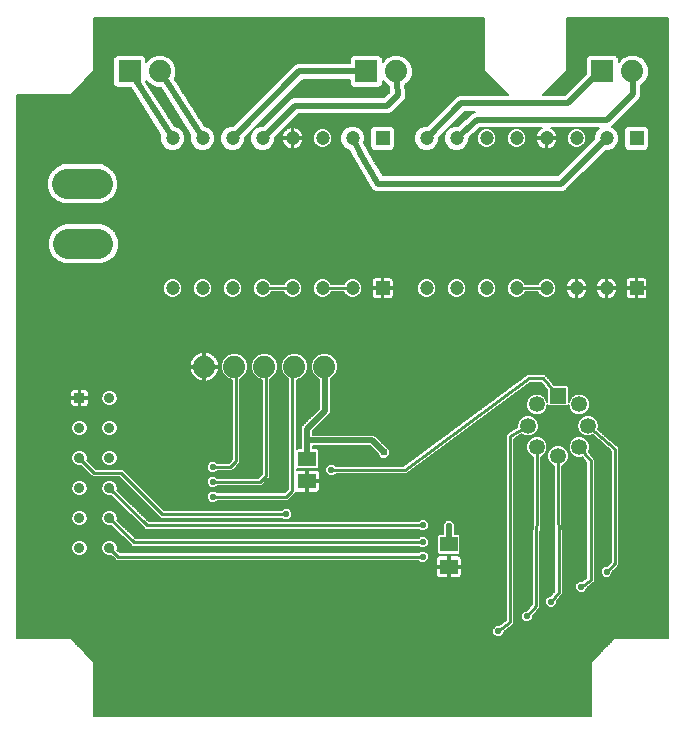
<source format=gbl>
G75*
%MOIN*%
%OFA0B0*%
%FSLAX25Y25*%
%IPPOS*%
%LPD*%
%AMOC8*
5,1,8,0,0,1.08239X$1,22.5*
%
%ADD10C,0.04724*%
%ADD11R,0.04724X0.04724*%
%ADD12R,0.05906X0.05118*%
%ADD13C,0.07400*%
%ADD14C,0.10039*%
%ADD15R,0.07400X0.07400*%
%ADD16C,0.05315*%
%ADD17R,0.05315X0.05315*%
%ADD18R,0.03543X0.03543*%
%ADD19C,0.03543*%
%ADD20C,0.00600*%
%ADD21C,0.02181*%
%ADD22C,0.02000*%
%ADD23C,0.02378*%
%ADD24C,0.01000*%
D10*
X0054883Y0145591D03*
X0064883Y0145591D03*
X0074883Y0145591D03*
X0084883Y0145591D03*
X0094883Y0145591D03*
X0104883Y0145591D03*
X0114883Y0145591D03*
X0139528Y0145591D03*
X0149528Y0145591D03*
X0159528Y0145591D03*
X0169528Y0145591D03*
X0179528Y0145591D03*
X0189528Y0145591D03*
X0199528Y0145591D03*
X0199528Y0195591D03*
X0189528Y0195591D03*
X0179528Y0195591D03*
X0169528Y0195591D03*
X0159528Y0195591D03*
X0149528Y0195591D03*
X0139528Y0195591D03*
X0114883Y0195591D03*
X0104883Y0195591D03*
X0094883Y0195591D03*
X0084883Y0195591D03*
X0074883Y0195591D03*
X0064883Y0195591D03*
X0054883Y0195591D03*
D11*
X0124883Y0195591D03*
X0124883Y0145591D03*
X0209528Y0145591D03*
X0209528Y0195591D03*
D12*
X0099725Y0088702D03*
X0099725Y0081221D03*
X0146969Y0060158D03*
X0146969Y0052678D03*
D13*
X0105473Y0119410D03*
X0095473Y0119410D03*
X0085473Y0119410D03*
X0075473Y0119410D03*
X0065473Y0119410D03*
X0050670Y0217835D03*
X0129410Y0217835D03*
X0208150Y0217835D03*
D14*
X0029863Y0180316D02*
X0019824Y0180316D01*
X0020060Y0160316D02*
X0030099Y0160316D01*
D15*
X0040670Y0217835D03*
X0119410Y0217835D03*
X0198150Y0217835D03*
D16*
X0190473Y0106812D03*
X0193387Y0099725D03*
X0190473Y0092639D03*
X0183387Y0089725D03*
X0176300Y0092639D03*
X0173387Y0099725D03*
X0176300Y0106812D03*
D17*
X0183387Y0109725D03*
D18*
X0023859Y0108977D03*
D19*
X0023859Y0098977D03*
X0023859Y0088977D03*
X0023859Y0078977D03*
X0023859Y0068977D03*
X0023859Y0058977D03*
X0033859Y0058977D03*
X0033859Y0068977D03*
X0033859Y0078977D03*
X0033859Y0088977D03*
X0033859Y0098977D03*
X0033859Y0108977D03*
D20*
X0024604Y0025240D02*
X0198469Y0025240D01*
X0197870Y0024642D02*
X0025202Y0024642D01*
X0025801Y0024043D02*
X0197272Y0024043D01*
X0196673Y0023445D02*
X0026399Y0023445D01*
X0026998Y0022846D02*
X0196075Y0022846D01*
X0195476Y0022248D02*
X0027596Y0022248D01*
X0028195Y0021649D02*
X0194878Y0021649D01*
X0194279Y0021051D02*
X0028793Y0021051D01*
X0028859Y0020985D02*
X0020985Y0028859D01*
X0003100Y0028859D01*
X0003100Y0209961D01*
X0020985Y0209961D01*
X0028859Y0217835D01*
X0028859Y0235720D01*
X0158780Y0235720D01*
X0158780Y0217835D01*
X0166610Y0210005D01*
X0150586Y0210005D01*
X0149556Y0209579D01*
X0139731Y0199754D01*
X0138700Y0199754D01*
X0137171Y0199120D01*
X0136000Y0197949D01*
X0135366Y0196419D01*
X0135366Y0194763D01*
X0136000Y0193234D01*
X0137171Y0192063D01*
X0138700Y0191429D01*
X0140356Y0191429D01*
X0141886Y0192063D01*
X0143057Y0193234D01*
X0143691Y0194763D01*
X0143691Y0195794D01*
X0152302Y0204406D01*
X0155648Y0204406D01*
X0155425Y0204313D01*
X0154979Y0204159D01*
X0154913Y0204101D01*
X0154832Y0204067D01*
X0154498Y0203734D01*
X0150005Y0199754D01*
X0148700Y0199754D01*
X0147171Y0199120D01*
X0146000Y0197949D01*
X0145366Y0196419D01*
X0145366Y0194763D01*
X0146000Y0193234D01*
X0147171Y0192063D01*
X0148700Y0191429D01*
X0150356Y0191429D01*
X0151886Y0192063D01*
X0153057Y0193234D01*
X0153691Y0194763D01*
X0153691Y0195537D01*
X0157480Y0198894D01*
X0177931Y0198894D01*
X0177794Y0198837D01*
X0177194Y0198436D01*
X0176684Y0197926D01*
X0176283Y0197326D01*
X0176007Y0196660D01*
X0175866Y0195952D01*
X0175866Y0195891D01*
X0179228Y0195891D01*
X0179228Y0195291D01*
X0179828Y0195291D01*
X0179828Y0191929D01*
X0179889Y0191929D01*
X0180597Y0192070D01*
X0181263Y0192346D01*
X0181863Y0192747D01*
X0182373Y0193257D01*
X0182774Y0193857D01*
X0183050Y0194523D01*
X0183191Y0195231D01*
X0183191Y0195291D01*
X0179828Y0195291D01*
X0179828Y0195891D01*
X0183191Y0195891D01*
X0183191Y0195952D01*
X0183050Y0196660D01*
X0182774Y0197326D01*
X0182373Y0197926D01*
X0181863Y0198436D01*
X0181263Y0198837D01*
X0181125Y0198894D01*
X0196944Y0198894D01*
X0196000Y0197949D01*
X0195366Y0196419D01*
X0195366Y0195389D01*
X0183211Y0183234D01*
X0124955Y0183234D01*
X0120290Y0191232D01*
X0118786Y0194139D01*
X0119045Y0194763D01*
X0119045Y0196419D01*
X0118411Y0197949D01*
X0117240Y0199120D01*
X0115711Y0199754D01*
X0114055Y0199754D01*
X0112525Y0199120D01*
X0111354Y0197949D01*
X0110720Y0196419D01*
X0110720Y0194763D01*
X0111354Y0193234D01*
X0112525Y0192063D01*
X0113836Y0191520D01*
X0115126Y0189026D01*
X0115136Y0188953D01*
X0115381Y0188533D01*
X0115604Y0188102D01*
X0115660Y0188054D01*
X0120833Y0179187D01*
X0120974Y0178848D01*
X0121111Y0178710D01*
X0121209Y0178542D01*
X0121502Y0178320D01*
X0121761Y0178060D01*
X0121941Y0177986D01*
X0122096Y0177868D01*
X0122451Y0177774D01*
X0122790Y0177634D01*
X0122985Y0177634D01*
X0123173Y0177584D01*
X0123537Y0177634D01*
X0184928Y0177634D01*
X0185957Y0178060D01*
X0186745Y0178848D01*
X0199326Y0191429D01*
X0200356Y0191429D01*
X0201886Y0192063D01*
X0203057Y0193234D01*
X0203691Y0194763D01*
X0203691Y0196419D01*
X0203057Y0197949D01*
X0201886Y0199120D01*
X0201338Y0199347D01*
X0202099Y0200108D01*
X0210760Y0208769D01*
X0211187Y0209798D01*
X0211187Y0213140D01*
X0211266Y0213173D01*
X0219972Y0213173D01*
X0219972Y0212574D02*
X0211187Y0212574D01*
X0211187Y0211976D02*
X0219972Y0211976D01*
X0219972Y0211377D02*
X0211187Y0211377D01*
X0211187Y0210779D02*
X0219972Y0210779D01*
X0219972Y0210180D02*
X0211187Y0210180D01*
X0211097Y0209582D02*
X0219972Y0209582D01*
X0219972Y0208983D02*
X0210849Y0208983D01*
X0210376Y0208385D02*
X0219972Y0208385D01*
X0219972Y0207786D02*
X0209778Y0207786D01*
X0209179Y0207188D02*
X0219972Y0207188D01*
X0219972Y0206589D02*
X0208581Y0206589D01*
X0207982Y0205991D02*
X0219972Y0205991D01*
X0219972Y0205392D02*
X0207384Y0205392D01*
X0206785Y0204794D02*
X0219972Y0204794D01*
X0219972Y0204195D02*
X0206187Y0204195D01*
X0205588Y0203597D02*
X0219972Y0203597D01*
X0219972Y0202998D02*
X0204990Y0202998D01*
X0204391Y0202400D02*
X0219972Y0202400D01*
X0219972Y0201801D02*
X0203793Y0201801D01*
X0203194Y0201203D02*
X0219972Y0201203D01*
X0219972Y0200604D02*
X0202596Y0200604D01*
X0201997Y0200006D02*
X0219972Y0200006D01*
X0219972Y0199407D02*
X0212982Y0199407D01*
X0212636Y0199754D02*
X0213691Y0198699D01*
X0213691Y0192484D01*
X0212636Y0191429D01*
X0206421Y0191429D01*
X0205366Y0192484D01*
X0205366Y0198699D01*
X0206421Y0199754D01*
X0212636Y0199754D01*
X0213581Y0198809D02*
X0219972Y0198809D01*
X0219972Y0198210D02*
X0213691Y0198210D01*
X0213691Y0197612D02*
X0219972Y0197612D01*
X0219972Y0197013D02*
X0213691Y0197013D01*
X0213691Y0196415D02*
X0219972Y0196415D01*
X0219972Y0195816D02*
X0213691Y0195816D01*
X0213691Y0195218D02*
X0219972Y0195218D01*
X0219972Y0194619D02*
X0213691Y0194619D01*
X0213691Y0194021D02*
X0219972Y0194021D01*
X0219972Y0193422D02*
X0213691Y0193422D01*
X0213691Y0192824D02*
X0219972Y0192824D01*
X0219972Y0192225D02*
X0213432Y0192225D01*
X0212834Y0191627D02*
X0219972Y0191627D01*
X0219972Y0191028D02*
X0198925Y0191028D01*
X0198326Y0190430D02*
X0219972Y0190430D01*
X0219972Y0189831D02*
X0197728Y0189831D01*
X0197129Y0189233D02*
X0219972Y0189233D01*
X0219972Y0188634D02*
X0196531Y0188634D01*
X0195932Y0188036D02*
X0219972Y0188036D01*
X0219972Y0187437D02*
X0195334Y0187437D01*
X0194735Y0186839D02*
X0219972Y0186839D01*
X0219972Y0186240D02*
X0194137Y0186240D01*
X0193538Y0185641D02*
X0219972Y0185641D01*
X0219972Y0185043D02*
X0192940Y0185043D01*
X0192341Y0184444D02*
X0219972Y0184444D01*
X0219972Y0183846D02*
X0191743Y0183846D01*
X0191144Y0183247D02*
X0219972Y0183247D01*
X0219972Y0182649D02*
X0190546Y0182649D01*
X0189947Y0182050D02*
X0219972Y0182050D01*
X0219972Y0181452D02*
X0189349Y0181452D01*
X0188750Y0180853D02*
X0219972Y0180853D01*
X0219972Y0180255D02*
X0188152Y0180255D01*
X0187553Y0179656D02*
X0219972Y0179656D01*
X0219972Y0179058D02*
X0186955Y0179058D01*
X0186356Y0178459D02*
X0219972Y0178459D01*
X0219972Y0177861D02*
X0185476Y0177861D01*
X0183225Y0183247D02*
X0124948Y0183247D01*
X0124598Y0183846D02*
X0183823Y0183846D01*
X0184422Y0184444D02*
X0124249Y0184444D01*
X0123900Y0185043D02*
X0185020Y0185043D01*
X0185619Y0185641D02*
X0123551Y0185641D01*
X0123202Y0186240D02*
X0186217Y0186240D01*
X0186816Y0186839D02*
X0122853Y0186839D01*
X0122504Y0187437D02*
X0187414Y0187437D01*
X0188013Y0188036D02*
X0122154Y0188036D01*
X0121805Y0188634D02*
X0188611Y0188634D01*
X0189210Y0189233D02*
X0121456Y0189233D01*
X0121107Y0189831D02*
X0189808Y0189831D01*
X0190407Y0190430D02*
X0120758Y0190430D01*
X0120409Y0191028D02*
X0191005Y0191028D01*
X0191604Y0191627D02*
X0150833Y0191627D01*
X0152048Y0192225D02*
X0178085Y0192225D01*
X0177794Y0192346D02*
X0178460Y0192070D01*
X0179168Y0191929D01*
X0179228Y0191929D01*
X0179228Y0195291D01*
X0175866Y0195291D01*
X0175866Y0195231D01*
X0176007Y0194523D01*
X0176283Y0193857D01*
X0176684Y0193257D01*
X0177194Y0192747D01*
X0177794Y0192346D01*
X0177117Y0192824D02*
X0171371Y0192824D01*
X0171376Y0192826D02*
X0172294Y0193743D01*
X0172791Y0194942D01*
X0172791Y0196240D01*
X0172294Y0197439D01*
X0171376Y0198357D01*
X0170177Y0198854D01*
X0168879Y0198854D01*
X0167680Y0198357D01*
X0166763Y0197439D01*
X0166266Y0196240D01*
X0166266Y0194942D01*
X0166763Y0193743D01*
X0167680Y0192826D01*
X0168879Y0192329D01*
X0170177Y0192329D01*
X0171376Y0192826D01*
X0171973Y0193422D02*
X0176573Y0193422D01*
X0176215Y0194021D02*
X0172409Y0194021D01*
X0172657Y0194619D02*
X0175988Y0194619D01*
X0175869Y0195218D02*
X0172791Y0195218D01*
X0172791Y0195816D02*
X0179228Y0195816D01*
X0179228Y0195218D02*
X0179828Y0195218D01*
X0179828Y0195816D02*
X0186266Y0195816D01*
X0186266Y0196240D02*
X0186266Y0194942D01*
X0186763Y0193743D01*
X0187680Y0192826D01*
X0188879Y0192329D01*
X0190177Y0192329D01*
X0191376Y0192826D01*
X0192294Y0193743D01*
X0192791Y0194942D01*
X0192791Y0196240D01*
X0192294Y0197439D01*
X0191376Y0198357D01*
X0190177Y0198854D01*
X0188879Y0198854D01*
X0187680Y0198357D01*
X0186763Y0197439D01*
X0186266Y0196240D01*
X0186338Y0196415D02*
X0183099Y0196415D01*
X0182903Y0197013D02*
X0186586Y0197013D01*
X0186935Y0197612D02*
X0182583Y0197612D01*
X0182089Y0198210D02*
X0187534Y0198210D01*
X0188771Y0198809D02*
X0181305Y0198809D01*
X0177752Y0198809D02*
X0170285Y0198809D01*
X0171523Y0198210D02*
X0176968Y0198210D01*
X0176474Y0197612D02*
X0172121Y0197612D01*
X0172470Y0197013D02*
X0176153Y0197013D01*
X0175958Y0196415D02*
X0172718Y0196415D01*
X0168771Y0198809D02*
X0160285Y0198809D01*
X0160177Y0198854D02*
X0158879Y0198854D01*
X0157680Y0198357D01*
X0156763Y0197439D01*
X0156266Y0196240D01*
X0156266Y0194942D01*
X0156763Y0193743D01*
X0157680Y0192826D01*
X0158879Y0192329D01*
X0160177Y0192329D01*
X0161376Y0192826D01*
X0162294Y0193743D01*
X0162791Y0194942D01*
X0162791Y0196240D01*
X0162294Y0197439D01*
X0161376Y0198357D01*
X0160177Y0198854D01*
X0158771Y0198809D02*
X0157384Y0198809D01*
X0157534Y0198210D02*
X0156708Y0198210D01*
X0156935Y0197612D02*
X0156032Y0197612D01*
X0156586Y0197013D02*
X0155357Y0197013D01*
X0154681Y0196415D02*
X0156338Y0196415D01*
X0156266Y0195816D02*
X0154005Y0195816D01*
X0153691Y0195218D02*
X0156266Y0195218D01*
X0156400Y0194619D02*
X0153631Y0194619D01*
X0153383Y0194021D02*
X0156648Y0194021D01*
X0157084Y0193422D02*
X0153135Y0193422D01*
X0152647Y0192824D02*
X0157686Y0192824D01*
X0161371Y0192824D02*
X0167686Y0192824D01*
X0167084Y0193422D02*
X0161973Y0193422D01*
X0162409Y0194021D02*
X0166648Y0194021D01*
X0166400Y0194619D02*
X0162657Y0194619D01*
X0162791Y0195218D02*
X0166266Y0195218D01*
X0166266Y0195816D02*
X0162791Y0195816D01*
X0162718Y0196415D02*
X0166338Y0196415D01*
X0166586Y0197013D02*
X0162470Y0197013D01*
X0162121Y0197612D02*
X0166935Y0197612D01*
X0167534Y0198210D02*
X0161523Y0198210D01*
X0155084Y0204195D02*
X0152092Y0204195D01*
X0151494Y0203597D02*
X0154344Y0203597D01*
X0153668Y0202998D02*
X0150895Y0202998D01*
X0150297Y0202400D02*
X0152992Y0202400D01*
X0152317Y0201801D02*
X0149698Y0201801D01*
X0149100Y0201203D02*
X0151641Y0201203D01*
X0150965Y0200604D02*
X0148501Y0200604D01*
X0147903Y0200006D02*
X0150289Y0200006D01*
X0147864Y0199407D02*
X0147304Y0199407D01*
X0146860Y0198809D02*
X0146706Y0198809D01*
X0146261Y0198210D02*
X0146107Y0198210D01*
X0145860Y0197612D02*
X0145509Y0197612D01*
X0145612Y0197013D02*
X0144910Y0197013D01*
X0145366Y0196415D02*
X0144311Y0196415D01*
X0143713Y0195816D02*
X0145366Y0195816D01*
X0145366Y0195218D02*
X0143691Y0195218D01*
X0143631Y0194619D02*
X0145426Y0194619D01*
X0145674Y0194021D02*
X0143383Y0194021D01*
X0143135Y0193422D02*
X0145922Y0193422D01*
X0146410Y0192824D02*
X0142647Y0192824D01*
X0142048Y0192225D02*
X0147008Y0192225D01*
X0148224Y0191627D02*
X0140833Y0191627D01*
X0138224Y0191627D02*
X0128188Y0191627D01*
X0127990Y0191429D02*
X0129045Y0192484D01*
X0129045Y0198699D01*
X0127990Y0199754D01*
X0121775Y0199754D01*
X0120720Y0198699D01*
X0120720Y0192484D01*
X0121775Y0191429D01*
X0127990Y0191429D01*
X0128786Y0192225D02*
X0137008Y0192225D01*
X0136410Y0192824D02*
X0129045Y0192824D01*
X0129045Y0193422D02*
X0135922Y0193422D01*
X0135674Y0194021D02*
X0129045Y0194021D01*
X0129045Y0194619D02*
X0135426Y0194619D01*
X0135366Y0195218D02*
X0129045Y0195218D01*
X0129045Y0195816D02*
X0135366Y0195816D01*
X0135366Y0196415D02*
X0129045Y0196415D01*
X0129045Y0197013D02*
X0135612Y0197013D01*
X0135860Y0197612D02*
X0129045Y0197612D01*
X0129045Y0198210D02*
X0136261Y0198210D01*
X0136860Y0198809D02*
X0128935Y0198809D01*
X0128337Y0199407D02*
X0137864Y0199407D01*
X0139983Y0200006D02*
X0093257Y0200006D01*
X0093855Y0200604D02*
X0140581Y0200604D01*
X0141180Y0201203D02*
X0094454Y0201203D01*
X0095052Y0201801D02*
X0141779Y0201801D01*
X0142377Y0202400D02*
X0095651Y0202400D01*
X0096249Y0202998D02*
X0142976Y0202998D01*
X0143574Y0203597D02*
X0096848Y0203597D01*
X0096869Y0203618D02*
X0127054Y0203618D01*
X0128083Y0204044D01*
X0128871Y0204832D01*
X0131560Y0207522D01*
X0131641Y0207561D01*
X0131952Y0207913D01*
X0132284Y0208245D01*
X0132318Y0208329D01*
X0132378Y0208396D01*
X0132531Y0208841D01*
X0132710Y0209275D01*
X0132710Y0209365D01*
X0132740Y0209450D01*
X0132710Y0209919D01*
X0132710Y0210388D01*
X0132676Y0210472D01*
X0132507Y0213165D01*
X0132526Y0213173D01*
X0163443Y0213173D01*
X0164041Y0212574D02*
X0132544Y0212574D01*
X0132526Y0213173D02*
X0134073Y0214720D01*
X0134910Y0216741D01*
X0134910Y0218929D01*
X0134073Y0220951D01*
X0132526Y0222498D01*
X0130504Y0223335D01*
X0128316Y0223335D01*
X0126295Y0222498D01*
X0124910Y0221114D01*
X0124910Y0222281D01*
X0123856Y0223335D01*
X0114965Y0223335D01*
X0113910Y0222281D01*
X0113910Y0220635D01*
X0096570Y0220635D01*
X0095541Y0220209D01*
X0075085Y0199754D01*
X0074055Y0199754D01*
X0072525Y0199120D01*
X0071354Y0197949D01*
X0070720Y0196419D01*
X0070720Y0194763D01*
X0071354Y0193234D01*
X0072525Y0192063D01*
X0074055Y0191429D01*
X0075711Y0191429D01*
X0077240Y0192063D01*
X0078411Y0193234D01*
X0079045Y0194763D01*
X0079045Y0195794D01*
X0098287Y0215035D01*
X0113910Y0215035D01*
X0113910Y0213390D01*
X0114965Y0212335D01*
X0123856Y0212335D01*
X0124910Y0213390D01*
X0124910Y0214557D01*
X0126295Y0213173D01*
X0126912Y0212917D01*
X0127037Y0210918D01*
X0125337Y0209218D01*
X0095152Y0209218D01*
X0094123Y0208792D01*
X0085085Y0199754D01*
X0084055Y0199754D01*
X0082525Y0199120D01*
X0081354Y0197949D01*
X0080720Y0196419D01*
X0080720Y0194763D01*
X0081354Y0193234D01*
X0082525Y0192063D01*
X0084055Y0191429D01*
X0085711Y0191429D01*
X0087240Y0192063D01*
X0088411Y0193234D01*
X0089045Y0194763D01*
X0089045Y0195794D01*
X0096869Y0203618D01*
X0095951Y0199113D02*
X0095243Y0199254D01*
X0095183Y0199254D01*
X0095183Y0195891D01*
X0098545Y0195891D01*
X0098545Y0195952D01*
X0098404Y0196660D01*
X0098128Y0197326D01*
X0097727Y0197926D01*
X0097217Y0198436D01*
X0096617Y0198837D01*
X0095951Y0199113D01*
X0096659Y0198809D02*
X0104126Y0198809D01*
X0104234Y0198854D02*
X0103035Y0198357D01*
X0102117Y0197439D01*
X0101620Y0196240D01*
X0101620Y0194942D01*
X0102117Y0193743D01*
X0103035Y0192826D01*
X0104234Y0192329D01*
X0105532Y0192329D01*
X0106731Y0192826D01*
X0107648Y0193743D01*
X0108145Y0194942D01*
X0108145Y0196240D01*
X0107648Y0197439D01*
X0106731Y0198357D01*
X0105532Y0198854D01*
X0104234Y0198854D01*
X0105640Y0198809D02*
X0112214Y0198809D01*
X0111615Y0198210D02*
X0106877Y0198210D01*
X0107476Y0197612D02*
X0111214Y0197612D01*
X0110966Y0197013D02*
X0107825Y0197013D01*
X0108073Y0196415D02*
X0110720Y0196415D01*
X0110720Y0195816D02*
X0108145Y0195816D01*
X0108145Y0195218D02*
X0110720Y0195218D01*
X0110780Y0194619D02*
X0108011Y0194619D01*
X0107763Y0194021D02*
X0111028Y0194021D01*
X0111276Y0193422D02*
X0107327Y0193422D01*
X0106725Y0192824D02*
X0111764Y0192824D01*
X0112363Y0192225D02*
X0096326Y0192225D01*
X0096617Y0192346D02*
X0095951Y0192070D01*
X0095243Y0191929D01*
X0095183Y0191929D01*
X0095183Y0195291D01*
X0095183Y0195891D01*
X0094583Y0195891D01*
X0094583Y0195291D01*
X0095183Y0195291D01*
X0098545Y0195291D01*
X0098545Y0195231D01*
X0098404Y0194523D01*
X0098128Y0193857D01*
X0097727Y0193257D01*
X0097217Y0192747D01*
X0096617Y0192346D01*
X0097294Y0192824D02*
X0103040Y0192824D01*
X0102438Y0193422D02*
X0097838Y0193422D01*
X0098196Y0194021D02*
X0102002Y0194021D01*
X0101754Y0194619D02*
X0098423Y0194619D01*
X0098542Y0195218D02*
X0101620Y0195218D01*
X0101620Y0195816D02*
X0095183Y0195816D01*
X0095183Y0195218D02*
X0094583Y0195218D01*
X0094583Y0195291D02*
X0094583Y0191929D01*
X0094522Y0191929D01*
X0093814Y0192070D01*
X0093148Y0192346D01*
X0092548Y0192747D01*
X0092038Y0193257D01*
X0091637Y0193857D01*
X0091361Y0194523D01*
X0091220Y0195231D01*
X0091220Y0195291D01*
X0094583Y0195291D01*
X0094583Y0195816D02*
X0089067Y0195816D01*
X0089045Y0195218D02*
X0091223Y0195218D01*
X0091342Y0194619D02*
X0088985Y0194619D01*
X0088737Y0194021D02*
X0091569Y0194021D01*
X0091928Y0193422D02*
X0088489Y0193422D01*
X0088001Y0192824D02*
X0092471Y0192824D01*
X0093440Y0192225D02*
X0087403Y0192225D01*
X0086187Y0191627D02*
X0113578Y0191627D01*
X0114091Y0191028D02*
X0003100Y0191028D01*
X0003100Y0190430D02*
X0114400Y0190430D01*
X0114710Y0189831D02*
X0003100Y0189831D01*
X0003100Y0189233D02*
X0115019Y0189233D01*
X0115322Y0188634D02*
X0003100Y0188634D01*
X0003100Y0188036D02*
X0115671Y0188036D01*
X0116020Y0187437D02*
X0003100Y0187437D01*
X0003100Y0186839D02*
X0017750Y0186839D01*
X0018467Y0187135D02*
X0015961Y0186097D01*
X0014042Y0184179D01*
X0013004Y0181672D01*
X0013004Y0178959D01*
X0014042Y0176453D01*
X0015961Y0174534D01*
X0018467Y0173496D01*
X0031220Y0173496D01*
X0033726Y0174534D01*
X0035644Y0176453D01*
X0036683Y0178959D01*
X0036683Y0181672D01*
X0035644Y0184179D01*
X0033726Y0186097D01*
X0031220Y0187135D01*
X0018467Y0187135D01*
X0016305Y0186240D02*
X0003100Y0186240D01*
X0003100Y0185641D02*
X0015505Y0185641D01*
X0014906Y0185043D02*
X0003100Y0185043D01*
X0003100Y0184444D02*
X0014308Y0184444D01*
X0013904Y0183846D02*
X0003100Y0183846D01*
X0003100Y0183247D02*
X0013656Y0183247D01*
X0013408Y0182649D02*
X0003100Y0182649D01*
X0003100Y0182050D02*
X0013161Y0182050D01*
X0013004Y0181452D02*
X0003100Y0181452D01*
X0003100Y0180853D02*
X0013004Y0180853D01*
X0013004Y0180255D02*
X0003100Y0180255D01*
X0003100Y0179656D02*
X0013004Y0179656D01*
X0013004Y0179058D02*
X0003100Y0179058D01*
X0003100Y0178459D02*
X0013211Y0178459D01*
X0013459Y0177861D02*
X0003100Y0177861D01*
X0003100Y0177262D02*
X0013707Y0177262D01*
X0013955Y0176664D02*
X0003100Y0176664D01*
X0003100Y0176065D02*
X0014430Y0176065D01*
X0015028Y0175467D02*
X0003100Y0175467D01*
X0003100Y0174868D02*
X0015627Y0174868D01*
X0016599Y0174270D02*
X0003100Y0174270D01*
X0003100Y0173671D02*
X0018044Y0173671D01*
X0018703Y0167135D02*
X0016197Y0166097D01*
X0014278Y0164179D01*
X0013240Y0161672D01*
X0013240Y0158959D01*
X0014278Y0156453D01*
X0016197Y0154534D01*
X0018703Y0153496D01*
X0031456Y0153496D01*
X0033962Y0154534D01*
X0035881Y0156453D01*
X0036919Y0158959D01*
X0036919Y0161672D01*
X0035881Y0164179D01*
X0033962Y0166097D01*
X0031456Y0167135D01*
X0018703Y0167135D01*
X0018588Y0167088D02*
X0003100Y0167088D01*
X0003100Y0167686D02*
X0219972Y0167686D01*
X0219972Y0167088D02*
X0031571Y0167088D01*
X0033016Y0166489D02*
X0219972Y0166489D01*
X0219972Y0165891D02*
X0034169Y0165891D01*
X0034767Y0165292D02*
X0219972Y0165292D01*
X0219972Y0164694D02*
X0035366Y0164694D01*
X0035915Y0164095D02*
X0219972Y0164095D01*
X0219972Y0163497D02*
X0036163Y0163497D01*
X0036411Y0162898D02*
X0219972Y0162898D01*
X0219972Y0162300D02*
X0036659Y0162300D01*
X0036907Y0161701D02*
X0219972Y0161701D01*
X0219972Y0161103D02*
X0036919Y0161103D01*
X0036919Y0160504D02*
X0219972Y0160504D01*
X0219972Y0159905D02*
X0036919Y0159905D01*
X0036919Y0159307D02*
X0219972Y0159307D01*
X0219972Y0158708D02*
X0036815Y0158708D01*
X0036567Y0158110D02*
X0219972Y0158110D01*
X0219972Y0157511D02*
X0036319Y0157511D01*
X0036071Y0156913D02*
X0219972Y0156913D01*
X0219972Y0156314D02*
X0035742Y0156314D01*
X0035144Y0155716D02*
X0219972Y0155716D01*
X0219972Y0155117D02*
X0034545Y0155117D01*
X0033925Y0154519D02*
X0219972Y0154519D01*
X0219972Y0153920D02*
X0032480Y0153920D01*
X0017679Y0153920D02*
X0003100Y0153920D01*
X0003100Y0153322D02*
X0219972Y0153322D01*
X0219972Y0152723D02*
X0003100Y0152723D01*
X0003100Y0152125D02*
X0219972Y0152125D01*
X0219972Y0151526D02*
X0003100Y0151526D01*
X0003100Y0150928D02*
X0219972Y0150928D01*
X0219972Y0150329D02*
X0003100Y0150329D01*
X0003100Y0149731D02*
X0219972Y0149731D01*
X0219972Y0149132D02*
X0212449Y0149132D01*
X0212392Y0149165D02*
X0212062Y0149254D01*
X0209828Y0149254D01*
X0209828Y0145891D01*
X0209228Y0145891D01*
X0209228Y0145291D01*
X0209828Y0145291D01*
X0209828Y0141929D01*
X0212062Y0141929D01*
X0212392Y0142018D01*
X0212689Y0142189D01*
X0212931Y0142431D01*
X0213102Y0142727D01*
X0213191Y0143058D01*
X0213191Y0145291D01*
X0209828Y0145291D01*
X0209828Y0145891D01*
X0213191Y0145891D01*
X0213191Y0148125D01*
X0213102Y0148455D01*
X0212931Y0148752D01*
X0212689Y0148994D01*
X0212392Y0149165D01*
X0213057Y0148534D02*
X0219972Y0148534D01*
X0219972Y0147935D02*
X0213191Y0147935D01*
X0213191Y0147337D02*
X0219972Y0147337D01*
X0219972Y0146738D02*
X0213191Y0146738D01*
X0213191Y0146140D02*
X0219972Y0146140D01*
X0219972Y0145541D02*
X0209828Y0145541D01*
X0209828Y0144943D02*
X0209228Y0144943D01*
X0209228Y0145291D02*
X0209228Y0141929D01*
X0206995Y0141929D01*
X0206664Y0142018D01*
X0206368Y0142189D01*
X0206126Y0142431D01*
X0205955Y0142727D01*
X0205866Y0143058D01*
X0205866Y0145291D01*
X0209228Y0145291D01*
X0209228Y0145541D02*
X0199828Y0145541D01*
X0199828Y0145291D02*
X0199828Y0145891D01*
X0199228Y0145891D01*
X0199228Y0145291D01*
X0195866Y0145291D01*
X0195866Y0145231D01*
X0196007Y0144523D01*
X0196283Y0143857D01*
X0196684Y0143257D01*
X0197194Y0142747D01*
X0197794Y0142346D01*
X0198460Y0142070D01*
X0199168Y0141929D01*
X0199228Y0141929D01*
X0199228Y0145291D01*
X0199828Y0145291D01*
X0199828Y0141929D01*
X0199889Y0141929D01*
X0200597Y0142070D01*
X0201263Y0142346D01*
X0201863Y0142747D01*
X0202373Y0143257D01*
X0202774Y0143857D01*
X0203050Y0144523D01*
X0203191Y0145231D01*
X0203191Y0145291D01*
X0199828Y0145291D01*
X0199828Y0144943D02*
X0199228Y0144943D01*
X0199228Y0145541D02*
X0189828Y0145541D01*
X0189828Y0145291D02*
X0189828Y0145891D01*
X0189228Y0145891D01*
X0189228Y0145291D01*
X0185866Y0145291D01*
X0185866Y0145231D01*
X0186007Y0144523D01*
X0186283Y0143857D01*
X0186684Y0143257D01*
X0187194Y0142747D01*
X0187794Y0142346D01*
X0188460Y0142070D01*
X0189168Y0141929D01*
X0189228Y0141929D01*
X0189228Y0145291D01*
X0189828Y0145291D01*
X0189828Y0141929D01*
X0189889Y0141929D01*
X0190597Y0142070D01*
X0191263Y0142346D01*
X0191863Y0142747D01*
X0192373Y0143257D01*
X0192774Y0143857D01*
X0193050Y0144523D01*
X0193191Y0145231D01*
X0193191Y0145291D01*
X0189828Y0145291D01*
X0189828Y0144943D02*
X0189228Y0144943D01*
X0189228Y0145541D02*
X0182791Y0145541D01*
X0182791Y0144943D02*
X0185923Y0144943D01*
X0186081Y0144344D02*
X0182543Y0144344D01*
X0182791Y0144942D02*
X0182791Y0146240D01*
X0182294Y0147439D01*
X0181376Y0148357D01*
X0180177Y0148854D01*
X0178879Y0148854D01*
X0177680Y0148357D01*
X0176763Y0147439D01*
X0176577Y0146991D01*
X0172479Y0146991D01*
X0172294Y0147439D01*
X0171376Y0148357D01*
X0170177Y0148854D01*
X0168879Y0148854D01*
X0167680Y0148357D01*
X0166763Y0147439D01*
X0166266Y0146240D01*
X0166266Y0144942D01*
X0166763Y0143743D01*
X0167680Y0142826D01*
X0168879Y0142329D01*
X0170177Y0142329D01*
X0171376Y0142826D01*
X0172294Y0143743D01*
X0172479Y0144191D01*
X0176577Y0144191D01*
X0176763Y0143743D01*
X0177680Y0142826D01*
X0178879Y0142329D01*
X0180177Y0142329D01*
X0181376Y0142826D01*
X0182294Y0143743D01*
X0182791Y0144942D01*
X0182791Y0146140D02*
X0185903Y0146140D01*
X0185866Y0145952D02*
X0185866Y0145891D01*
X0189228Y0145891D01*
X0189228Y0149254D01*
X0189168Y0149254D01*
X0188460Y0149113D01*
X0187794Y0148837D01*
X0187194Y0148436D01*
X0186684Y0147926D01*
X0186283Y0147326D01*
X0186007Y0146660D01*
X0185866Y0145952D01*
X0186039Y0146738D02*
X0182584Y0146738D01*
X0182336Y0147337D02*
X0186290Y0147337D01*
X0186693Y0147935D02*
X0181798Y0147935D01*
X0180949Y0148534D02*
X0187340Y0148534D01*
X0188558Y0149132D02*
X0127803Y0149132D01*
X0127747Y0149165D02*
X0127416Y0149254D01*
X0125183Y0149254D01*
X0125183Y0145891D01*
X0128545Y0145891D01*
X0128545Y0148125D01*
X0128456Y0148455D01*
X0128285Y0148752D01*
X0128043Y0148994D01*
X0127747Y0149165D01*
X0128411Y0148534D02*
X0138108Y0148534D01*
X0137680Y0148357D02*
X0136763Y0147439D01*
X0136266Y0146240D01*
X0136266Y0144942D01*
X0136763Y0143743D01*
X0137680Y0142826D01*
X0138879Y0142329D01*
X0140177Y0142329D01*
X0141376Y0142826D01*
X0142294Y0143743D01*
X0142791Y0144942D01*
X0142791Y0146240D01*
X0142294Y0147439D01*
X0141376Y0148357D01*
X0140177Y0148854D01*
X0138879Y0148854D01*
X0137680Y0148357D01*
X0137259Y0147935D02*
X0128545Y0147935D01*
X0128545Y0147337D02*
X0136720Y0147337D01*
X0136472Y0146738D02*
X0128545Y0146738D01*
X0128545Y0146140D02*
X0136266Y0146140D01*
X0136266Y0145541D02*
X0125183Y0145541D01*
X0125183Y0145291D02*
X0125183Y0145891D01*
X0124583Y0145891D01*
X0124583Y0145291D01*
X0125183Y0145291D01*
X0128545Y0145291D01*
X0128545Y0143058D01*
X0128456Y0142727D01*
X0128285Y0142431D01*
X0128043Y0142189D01*
X0127747Y0142018D01*
X0127416Y0141929D01*
X0125183Y0141929D01*
X0125183Y0145291D01*
X0125183Y0144943D02*
X0124583Y0144943D01*
X0124583Y0145291D02*
X0124583Y0141929D01*
X0122349Y0141929D01*
X0122019Y0142018D01*
X0121722Y0142189D01*
X0121480Y0142431D01*
X0121309Y0142727D01*
X0121220Y0143058D01*
X0121220Y0145291D01*
X0124583Y0145291D01*
X0124583Y0145541D02*
X0118145Y0145541D01*
X0118145Y0144943D02*
X0121220Y0144943D01*
X0121220Y0144344D02*
X0117897Y0144344D01*
X0117649Y0143746D02*
X0121220Y0143746D01*
X0121220Y0143147D02*
X0117052Y0143147D01*
X0116731Y0142826D02*
X0117648Y0143743D01*
X0118145Y0144942D01*
X0118145Y0146240D01*
X0117648Y0147439D01*
X0116731Y0148357D01*
X0115532Y0148854D01*
X0114234Y0148854D01*
X0113035Y0148357D01*
X0112117Y0147439D01*
X0111932Y0146991D01*
X0107834Y0146991D01*
X0107648Y0147439D01*
X0106731Y0148357D01*
X0105532Y0148854D01*
X0104234Y0148854D01*
X0103035Y0148357D01*
X0102117Y0147439D01*
X0101620Y0146240D01*
X0101620Y0144942D01*
X0102117Y0143743D01*
X0103035Y0142826D01*
X0104234Y0142329D01*
X0105532Y0142329D01*
X0106731Y0142826D01*
X0107648Y0143743D01*
X0107834Y0144191D01*
X0111932Y0144191D01*
X0112117Y0143743D01*
X0113035Y0142826D01*
X0114234Y0142329D01*
X0115532Y0142329D01*
X0116731Y0142826D01*
X0116062Y0142549D02*
X0121412Y0142549D01*
X0122271Y0141950D02*
X0003100Y0141950D01*
X0003100Y0141352D02*
X0219972Y0141352D01*
X0219972Y0141950D02*
X0212140Y0141950D01*
X0212999Y0142549D02*
X0219972Y0142549D01*
X0219972Y0143147D02*
X0213191Y0143147D01*
X0213191Y0143746D02*
X0219972Y0143746D01*
X0219972Y0144344D02*
X0213191Y0144344D01*
X0213191Y0144943D02*
X0219972Y0144943D01*
X0219972Y0140753D02*
X0003100Y0140753D01*
X0003100Y0140155D02*
X0219972Y0140155D01*
X0219972Y0139556D02*
X0003100Y0139556D01*
X0003100Y0138958D02*
X0219972Y0138958D01*
X0219972Y0138359D02*
X0003100Y0138359D01*
X0003100Y0137761D02*
X0219972Y0137761D01*
X0219972Y0137162D02*
X0003100Y0137162D01*
X0003100Y0136564D02*
X0219972Y0136564D01*
X0219972Y0135965D02*
X0003100Y0135965D01*
X0003100Y0135367D02*
X0219972Y0135367D01*
X0219972Y0134768D02*
X0003100Y0134768D01*
X0003100Y0134170D02*
X0219972Y0134170D01*
X0219972Y0133571D02*
X0003100Y0133571D01*
X0003100Y0132972D02*
X0219972Y0132972D01*
X0219972Y0132374D02*
X0003100Y0132374D01*
X0003100Y0131775D02*
X0219972Y0131775D01*
X0219972Y0131177D02*
X0003100Y0131177D01*
X0003100Y0130578D02*
X0219972Y0130578D01*
X0219972Y0129980D02*
X0003100Y0129980D01*
X0003100Y0129381D02*
X0219972Y0129381D01*
X0219972Y0128783D02*
X0003100Y0128783D01*
X0003100Y0128184D02*
X0219972Y0128184D01*
X0219972Y0127586D02*
X0003100Y0127586D01*
X0003100Y0126987D02*
X0219972Y0126987D01*
X0219972Y0126389D02*
X0003100Y0126389D01*
X0003100Y0125790D02*
X0219972Y0125790D01*
X0219972Y0125192D02*
X0003100Y0125192D01*
X0003100Y0124593D02*
X0219972Y0124593D01*
X0219972Y0123995D02*
X0106425Y0123995D01*
X0106388Y0124010D02*
X0104558Y0124010D01*
X0102868Y0123310D01*
X0101574Y0122016D01*
X0100873Y0120325D01*
X0100873Y0118495D01*
X0101574Y0116805D01*
X0102868Y0115511D01*
X0103731Y0115153D01*
X0103731Y0105433D01*
X0097825Y0099528D01*
X0097825Y0095719D01*
X0097735Y0095628D01*
X0097735Y0093979D01*
X0097825Y0093889D01*
X0097825Y0092161D01*
X0096400Y0092161D01*
X0096204Y0091965D01*
X0096204Y0114810D01*
X0096388Y0114810D01*
X0098079Y0115511D01*
X0099373Y0116805D01*
X0100073Y0118495D01*
X0100073Y0120325D01*
X0099373Y0122016D01*
X0098079Y0123310D01*
X0096388Y0124010D01*
X0094558Y0124010D01*
X0092868Y0123310D01*
X0091574Y0122016D01*
X0090873Y0120325D01*
X0090873Y0118495D01*
X0091574Y0116805D01*
X0092868Y0115511D01*
X0093404Y0115288D01*
X0093404Y0078652D01*
X0092256Y0077503D01*
X0069644Y0077503D01*
X0069054Y0078094D01*
X0067405Y0078094D01*
X0066239Y0076928D01*
X0066239Y0075279D01*
X0067405Y0074113D01*
X0069054Y0074113D01*
X0069644Y0074703D01*
X0093415Y0074703D01*
X0094235Y0075523D01*
X0095384Y0076672D01*
X0096202Y0077490D01*
X0096271Y0077451D01*
X0096601Y0077362D01*
X0099425Y0077362D01*
X0099425Y0080921D01*
X0100025Y0080921D01*
X0100025Y0077362D01*
X0102849Y0077362D01*
X0103180Y0077451D01*
X0103476Y0077622D01*
X0103718Y0077864D01*
X0103889Y0078160D01*
X0103978Y0078491D01*
X0103978Y0080921D01*
X0100025Y0080921D01*
X0100025Y0081521D01*
X0103978Y0081521D01*
X0103978Y0083951D01*
X0103889Y0084282D01*
X0103718Y0084579D01*
X0103476Y0084821D01*
X0103180Y0084992D01*
X0102849Y0085080D01*
X0100025Y0085080D01*
X0100025Y0081521D01*
X0099425Y0081521D01*
X0099425Y0085080D01*
X0096601Y0085080D01*
X0096271Y0084992D01*
X0096204Y0084953D01*
X0096204Y0085438D01*
X0096400Y0085243D01*
X0103051Y0085243D01*
X0103578Y0085770D01*
X0103578Y0091633D01*
X0103051Y0092161D01*
X0101625Y0092161D01*
X0101625Y0092904D01*
X0120592Y0092904D01*
X0123227Y0090269D01*
X0123227Y0090002D01*
X0124450Y0088778D01*
X0126181Y0088778D01*
X0127405Y0090002D01*
X0127405Y0091732D01*
X0126181Y0092956D01*
X0125914Y0092956D01*
X0123279Y0095591D01*
X0122166Y0096704D01*
X0101625Y0096704D01*
X0101625Y0097954D01*
X0106418Y0102746D01*
X0107531Y0103859D01*
X0107531Y0115283D01*
X0108079Y0115511D01*
X0109373Y0116805D01*
X0110073Y0118495D01*
X0110073Y0120325D01*
X0109373Y0122016D01*
X0108079Y0123310D01*
X0106388Y0124010D01*
X0107870Y0123396D02*
X0219972Y0123396D01*
X0219972Y0122798D02*
X0108591Y0122798D01*
X0109190Y0122199D02*
X0219972Y0122199D01*
X0219972Y0121601D02*
X0109545Y0121601D01*
X0109793Y0121002D02*
X0219972Y0121002D01*
X0219972Y0120404D02*
X0110041Y0120404D01*
X0110073Y0119805D02*
X0219972Y0119805D01*
X0219972Y0119207D02*
X0110073Y0119207D01*
X0110073Y0118608D02*
X0219972Y0118608D01*
X0219972Y0118010D02*
X0109872Y0118010D01*
X0109624Y0117411D02*
X0219972Y0117411D01*
X0219972Y0116813D02*
X0179162Y0116813D01*
X0179152Y0116824D02*
X0179089Y0116829D01*
X0179045Y0116873D01*
X0178519Y0116873D01*
X0177995Y0116914D01*
X0177948Y0116873D01*
X0173649Y0116873D01*
X0173180Y0116944D01*
X0173084Y0116873D01*
X0172964Y0116873D01*
X0172628Y0116538D01*
X0131824Y0086441D01*
X0109206Y0086366D01*
X0108621Y0086952D01*
X0106972Y0086952D01*
X0105806Y0085786D01*
X0105806Y0084137D01*
X0106972Y0082971D01*
X0108621Y0082971D01*
X0109216Y0083566D01*
X0132184Y0083642D01*
X0132651Y0083572D01*
X0132749Y0083644D01*
X0132871Y0083644D01*
X0133204Y0083980D01*
X0174005Y0114073D01*
X0177821Y0114073D01*
X0179829Y0111728D01*
X0179829Y0107588D01*
X0179316Y0108827D01*
X0178315Y0109828D01*
X0177008Y0110369D01*
X0175592Y0110369D01*
X0174285Y0109828D01*
X0173284Y0108827D01*
X0172743Y0107519D01*
X0172743Y0106104D01*
X0173284Y0104797D01*
X0174285Y0103796D01*
X0175592Y0103254D01*
X0177008Y0103254D01*
X0178315Y0103796D01*
X0179316Y0104797D01*
X0179857Y0106104D01*
X0179857Y0106667D01*
X0180356Y0106168D01*
X0186417Y0106168D01*
X0186916Y0106667D01*
X0186916Y0106104D01*
X0187457Y0104797D01*
X0188458Y0103796D01*
X0189766Y0103254D01*
X0191181Y0103254D01*
X0192488Y0103796D01*
X0193489Y0104797D01*
X0194031Y0106104D01*
X0194031Y0107519D01*
X0193489Y0108827D01*
X0192488Y0109828D01*
X0191181Y0110369D01*
X0189766Y0110369D01*
X0188458Y0109828D01*
X0187457Y0108827D01*
X0186944Y0107588D01*
X0186944Y0112755D01*
X0186417Y0113283D01*
X0182184Y0113283D01*
X0179865Y0115991D01*
X0179865Y0116053D01*
X0179494Y0116425D01*
X0179152Y0116824D01*
X0179704Y0116214D02*
X0219972Y0116214D01*
X0219972Y0115616D02*
X0180186Y0115616D01*
X0180699Y0115017D02*
X0219972Y0115017D01*
X0219972Y0114419D02*
X0181211Y0114419D01*
X0181724Y0113820D02*
X0219972Y0113820D01*
X0219972Y0113222D02*
X0186478Y0113222D01*
X0186944Y0112623D02*
X0219972Y0112623D01*
X0219972Y0112025D02*
X0186944Y0112025D01*
X0186944Y0111426D02*
X0219972Y0111426D01*
X0219972Y0110828D02*
X0186944Y0110828D01*
X0186944Y0110229D02*
X0189427Y0110229D01*
X0188261Y0109631D02*
X0186944Y0109631D01*
X0186944Y0109032D02*
X0187662Y0109032D01*
X0187294Y0108434D02*
X0186944Y0108434D01*
X0186944Y0107835D02*
X0187046Y0107835D01*
X0186916Y0106638D02*
X0186887Y0106638D01*
X0186943Y0106039D02*
X0179831Y0106039D01*
X0179857Y0106638D02*
X0179886Y0106638D01*
X0179829Y0107835D02*
X0179727Y0107835D01*
X0179829Y0108434D02*
X0179479Y0108434D01*
X0179829Y0109032D02*
X0179111Y0109032D01*
X0178512Y0109631D02*
X0179829Y0109631D01*
X0179829Y0110229D02*
X0177346Y0110229D01*
X0175254Y0110229D02*
X0168793Y0110229D01*
X0169604Y0110828D02*
X0179829Y0110828D01*
X0179829Y0111426D02*
X0170416Y0111426D01*
X0171227Y0112025D02*
X0179575Y0112025D01*
X0179063Y0112623D02*
X0172038Y0112623D01*
X0172850Y0113222D02*
X0178550Y0113222D01*
X0178038Y0113820D02*
X0173661Y0113820D01*
X0172190Y0116214D02*
X0108783Y0116214D01*
X0109376Y0116813D02*
X0172904Y0116813D01*
X0171379Y0115616D02*
X0108184Y0115616D01*
X0107531Y0115017D02*
X0170567Y0115017D01*
X0169756Y0114419D02*
X0107531Y0114419D01*
X0107531Y0113820D02*
X0168944Y0113820D01*
X0168133Y0113222D02*
X0107531Y0113222D01*
X0107531Y0112623D02*
X0167321Y0112623D01*
X0166510Y0112025D02*
X0107531Y0112025D01*
X0107531Y0111426D02*
X0165699Y0111426D01*
X0164887Y0110828D02*
X0107531Y0110828D01*
X0107531Y0110229D02*
X0164076Y0110229D01*
X0163264Y0109631D02*
X0107531Y0109631D01*
X0107531Y0109032D02*
X0162453Y0109032D01*
X0161641Y0108434D02*
X0107531Y0108434D01*
X0107531Y0107835D02*
X0160830Y0107835D01*
X0160018Y0107237D02*
X0107531Y0107237D01*
X0107531Y0106638D02*
X0159207Y0106638D01*
X0158395Y0106039D02*
X0107531Y0106039D01*
X0107531Y0105441D02*
X0157584Y0105441D01*
X0156773Y0104842D02*
X0107531Y0104842D01*
X0107531Y0104244D02*
X0155961Y0104244D01*
X0155150Y0103645D02*
X0107317Y0103645D01*
X0106718Y0103047D02*
X0154338Y0103047D01*
X0153527Y0102448D02*
X0106120Y0102448D01*
X0105521Y0101850D02*
X0152715Y0101850D01*
X0151904Y0101251D02*
X0104923Y0101251D01*
X0104324Y0100653D02*
X0151092Y0100653D01*
X0150281Y0100054D02*
X0103726Y0100054D01*
X0103127Y0099456D02*
X0149469Y0099456D01*
X0148658Y0098857D02*
X0102529Y0098857D01*
X0101930Y0098259D02*
X0147847Y0098259D01*
X0147035Y0097660D02*
X0101625Y0097660D01*
X0101625Y0097062D02*
X0146224Y0097062D01*
X0145412Y0096463D02*
X0122406Y0096463D01*
X0123005Y0095865D02*
X0144601Y0095865D01*
X0143789Y0095266D02*
X0123603Y0095266D01*
X0124202Y0094668D02*
X0142978Y0094668D01*
X0142166Y0094069D02*
X0124800Y0094069D01*
X0125399Y0093471D02*
X0141355Y0093471D01*
X0140543Y0092872D02*
X0126265Y0092872D01*
X0126863Y0092274D02*
X0139732Y0092274D01*
X0138921Y0091675D02*
X0127405Y0091675D01*
X0127405Y0091077D02*
X0138109Y0091077D01*
X0137298Y0090478D02*
X0127405Y0090478D01*
X0127283Y0089880D02*
X0136486Y0089880D01*
X0135675Y0089281D02*
X0126684Y0089281D01*
X0123947Y0089281D02*
X0103578Y0089281D01*
X0103578Y0088683D02*
X0134863Y0088683D01*
X0134052Y0088084D02*
X0103578Y0088084D01*
X0103578Y0087486D02*
X0133240Y0087486D01*
X0132429Y0086887D02*
X0108685Y0086887D01*
X0106907Y0086887D02*
X0103578Y0086887D01*
X0103578Y0086289D02*
X0106308Y0086289D01*
X0105806Y0085690D02*
X0103498Y0085690D01*
X0103768Y0084493D02*
X0105806Y0084493D01*
X0105806Y0085092D02*
X0096204Y0085092D01*
X0093404Y0085092D02*
X0087346Y0085092D01*
X0087346Y0085690D02*
X0093404Y0085690D01*
X0093404Y0086289D02*
X0087346Y0086289D01*
X0087346Y0086887D02*
X0093404Y0086887D01*
X0093404Y0087486D02*
X0087346Y0087486D01*
X0087346Y0088084D02*
X0093404Y0088084D01*
X0093404Y0088683D02*
X0087346Y0088683D01*
X0087346Y0089281D02*
X0093404Y0089281D01*
X0093404Y0089880D02*
X0087346Y0089880D01*
X0087346Y0090478D02*
X0093404Y0090478D01*
X0093404Y0091077D02*
X0087346Y0091077D01*
X0087346Y0091675D02*
X0093404Y0091675D01*
X0093404Y0092274D02*
X0087346Y0092274D01*
X0087346Y0092872D02*
X0093404Y0092872D01*
X0093404Y0093471D02*
X0087346Y0093471D01*
X0087346Y0094069D02*
X0093404Y0094069D01*
X0093404Y0094668D02*
X0087346Y0094668D01*
X0087346Y0095266D02*
X0093404Y0095266D01*
X0093404Y0095865D02*
X0087346Y0095865D01*
X0087346Y0096463D02*
X0093404Y0096463D01*
X0093404Y0097062D02*
X0087346Y0097062D01*
X0087346Y0097660D02*
X0093404Y0097660D01*
X0093404Y0098259D02*
X0087346Y0098259D01*
X0087346Y0098857D02*
X0093404Y0098857D01*
X0093404Y0099456D02*
X0087346Y0099456D01*
X0087346Y0100054D02*
X0093404Y0100054D01*
X0093404Y0100653D02*
X0087346Y0100653D01*
X0087346Y0101251D02*
X0093404Y0101251D01*
X0093404Y0101850D02*
X0087346Y0101850D01*
X0087346Y0102448D02*
X0093404Y0102448D01*
X0093404Y0103047D02*
X0087346Y0103047D01*
X0087346Y0103645D02*
X0093404Y0103645D01*
X0093404Y0104244D02*
X0087346Y0104244D01*
X0087346Y0104842D02*
X0093404Y0104842D01*
X0093404Y0105441D02*
X0087346Y0105441D01*
X0087346Y0106039D02*
X0093404Y0106039D01*
X0093404Y0106638D02*
X0087346Y0106638D01*
X0087346Y0107237D02*
X0093404Y0107237D01*
X0093404Y0107835D02*
X0087346Y0107835D01*
X0087346Y0108434D02*
X0093404Y0108434D01*
X0093404Y0109032D02*
X0087346Y0109032D01*
X0087346Y0109631D02*
X0093404Y0109631D01*
X0093404Y0110229D02*
X0087346Y0110229D01*
X0087346Y0110828D02*
X0093404Y0110828D01*
X0093404Y0111426D02*
X0087346Y0111426D01*
X0087346Y0112025D02*
X0093404Y0112025D01*
X0093404Y0112623D02*
X0087346Y0112623D01*
X0087346Y0113222D02*
X0093404Y0113222D01*
X0093404Y0113820D02*
X0087346Y0113820D01*
X0087346Y0114419D02*
X0093404Y0114419D01*
X0093404Y0115017D02*
X0087346Y0115017D01*
X0087346Y0115207D02*
X0088079Y0115511D01*
X0089373Y0116805D01*
X0090073Y0118495D01*
X0090073Y0120325D01*
X0089373Y0122016D01*
X0088079Y0123310D01*
X0086388Y0124010D01*
X0084558Y0124010D01*
X0082868Y0123310D01*
X0081574Y0122016D01*
X0080873Y0120325D01*
X0080873Y0118495D01*
X0081574Y0116805D01*
X0082868Y0115511D01*
X0084546Y0114815D01*
X0084546Y0083573D01*
X0083397Y0082424D01*
X0069644Y0082424D01*
X0069054Y0083015D01*
X0067405Y0083015D01*
X0066239Y0081849D01*
X0066239Y0080200D01*
X0067405Y0079034D01*
X0069054Y0079034D01*
X0069644Y0079624D01*
X0084557Y0079624D01*
X0086526Y0081593D01*
X0087346Y0082413D01*
X0087346Y0115207D01*
X0088184Y0115616D02*
X0092762Y0115616D01*
X0092164Y0116214D02*
X0088783Y0116214D01*
X0089376Y0116813D02*
X0091570Y0116813D01*
X0091322Y0117411D02*
X0089624Y0117411D01*
X0089872Y0118010D02*
X0091074Y0118010D01*
X0090873Y0118608D02*
X0090073Y0118608D01*
X0090073Y0119207D02*
X0090873Y0119207D01*
X0090873Y0119805D02*
X0090073Y0119805D01*
X0090041Y0120404D02*
X0090906Y0120404D01*
X0091154Y0121002D02*
X0089793Y0121002D01*
X0089545Y0121601D02*
X0091402Y0121601D01*
X0091757Y0122199D02*
X0089190Y0122199D01*
X0088591Y0122798D02*
X0092355Y0122798D01*
X0093076Y0123396D02*
X0087870Y0123396D01*
X0086425Y0123995D02*
X0094521Y0123995D01*
X0096425Y0123995D02*
X0104521Y0123995D01*
X0103076Y0123396D02*
X0097870Y0123396D01*
X0098591Y0122798D02*
X0102355Y0122798D01*
X0101757Y0122199D02*
X0099190Y0122199D01*
X0099545Y0121601D02*
X0101402Y0121601D01*
X0101154Y0121002D02*
X0099793Y0121002D01*
X0100041Y0120404D02*
X0100906Y0120404D01*
X0100873Y0119805D02*
X0100073Y0119805D01*
X0100073Y0119207D02*
X0100873Y0119207D01*
X0100873Y0118608D02*
X0100073Y0118608D01*
X0099872Y0118010D02*
X0101074Y0118010D01*
X0101322Y0117411D02*
X0099624Y0117411D01*
X0099376Y0116813D02*
X0101570Y0116813D01*
X0102164Y0116214D02*
X0098783Y0116214D01*
X0098184Y0115616D02*
X0102762Y0115616D01*
X0103731Y0115017D02*
X0096888Y0115017D01*
X0096204Y0114419D02*
X0103731Y0114419D01*
X0103731Y0113820D02*
X0096204Y0113820D01*
X0096204Y0113222D02*
X0103731Y0113222D01*
X0103731Y0112623D02*
X0096204Y0112623D01*
X0096204Y0112025D02*
X0103731Y0112025D01*
X0103731Y0111426D02*
X0096204Y0111426D01*
X0096204Y0110828D02*
X0103731Y0110828D01*
X0103731Y0110229D02*
X0096204Y0110229D01*
X0096204Y0109631D02*
X0103731Y0109631D01*
X0103731Y0109032D02*
X0096204Y0109032D01*
X0096204Y0108434D02*
X0103731Y0108434D01*
X0103731Y0107835D02*
X0096204Y0107835D01*
X0096204Y0107237D02*
X0103731Y0107237D01*
X0103731Y0106638D02*
X0096204Y0106638D01*
X0096204Y0106039D02*
X0103731Y0106039D01*
X0103731Y0105441D02*
X0096204Y0105441D01*
X0096204Y0104842D02*
X0103140Y0104842D01*
X0102541Y0104244D02*
X0096204Y0104244D01*
X0096204Y0103645D02*
X0101943Y0103645D01*
X0101344Y0103047D02*
X0096204Y0103047D01*
X0096204Y0102448D02*
X0100746Y0102448D01*
X0100147Y0101850D02*
X0096204Y0101850D01*
X0096204Y0101251D02*
X0099549Y0101251D01*
X0098950Y0100653D02*
X0096204Y0100653D01*
X0096204Y0100054D02*
X0098352Y0100054D01*
X0097825Y0099456D02*
X0096204Y0099456D01*
X0096204Y0098857D02*
X0097825Y0098857D01*
X0097825Y0098259D02*
X0096204Y0098259D01*
X0096204Y0097660D02*
X0097825Y0097660D01*
X0097825Y0097062D02*
X0096204Y0097062D01*
X0096204Y0096463D02*
X0097825Y0096463D01*
X0097825Y0095865D02*
X0096204Y0095865D01*
X0096204Y0095266D02*
X0097735Y0095266D01*
X0097735Y0094668D02*
X0096204Y0094668D01*
X0096204Y0094069D02*
X0097735Y0094069D01*
X0097825Y0093471D02*
X0096204Y0093471D01*
X0096204Y0092872D02*
X0097825Y0092872D01*
X0097825Y0092274D02*
X0096204Y0092274D01*
X0101625Y0092274D02*
X0121222Y0092274D01*
X0120623Y0092872D02*
X0101625Y0092872D01*
X0103536Y0091675D02*
X0121820Y0091675D01*
X0122419Y0091077D02*
X0103578Y0091077D01*
X0103578Y0090478D02*
X0123017Y0090478D01*
X0123349Y0089880D02*
X0103578Y0089880D01*
X0103978Y0083895D02*
X0106048Y0083895D01*
X0106646Y0083296D02*
X0103978Y0083296D01*
X0103978Y0082698D02*
X0166042Y0082698D01*
X0166042Y0083296D02*
X0108946Y0083296D01*
X0103978Y0082099D02*
X0166042Y0082099D01*
X0166042Y0081501D02*
X0100025Y0081501D01*
X0100025Y0082099D02*
X0099425Y0082099D01*
X0099425Y0082698D02*
X0100025Y0082698D01*
X0100025Y0083296D02*
X0099425Y0083296D01*
X0099425Y0083895D02*
X0100025Y0083895D01*
X0100025Y0084493D02*
X0099425Y0084493D01*
X0099425Y0080902D02*
X0100025Y0080902D01*
X0100025Y0080303D02*
X0099425Y0080303D01*
X0099425Y0079705D02*
X0100025Y0079705D01*
X0100025Y0079106D02*
X0099425Y0079106D01*
X0099425Y0078508D02*
X0100025Y0078508D01*
X0100025Y0077909D02*
X0099425Y0077909D01*
X0096023Y0077311D02*
X0166042Y0077311D01*
X0166042Y0077909D02*
X0103744Y0077909D01*
X0103978Y0078508D02*
X0166042Y0078508D01*
X0166042Y0079106D02*
X0103978Y0079106D01*
X0103978Y0079705D02*
X0166042Y0079705D01*
X0166042Y0080303D02*
X0103978Y0080303D01*
X0103978Y0080902D02*
X0166042Y0080902D01*
X0168842Y0080902D02*
X0174856Y0080902D01*
X0174854Y0080303D02*
X0168842Y0080303D01*
X0168842Y0079705D02*
X0174852Y0079705D01*
X0174850Y0079106D02*
X0168842Y0079106D01*
X0168842Y0078508D02*
X0174847Y0078508D01*
X0174845Y0077909D02*
X0168842Y0077909D01*
X0168842Y0077311D02*
X0174843Y0077311D01*
X0174841Y0076712D02*
X0168842Y0076712D01*
X0168842Y0076114D02*
X0174839Y0076114D01*
X0174836Y0075515D02*
X0168842Y0075515D01*
X0168842Y0074917D02*
X0174834Y0074917D01*
X0174832Y0074318D02*
X0168842Y0074318D01*
X0168842Y0073720D02*
X0174830Y0073720D01*
X0174827Y0073121D02*
X0168842Y0073121D01*
X0168842Y0072523D02*
X0174825Y0072523D01*
X0174823Y0071924D02*
X0168842Y0071924D01*
X0168842Y0071326D02*
X0174821Y0071326D01*
X0174819Y0070727D02*
X0168842Y0070727D01*
X0168842Y0070129D02*
X0174816Y0070129D01*
X0174814Y0069530D02*
X0168842Y0069530D01*
X0168842Y0068932D02*
X0174812Y0068932D01*
X0174810Y0068333D02*
X0168842Y0068333D01*
X0168842Y0067735D02*
X0174807Y0067735D01*
X0174805Y0067136D02*
X0168842Y0067136D01*
X0168842Y0066538D02*
X0174803Y0066538D01*
X0174801Y0065939D02*
X0168842Y0065939D01*
X0168842Y0065341D02*
X0174799Y0065341D01*
X0174796Y0064742D02*
X0168842Y0064742D01*
X0168842Y0064144D02*
X0174794Y0064144D01*
X0174792Y0063545D02*
X0168842Y0063545D01*
X0168842Y0062947D02*
X0174790Y0062947D01*
X0174787Y0062348D02*
X0168842Y0062348D01*
X0168842Y0061750D02*
X0174785Y0061750D01*
X0174783Y0061151D02*
X0168842Y0061151D01*
X0168842Y0060553D02*
X0174781Y0060553D01*
X0174778Y0059954D02*
X0168842Y0059954D01*
X0168842Y0059356D02*
X0174776Y0059356D01*
X0174774Y0058757D02*
X0168842Y0058757D01*
X0168842Y0058159D02*
X0174772Y0058159D01*
X0174770Y0057560D02*
X0168842Y0057560D01*
X0168842Y0056962D02*
X0174767Y0056962D01*
X0174765Y0056363D02*
X0168842Y0056363D01*
X0168842Y0055765D02*
X0174763Y0055765D01*
X0174761Y0055166D02*
X0168842Y0055166D01*
X0168842Y0054568D02*
X0174758Y0054568D01*
X0174756Y0053969D02*
X0168842Y0053969D01*
X0168842Y0053370D02*
X0174754Y0053370D01*
X0174752Y0052772D02*
X0168842Y0052772D01*
X0168842Y0052173D02*
X0174750Y0052173D01*
X0174747Y0051575D02*
X0168842Y0051575D01*
X0168842Y0050976D02*
X0174745Y0050976D01*
X0174743Y0050378D02*
X0168842Y0050378D01*
X0168842Y0049779D02*
X0174741Y0049779D01*
X0174738Y0049181D02*
X0168842Y0049181D01*
X0168842Y0048582D02*
X0174736Y0048582D01*
X0174734Y0047984D02*
X0168842Y0047984D01*
X0168842Y0047385D02*
X0174732Y0047385D01*
X0174730Y0046787D02*
X0168842Y0046787D01*
X0168842Y0046188D02*
X0174727Y0046188D01*
X0174725Y0045590D02*
X0168842Y0045590D01*
X0168842Y0044991D02*
X0174723Y0044991D01*
X0174721Y0044393D02*
X0168842Y0044393D01*
X0168842Y0043794D02*
X0174718Y0043794D01*
X0174716Y0043196D02*
X0168842Y0043196D01*
X0168842Y0042597D02*
X0174714Y0042597D01*
X0174712Y0041999D02*
X0168842Y0041999D01*
X0168842Y0041400D02*
X0174710Y0041400D01*
X0174707Y0040802D02*
X0168842Y0040802D01*
X0168842Y0040203D02*
X0174690Y0040203D01*
X0174705Y0040220D02*
X0172850Y0038133D01*
X0172129Y0038133D01*
X0170963Y0036967D01*
X0170963Y0035318D01*
X0172129Y0034152D01*
X0173778Y0034152D01*
X0174944Y0035318D01*
X0174944Y0036275D01*
X0177120Y0038723D01*
X0177501Y0039101D01*
X0177501Y0039151D01*
X0177535Y0039189D01*
X0177503Y0039724D01*
X0177688Y0089363D01*
X0178315Y0089623D01*
X0179316Y0090623D01*
X0179857Y0091931D01*
X0179857Y0093346D01*
X0179316Y0094654D01*
X0178315Y0095654D01*
X0177008Y0096196D01*
X0175592Y0096196D01*
X0174285Y0095654D01*
X0173284Y0094654D01*
X0172743Y0093346D01*
X0172743Y0091931D01*
X0173284Y0090623D01*
X0174285Y0089623D01*
X0174888Y0089373D01*
X0174705Y0040220D01*
X0174158Y0039605D02*
X0168842Y0039605D01*
X0168842Y0039006D02*
X0173626Y0039006D01*
X0173094Y0038408D02*
X0168842Y0038408D01*
X0168842Y0037809D02*
X0171805Y0037809D01*
X0171207Y0037211D02*
X0168842Y0037211D01*
X0168842Y0036612D02*
X0170963Y0036612D01*
X0170963Y0036014D02*
X0168842Y0036014D01*
X0168842Y0035415D02*
X0170963Y0035415D01*
X0171464Y0034817D02*
X0168878Y0034817D01*
X0168897Y0034793D02*
X0168842Y0034862D01*
X0168842Y0095387D01*
X0171256Y0096825D01*
X0171371Y0096709D01*
X0172679Y0096168D01*
X0174094Y0096168D01*
X0175402Y0096709D01*
X0176402Y0097710D01*
X0176944Y0099018D01*
X0176944Y0100433D01*
X0176402Y0101740D01*
X0175402Y0102741D01*
X0174094Y0103283D01*
X0172679Y0103283D01*
X0171371Y0102741D01*
X0170371Y0101740D01*
X0169829Y0100433D01*
X0169829Y0099235D01*
X0167056Y0097582D01*
X0166862Y0097582D01*
X0166575Y0097295D01*
X0166227Y0097088D01*
X0166179Y0096899D01*
X0166042Y0096762D01*
X0166042Y0096356D01*
X0165942Y0095963D01*
X0166042Y0095796D01*
X0166042Y0035044D01*
X0163752Y0033212D01*
X0162680Y0033212D01*
X0161514Y0032046D01*
X0161514Y0030397D01*
X0162680Y0029231D01*
X0164329Y0029231D01*
X0165495Y0030397D01*
X0165495Y0031021D01*
X0167933Y0032971D01*
X0168022Y0032971D01*
X0168377Y0033326D01*
X0168769Y0033640D01*
X0168779Y0033728D01*
X0168842Y0033791D01*
X0168842Y0034293D01*
X0168897Y0034793D01*
X0168842Y0034218D02*
X0172063Y0034218D01*
X0173844Y0034218D02*
X0219972Y0034218D01*
X0219972Y0033620D02*
X0168744Y0033620D01*
X0168072Y0033021D02*
X0219972Y0033021D01*
X0219972Y0032423D02*
X0167247Y0032423D01*
X0166499Y0031824D02*
X0219972Y0031824D01*
X0219972Y0031226D02*
X0165751Y0031226D01*
X0165495Y0030627D02*
X0219972Y0030627D01*
X0219972Y0030029D02*
X0165127Y0030029D01*
X0164529Y0029430D02*
X0219972Y0029430D01*
X0219972Y0028859D02*
X0202087Y0028859D01*
X0194213Y0020985D01*
X0194213Y0003100D01*
X0028859Y0003100D01*
X0028859Y0020985D01*
X0028859Y0020452D02*
X0194213Y0020452D01*
X0194213Y0019854D02*
X0028859Y0019854D01*
X0028859Y0019255D02*
X0194213Y0019255D01*
X0194213Y0018657D02*
X0028859Y0018657D01*
X0028859Y0018058D02*
X0194213Y0018058D01*
X0194213Y0017460D02*
X0028859Y0017460D01*
X0028859Y0016861D02*
X0194213Y0016861D01*
X0194213Y0016263D02*
X0028859Y0016263D01*
X0028859Y0015664D02*
X0194213Y0015664D01*
X0194213Y0015066D02*
X0028859Y0015066D01*
X0028859Y0014467D02*
X0194213Y0014467D01*
X0194213Y0013869D02*
X0028859Y0013869D01*
X0028859Y0013270D02*
X0194213Y0013270D01*
X0194213Y0012672D02*
X0028859Y0012672D01*
X0028859Y0012073D02*
X0194213Y0012073D01*
X0194213Y0011475D02*
X0028859Y0011475D01*
X0028859Y0010876D02*
X0194213Y0010876D01*
X0194213Y0010278D02*
X0028859Y0010278D01*
X0028859Y0009679D02*
X0194213Y0009679D01*
X0194213Y0009081D02*
X0028859Y0009081D01*
X0028859Y0008482D02*
X0194213Y0008482D01*
X0194213Y0007884D02*
X0028859Y0007884D01*
X0028859Y0007285D02*
X0194213Y0007285D01*
X0194213Y0006687D02*
X0028859Y0006687D01*
X0028859Y0006088D02*
X0194213Y0006088D01*
X0194213Y0005490D02*
X0028859Y0005490D01*
X0028859Y0004891D02*
X0194213Y0004891D01*
X0194213Y0004293D02*
X0028859Y0004293D01*
X0028859Y0003694D02*
X0194213Y0003694D01*
X0199067Y0025839D02*
X0024005Y0025839D01*
X0023407Y0026437D02*
X0199666Y0026437D01*
X0200264Y0027036D02*
X0022808Y0027036D01*
X0022210Y0027634D02*
X0200863Y0027634D01*
X0201461Y0028233D02*
X0021611Y0028233D01*
X0021013Y0028832D02*
X0202060Y0028832D01*
X0191888Y0043994D02*
X0190239Y0043994D01*
X0189073Y0045161D01*
X0189073Y0046810D01*
X0190239Y0047976D01*
X0191384Y0047976D01*
X0192813Y0049047D01*
X0192813Y0087427D01*
X0191424Y0089182D01*
X0191181Y0089081D01*
X0189766Y0089081D01*
X0188458Y0089623D01*
X0187457Y0090623D01*
X0186916Y0091931D01*
X0186916Y0093346D01*
X0187457Y0094654D01*
X0188458Y0095654D01*
X0189766Y0096196D01*
X0191181Y0096196D01*
X0192488Y0095654D01*
X0193489Y0094654D01*
X0194031Y0093346D01*
X0194031Y0091931D01*
X0193614Y0090926D01*
X0195261Y0088847D01*
X0195613Y0088494D01*
X0195613Y0088401D01*
X0195671Y0088328D01*
X0195613Y0087833D01*
X0195613Y0048814D01*
X0195681Y0048723D01*
X0195613Y0048248D01*
X0195613Y0047767D01*
X0195533Y0047687D01*
X0195517Y0047575D01*
X0195133Y0047287D01*
X0194793Y0046947D01*
X0194680Y0046947D01*
X0193054Y0045728D01*
X0193054Y0045161D01*
X0191888Y0043994D01*
X0192287Y0044393D02*
X0219972Y0044393D01*
X0219972Y0044991D02*
X0192885Y0044991D01*
X0193054Y0045590D02*
X0219972Y0045590D01*
X0219972Y0046188D02*
X0193668Y0046188D01*
X0194466Y0046787D02*
X0219972Y0046787D01*
X0219972Y0047385D02*
X0195264Y0047385D01*
X0195613Y0047984D02*
X0219972Y0047984D01*
X0219972Y0048582D02*
X0195661Y0048582D01*
X0195613Y0049181D02*
X0198636Y0049181D01*
X0198704Y0049113D02*
X0200353Y0049113D01*
X0201519Y0050279D01*
X0201519Y0051114D01*
X0202864Y0052459D01*
X0203684Y0053279D01*
X0203684Y0091321D01*
X0203717Y0091358D01*
X0203684Y0091894D01*
X0203684Y0092431D01*
X0203649Y0092466D01*
X0203646Y0092515D01*
X0203244Y0092871D01*
X0202864Y0093251D01*
X0202815Y0093251D01*
X0196771Y0098600D01*
X0196944Y0099018D01*
X0196944Y0100433D01*
X0196402Y0101740D01*
X0195402Y0102741D01*
X0194094Y0103283D01*
X0192679Y0103283D01*
X0191371Y0102741D01*
X0190371Y0101740D01*
X0189829Y0100433D01*
X0189829Y0099018D01*
X0190371Y0097710D01*
X0191371Y0096709D01*
X0192679Y0096168D01*
X0194094Y0096168D01*
X0194912Y0096506D01*
X0200884Y0091221D01*
X0200884Y0054439D01*
X0199539Y0053094D01*
X0198704Y0053094D01*
X0197538Y0051928D01*
X0197538Y0050279D01*
X0198704Y0049113D01*
X0198037Y0049779D02*
X0195613Y0049779D01*
X0195613Y0050378D02*
X0197538Y0050378D01*
X0197538Y0050976D02*
X0195613Y0050976D01*
X0195613Y0051575D02*
X0197538Y0051575D01*
X0197784Y0052173D02*
X0195613Y0052173D01*
X0195613Y0052772D02*
X0198382Y0052772D01*
X0199816Y0053370D02*
X0195613Y0053370D01*
X0195613Y0053969D02*
X0200414Y0053969D01*
X0200884Y0054568D02*
X0195613Y0054568D01*
X0195613Y0055166D02*
X0200884Y0055166D01*
X0200884Y0055765D02*
X0195613Y0055765D01*
X0195613Y0056363D02*
X0200884Y0056363D01*
X0200884Y0056962D02*
X0195613Y0056962D01*
X0195613Y0057560D02*
X0200884Y0057560D01*
X0200884Y0058159D02*
X0195613Y0058159D01*
X0195613Y0058757D02*
X0200884Y0058757D01*
X0200884Y0059356D02*
X0195613Y0059356D01*
X0195613Y0059954D02*
X0200884Y0059954D01*
X0200884Y0060553D02*
X0195613Y0060553D01*
X0195613Y0061151D02*
X0200884Y0061151D01*
X0200884Y0061750D02*
X0195613Y0061750D01*
X0195613Y0062348D02*
X0200884Y0062348D01*
X0200884Y0062947D02*
X0195613Y0062947D01*
X0195613Y0063545D02*
X0200884Y0063545D01*
X0200884Y0064144D02*
X0195613Y0064144D01*
X0195613Y0064742D02*
X0200884Y0064742D01*
X0200884Y0065341D02*
X0195613Y0065341D01*
X0195613Y0065939D02*
X0200884Y0065939D01*
X0200884Y0066538D02*
X0195613Y0066538D01*
X0195613Y0067136D02*
X0200884Y0067136D01*
X0200884Y0067735D02*
X0195613Y0067735D01*
X0195613Y0068333D02*
X0200884Y0068333D01*
X0200884Y0068932D02*
X0195613Y0068932D01*
X0195613Y0069530D02*
X0200884Y0069530D01*
X0200884Y0070129D02*
X0195613Y0070129D01*
X0195613Y0070727D02*
X0200884Y0070727D01*
X0200884Y0071326D02*
X0195613Y0071326D01*
X0195613Y0071924D02*
X0200884Y0071924D01*
X0200884Y0072523D02*
X0195613Y0072523D01*
X0195613Y0073121D02*
X0200884Y0073121D01*
X0200884Y0073720D02*
X0195613Y0073720D01*
X0195613Y0074318D02*
X0200884Y0074318D01*
X0200884Y0074917D02*
X0195613Y0074917D01*
X0195613Y0075515D02*
X0200884Y0075515D01*
X0200884Y0076114D02*
X0195613Y0076114D01*
X0195613Y0076712D02*
X0200884Y0076712D01*
X0200884Y0077311D02*
X0195613Y0077311D01*
X0195613Y0077909D02*
X0200884Y0077909D01*
X0200884Y0078508D02*
X0195613Y0078508D01*
X0195613Y0079106D02*
X0200884Y0079106D01*
X0200884Y0079705D02*
X0195613Y0079705D01*
X0195613Y0080303D02*
X0200884Y0080303D01*
X0200884Y0080902D02*
X0195613Y0080902D01*
X0195613Y0081501D02*
X0200884Y0081501D01*
X0200884Y0082099D02*
X0195613Y0082099D01*
X0195613Y0082698D02*
X0200884Y0082698D01*
X0200884Y0083296D02*
X0195613Y0083296D01*
X0195613Y0083895D02*
X0200884Y0083895D01*
X0200884Y0084493D02*
X0195613Y0084493D01*
X0195613Y0085092D02*
X0200884Y0085092D01*
X0200884Y0085690D02*
X0195613Y0085690D01*
X0195613Y0086289D02*
X0200884Y0086289D01*
X0200884Y0086887D02*
X0195613Y0086887D01*
X0195613Y0087486D02*
X0200884Y0087486D01*
X0200884Y0088084D02*
X0195643Y0088084D01*
X0195425Y0088683D02*
X0200884Y0088683D01*
X0200884Y0089281D02*
X0194917Y0089281D01*
X0194443Y0089880D02*
X0200884Y0089880D01*
X0200884Y0090478D02*
X0193969Y0090478D01*
X0193677Y0091077D02*
X0200884Y0091077D01*
X0200371Y0091675D02*
X0193925Y0091675D01*
X0194031Y0092274D02*
X0199694Y0092274D01*
X0199018Y0092872D02*
X0194031Y0092872D01*
X0193979Y0093471D02*
X0198342Y0093471D01*
X0197665Y0094069D02*
X0193731Y0094069D01*
X0193475Y0094668D02*
X0196989Y0094668D01*
X0196313Y0095266D02*
X0192877Y0095266D01*
X0191981Y0095865D02*
X0195636Y0095865D01*
X0194960Y0096463D02*
X0194808Y0096463D01*
X0191965Y0096463D02*
X0174808Y0096463D01*
X0174793Y0095865D02*
X0169644Y0095865D01*
X0168842Y0095266D02*
X0173897Y0095266D01*
X0173298Y0094668D02*
X0168842Y0094668D01*
X0168842Y0094069D02*
X0173042Y0094069D01*
X0172794Y0093471D02*
X0168842Y0093471D01*
X0168842Y0092872D02*
X0172743Y0092872D01*
X0172743Y0092274D02*
X0168842Y0092274D01*
X0168842Y0091675D02*
X0172848Y0091675D01*
X0173096Y0091077D02*
X0168842Y0091077D01*
X0168842Y0090478D02*
X0173429Y0090478D01*
X0174028Y0089880D02*
X0168842Y0089880D01*
X0168842Y0089281D02*
X0174888Y0089281D01*
X0174885Y0088683D02*
X0168842Y0088683D01*
X0168842Y0088084D02*
X0174883Y0088084D01*
X0174881Y0087486D02*
X0168842Y0087486D01*
X0168842Y0086887D02*
X0174879Y0086887D01*
X0174876Y0086289D02*
X0168842Y0086289D01*
X0168842Y0085690D02*
X0174874Y0085690D01*
X0174872Y0085092D02*
X0168842Y0085092D01*
X0168842Y0084493D02*
X0174870Y0084493D01*
X0174867Y0083895D02*
X0168842Y0083895D01*
X0168842Y0083296D02*
X0174865Y0083296D01*
X0174863Y0082698D02*
X0168842Y0082698D01*
X0168842Y0082099D02*
X0174861Y0082099D01*
X0174859Y0081501D02*
X0168842Y0081501D01*
X0166042Y0083895D02*
X0133120Y0083895D01*
X0133900Y0084493D02*
X0166042Y0084493D01*
X0166042Y0085092D02*
X0134712Y0085092D01*
X0135523Y0085690D02*
X0166042Y0085690D01*
X0166042Y0086289D02*
X0136335Y0086289D01*
X0137146Y0086887D02*
X0166042Y0086887D01*
X0166042Y0087486D02*
X0137957Y0087486D01*
X0138769Y0088084D02*
X0166042Y0088084D01*
X0166042Y0088683D02*
X0139580Y0088683D01*
X0140392Y0089281D02*
X0166042Y0089281D01*
X0166042Y0089880D02*
X0141203Y0089880D01*
X0142015Y0090478D02*
X0166042Y0090478D01*
X0166042Y0091077D02*
X0142826Y0091077D01*
X0143638Y0091675D02*
X0166042Y0091675D01*
X0166042Y0092274D02*
X0144449Y0092274D01*
X0145261Y0092872D02*
X0166042Y0092872D01*
X0166042Y0093471D02*
X0146072Y0093471D01*
X0146883Y0094069D02*
X0166042Y0094069D01*
X0166042Y0094668D02*
X0147695Y0094668D01*
X0148506Y0095266D02*
X0166042Y0095266D01*
X0166001Y0095865D02*
X0149318Y0095865D01*
X0150129Y0096463D02*
X0166042Y0096463D01*
X0166220Y0097062D02*
X0150941Y0097062D01*
X0151752Y0097660D02*
X0167188Y0097660D01*
X0168192Y0098259D02*
X0152564Y0098259D01*
X0153375Y0098857D02*
X0169196Y0098857D01*
X0169829Y0099456D02*
X0154187Y0099456D01*
X0154998Y0100054D02*
X0169829Y0100054D01*
X0169920Y0100653D02*
X0155809Y0100653D01*
X0156621Y0101251D02*
X0170168Y0101251D01*
X0170480Y0101850D02*
X0157432Y0101850D01*
X0158244Y0102448D02*
X0171079Y0102448D01*
X0172110Y0103047D02*
X0159055Y0103047D01*
X0159867Y0103645D02*
X0174648Y0103645D01*
X0174663Y0103047D02*
X0192110Y0103047D01*
X0192125Y0103645D02*
X0219972Y0103645D01*
X0219972Y0103047D02*
X0194663Y0103047D01*
X0195694Y0102448D02*
X0219972Y0102448D01*
X0219972Y0101850D02*
X0196293Y0101850D01*
X0196605Y0101251D02*
X0219972Y0101251D01*
X0219972Y0100653D02*
X0196853Y0100653D01*
X0196944Y0100054D02*
X0219972Y0100054D01*
X0219972Y0099456D02*
X0196944Y0099456D01*
X0196878Y0098857D02*
X0219972Y0098857D01*
X0219972Y0098259D02*
X0197156Y0098259D01*
X0197832Y0097660D02*
X0219972Y0097660D01*
X0219972Y0097062D02*
X0198509Y0097062D01*
X0199185Y0096463D02*
X0219972Y0096463D01*
X0219972Y0095865D02*
X0199861Y0095865D01*
X0200538Y0095266D02*
X0219972Y0095266D01*
X0219972Y0094668D02*
X0201214Y0094668D01*
X0201890Y0094069D02*
X0219972Y0094069D01*
X0219972Y0093471D02*
X0202567Y0093471D01*
X0203243Y0092872D02*
X0219972Y0092872D01*
X0219972Y0092274D02*
X0203684Y0092274D01*
X0203698Y0091675D02*
X0219972Y0091675D01*
X0219972Y0091077D02*
X0203684Y0091077D01*
X0203684Y0090478D02*
X0219972Y0090478D01*
X0219972Y0089880D02*
X0203684Y0089880D01*
X0203684Y0089281D02*
X0219972Y0089281D01*
X0219972Y0088683D02*
X0203684Y0088683D01*
X0203684Y0088084D02*
X0219972Y0088084D01*
X0219972Y0087486D02*
X0203684Y0087486D01*
X0203684Y0086887D02*
X0219972Y0086887D01*
X0219972Y0086289D02*
X0203684Y0086289D01*
X0203684Y0085690D02*
X0219972Y0085690D01*
X0219972Y0085092D02*
X0203684Y0085092D01*
X0203684Y0084493D02*
X0219972Y0084493D01*
X0219972Y0083895D02*
X0203684Y0083895D01*
X0203684Y0083296D02*
X0219972Y0083296D01*
X0219972Y0082698D02*
X0203684Y0082698D01*
X0203684Y0082099D02*
X0219972Y0082099D01*
X0219972Y0081501D02*
X0203684Y0081501D01*
X0203684Y0080902D02*
X0219972Y0080902D01*
X0219972Y0080303D02*
X0203684Y0080303D01*
X0203684Y0079705D02*
X0219972Y0079705D01*
X0219972Y0079106D02*
X0203684Y0079106D01*
X0203684Y0078508D02*
X0219972Y0078508D01*
X0219972Y0077909D02*
X0203684Y0077909D01*
X0203684Y0077311D02*
X0219972Y0077311D01*
X0219972Y0076712D02*
X0203684Y0076712D01*
X0203684Y0076114D02*
X0219972Y0076114D01*
X0219972Y0075515D02*
X0203684Y0075515D01*
X0203684Y0074917D02*
X0219972Y0074917D01*
X0219972Y0074318D02*
X0203684Y0074318D01*
X0203684Y0073720D02*
X0219972Y0073720D01*
X0219972Y0073121D02*
X0203684Y0073121D01*
X0203684Y0072523D02*
X0219972Y0072523D01*
X0219972Y0071924D02*
X0203684Y0071924D01*
X0203684Y0071326D02*
X0219972Y0071326D01*
X0219972Y0070727D02*
X0203684Y0070727D01*
X0203684Y0070129D02*
X0219972Y0070129D01*
X0219972Y0069530D02*
X0203684Y0069530D01*
X0203684Y0068932D02*
X0219972Y0068932D01*
X0219972Y0068333D02*
X0203684Y0068333D01*
X0203684Y0067735D02*
X0219972Y0067735D01*
X0219972Y0067136D02*
X0203684Y0067136D01*
X0203684Y0066538D02*
X0219972Y0066538D01*
X0219972Y0065939D02*
X0203684Y0065939D01*
X0203684Y0065341D02*
X0219972Y0065341D01*
X0219972Y0064742D02*
X0203684Y0064742D01*
X0203684Y0064144D02*
X0219972Y0064144D01*
X0219972Y0063545D02*
X0203684Y0063545D01*
X0203684Y0062947D02*
X0219972Y0062947D01*
X0219972Y0062348D02*
X0203684Y0062348D01*
X0203684Y0061750D02*
X0219972Y0061750D01*
X0219972Y0061151D02*
X0203684Y0061151D01*
X0203684Y0060553D02*
X0219972Y0060553D01*
X0219972Y0059954D02*
X0203684Y0059954D01*
X0203684Y0059356D02*
X0219972Y0059356D01*
X0219972Y0058757D02*
X0203684Y0058757D01*
X0203684Y0058159D02*
X0219972Y0058159D01*
X0219972Y0057560D02*
X0203684Y0057560D01*
X0203684Y0056962D02*
X0219972Y0056962D01*
X0219972Y0056363D02*
X0203684Y0056363D01*
X0203684Y0055765D02*
X0219972Y0055765D01*
X0219972Y0055166D02*
X0203684Y0055166D01*
X0203684Y0054568D02*
X0219972Y0054568D01*
X0219972Y0053969D02*
X0203684Y0053969D01*
X0203684Y0053370D02*
X0219972Y0053370D01*
X0219972Y0052772D02*
X0203177Y0052772D01*
X0202579Y0052173D02*
X0219972Y0052173D01*
X0219972Y0051575D02*
X0201980Y0051575D01*
X0201519Y0050976D02*
X0219972Y0050976D01*
X0219972Y0050378D02*
X0201519Y0050378D01*
X0201020Y0049779D02*
X0219972Y0049779D01*
X0219972Y0049181D02*
X0200421Y0049181D01*
X0192813Y0049181D02*
X0184962Y0049181D01*
X0184959Y0049779D02*
X0192813Y0049779D01*
X0192813Y0050378D02*
X0184957Y0050378D01*
X0184954Y0050976D02*
X0192813Y0050976D01*
X0192813Y0051575D02*
X0184952Y0051575D01*
X0184949Y0052173D02*
X0192813Y0052173D01*
X0192813Y0052772D02*
X0184946Y0052772D01*
X0184944Y0053370D02*
X0192813Y0053370D01*
X0192813Y0053969D02*
X0184941Y0053969D01*
X0184939Y0054568D02*
X0192813Y0054568D01*
X0192813Y0055166D02*
X0184936Y0055166D01*
X0184934Y0055765D02*
X0192813Y0055765D01*
X0192813Y0056363D02*
X0184931Y0056363D01*
X0184928Y0056962D02*
X0192813Y0056962D01*
X0192813Y0057560D02*
X0184926Y0057560D01*
X0184923Y0058159D02*
X0192813Y0058159D01*
X0192813Y0058757D02*
X0184921Y0058757D01*
X0184918Y0059356D02*
X0192813Y0059356D01*
X0192813Y0059954D02*
X0184915Y0059954D01*
X0184913Y0060553D02*
X0192813Y0060553D01*
X0192813Y0061151D02*
X0184910Y0061151D01*
X0184908Y0061750D02*
X0192813Y0061750D01*
X0192813Y0062348D02*
X0184905Y0062348D01*
X0184902Y0062947D02*
X0192813Y0062947D01*
X0192813Y0063545D02*
X0184900Y0063545D01*
X0184897Y0064144D02*
X0192813Y0064144D01*
X0192813Y0064742D02*
X0184895Y0064742D01*
X0184892Y0065341D02*
X0192813Y0065341D01*
X0192813Y0065939D02*
X0184889Y0065939D01*
X0184887Y0066538D02*
X0192813Y0066538D01*
X0192813Y0067136D02*
X0184884Y0067136D01*
X0184882Y0067735D02*
X0192813Y0067735D01*
X0192813Y0068333D02*
X0184879Y0068333D01*
X0184877Y0068932D02*
X0192813Y0068932D01*
X0192813Y0069530D02*
X0184874Y0069530D01*
X0184871Y0070129D02*
X0192813Y0070129D01*
X0192813Y0070727D02*
X0184869Y0070727D01*
X0184866Y0071326D02*
X0192813Y0071326D01*
X0192813Y0071924D02*
X0184864Y0071924D01*
X0184861Y0072523D02*
X0192813Y0072523D01*
X0192813Y0073121D02*
X0184858Y0073121D01*
X0184856Y0073720D02*
X0192813Y0073720D01*
X0192813Y0074318D02*
X0184853Y0074318D01*
X0184851Y0074917D02*
X0192813Y0074917D01*
X0192813Y0075515D02*
X0184848Y0075515D01*
X0184845Y0076114D02*
X0192813Y0076114D01*
X0192813Y0076712D02*
X0184843Y0076712D01*
X0184840Y0077311D02*
X0192813Y0077311D01*
X0192813Y0077909D02*
X0184838Y0077909D01*
X0184835Y0078508D02*
X0192813Y0078508D01*
X0192813Y0079106D02*
X0184833Y0079106D01*
X0184830Y0079705D02*
X0192813Y0079705D01*
X0192813Y0080303D02*
X0184827Y0080303D01*
X0184825Y0080902D02*
X0192813Y0080902D01*
X0192813Y0081501D02*
X0184822Y0081501D01*
X0184820Y0082099D02*
X0192813Y0082099D01*
X0192813Y0082698D02*
X0184817Y0082698D01*
X0184814Y0083296D02*
X0192813Y0083296D01*
X0192813Y0083895D02*
X0184812Y0083895D01*
X0184809Y0084493D02*
X0192813Y0084493D01*
X0192813Y0085092D02*
X0184807Y0085092D01*
X0184804Y0085690D02*
X0192813Y0085690D01*
X0192813Y0086289D02*
X0184801Y0086289D01*
X0184801Y0086460D02*
X0185402Y0086709D01*
X0186402Y0087710D01*
X0186944Y0089018D01*
X0186944Y0090433D01*
X0186402Y0091740D01*
X0185402Y0092741D01*
X0184094Y0093283D01*
X0182679Y0093283D01*
X0181371Y0092741D01*
X0180371Y0091740D01*
X0179829Y0090433D01*
X0179829Y0089018D01*
X0180371Y0087710D01*
X0181371Y0086709D01*
X0182001Y0086449D01*
X0182181Y0044708D01*
X0180838Y0043054D01*
X0180200Y0043054D01*
X0179034Y0041888D01*
X0179034Y0040239D01*
X0180200Y0039073D01*
X0181849Y0039073D01*
X0183015Y0040239D01*
X0183015Y0041294D01*
X0184626Y0043277D01*
X0184986Y0043640D01*
X0184986Y0043719D01*
X0185036Y0043781D01*
X0184983Y0044289D01*
X0184801Y0086460D01*
X0185580Y0086887D02*
X0192813Y0086887D01*
X0192767Y0087486D02*
X0186178Y0087486D01*
X0186557Y0088084D02*
X0192293Y0088084D01*
X0191819Y0088683D02*
X0186805Y0088683D01*
X0186944Y0089281D02*
X0189283Y0089281D01*
X0188201Y0089880D02*
X0186944Y0089880D01*
X0186925Y0090478D02*
X0187603Y0090478D01*
X0187270Y0091077D02*
X0186677Y0091077D01*
X0186429Y0091675D02*
X0187022Y0091675D01*
X0186916Y0092274D02*
X0185869Y0092274D01*
X0185085Y0092872D02*
X0186916Y0092872D01*
X0186967Y0093471D02*
X0179806Y0093471D01*
X0179857Y0092872D02*
X0181688Y0092872D01*
X0180904Y0092274D02*
X0179857Y0092274D01*
X0179752Y0091675D02*
X0180344Y0091675D01*
X0180096Y0091077D02*
X0179504Y0091077D01*
X0179171Y0090478D02*
X0179848Y0090478D01*
X0179829Y0089880D02*
X0178572Y0089880D01*
X0177687Y0089281D02*
X0179829Y0089281D01*
X0179968Y0088683D02*
X0177685Y0088683D01*
X0177683Y0088084D02*
X0180216Y0088084D01*
X0180595Y0087486D02*
X0177681Y0087486D01*
X0177679Y0086887D02*
X0181194Y0086887D01*
X0182001Y0086289D02*
X0177676Y0086289D01*
X0177674Y0085690D02*
X0182004Y0085690D01*
X0182007Y0085092D02*
X0177672Y0085092D01*
X0177670Y0084493D02*
X0182009Y0084493D01*
X0182012Y0083895D02*
X0177667Y0083895D01*
X0177665Y0083296D02*
X0182014Y0083296D01*
X0182017Y0082698D02*
X0177663Y0082698D01*
X0177661Y0082099D02*
X0182020Y0082099D01*
X0182022Y0081501D02*
X0177659Y0081501D01*
X0177656Y0080902D02*
X0182025Y0080902D01*
X0182027Y0080303D02*
X0177654Y0080303D01*
X0177652Y0079705D02*
X0182030Y0079705D01*
X0182033Y0079106D02*
X0177650Y0079106D01*
X0177647Y0078508D02*
X0182035Y0078508D01*
X0182038Y0077909D02*
X0177645Y0077909D01*
X0177643Y0077311D02*
X0182040Y0077311D01*
X0182043Y0076712D02*
X0177641Y0076712D01*
X0177639Y0076114D02*
X0182045Y0076114D01*
X0182048Y0075515D02*
X0177636Y0075515D01*
X0177634Y0074917D02*
X0182051Y0074917D01*
X0182053Y0074318D02*
X0177632Y0074318D01*
X0177630Y0073720D02*
X0182056Y0073720D01*
X0182058Y0073121D02*
X0177627Y0073121D01*
X0177625Y0072523D02*
X0182061Y0072523D01*
X0182064Y0071924D02*
X0177623Y0071924D01*
X0177621Y0071326D02*
X0182066Y0071326D01*
X0182069Y0070727D02*
X0177619Y0070727D01*
X0177616Y0070129D02*
X0182071Y0070129D01*
X0182074Y0069530D02*
X0177614Y0069530D01*
X0177612Y0068932D02*
X0182077Y0068932D01*
X0182079Y0068333D02*
X0177610Y0068333D01*
X0177607Y0067735D02*
X0182082Y0067735D01*
X0182084Y0067136D02*
X0177605Y0067136D01*
X0177603Y0066538D02*
X0182087Y0066538D01*
X0182089Y0065939D02*
X0177601Y0065939D01*
X0177598Y0065341D02*
X0182092Y0065341D01*
X0182095Y0064742D02*
X0177596Y0064742D01*
X0177594Y0064144D02*
X0182097Y0064144D01*
X0182100Y0063545D02*
X0177592Y0063545D01*
X0177590Y0062947D02*
X0182102Y0062947D01*
X0182105Y0062348D02*
X0177587Y0062348D01*
X0177585Y0061750D02*
X0182108Y0061750D01*
X0182110Y0061151D02*
X0177583Y0061151D01*
X0177581Y0060553D02*
X0182113Y0060553D01*
X0182115Y0059954D02*
X0177578Y0059954D01*
X0177576Y0059356D02*
X0182118Y0059356D01*
X0182121Y0058757D02*
X0177574Y0058757D01*
X0177572Y0058159D02*
X0182123Y0058159D01*
X0182126Y0057560D02*
X0177570Y0057560D01*
X0177567Y0056962D02*
X0182128Y0056962D01*
X0182131Y0056363D02*
X0177565Y0056363D01*
X0177563Y0055765D02*
X0182133Y0055765D01*
X0182136Y0055166D02*
X0177561Y0055166D01*
X0177558Y0054568D02*
X0182139Y0054568D01*
X0182141Y0053969D02*
X0177556Y0053969D01*
X0177554Y0053370D02*
X0182144Y0053370D01*
X0182146Y0052772D02*
X0177552Y0052772D01*
X0177550Y0052173D02*
X0182149Y0052173D01*
X0182152Y0051575D02*
X0177547Y0051575D01*
X0177545Y0050976D02*
X0182154Y0050976D01*
X0182157Y0050378D02*
X0177543Y0050378D01*
X0177541Y0049779D02*
X0182159Y0049779D01*
X0182162Y0049181D02*
X0177538Y0049181D01*
X0177536Y0048582D02*
X0182165Y0048582D01*
X0182167Y0047984D02*
X0177534Y0047984D01*
X0177532Y0047385D02*
X0182170Y0047385D01*
X0182172Y0046787D02*
X0177530Y0046787D01*
X0177527Y0046188D02*
X0182175Y0046188D01*
X0182177Y0045590D02*
X0177525Y0045590D01*
X0177523Y0044991D02*
X0182180Y0044991D01*
X0181925Y0044393D02*
X0177521Y0044393D01*
X0177518Y0043794D02*
X0181439Y0043794D01*
X0180953Y0043196D02*
X0177516Y0043196D01*
X0177514Y0042597D02*
X0179743Y0042597D01*
X0179144Y0041999D02*
X0177512Y0041999D01*
X0177510Y0041400D02*
X0179034Y0041400D01*
X0179034Y0040802D02*
X0177507Y0040802D01*
X0177505Y0040203D02*
X0179070Y0040203D01*
X0179668Y0039605D02*
X0177510Y0039605D01*
X0177406Y0039006D02*
X0219972Y0039006D01*
X0219972Y0038408D02*
X0176840Y0038408D01*
X0176308Y0037809D02*
X0219972Y0037809D01*
X0219972Y0037211D02*
X0175776Y0037211D01*
X0175244Y0036612D02*
X0219972Y0036612D01*
X0219972Y0036014D02*
X0174944Y0036014D01*
X0174944Y0035415D02*
X0219972Y0035415D01*
X0219972Y0034817D02*
X0174443Y0034817D01*
X0166042Y0035415D02*
X0003100Y0035415D01*
X0003100Y0034817D02*
X0165758Y0034817D01*
X0165010Y0034218D02*
X0003100Y0034218D01*
X0003100Y0033620D02*
X0164262Y0033620D01*
X0162490Y0033021D02*
X0003100Y0033021D01*
X0003100Y0032423D02*
X0161891Y0032423D01*
X0161514Y0031824D02*
X0003100Y0031824D01*
X0003100Y0031226D02*
X0161514Y0031226D01*
X0161514Y0030627D02*
X0003100Y0030627D01*
X0003100Y0030029D02*
X0161882Y0030029D01*
X0162481Y0029430D02*
X0003100Y0029430D01*
X0003100Y0036014D02*
X0166042Y0036014D01*
X0166042Y0036612D02*
X0003100Y0036612D01*
X0003100Y0037211D02*
X0166042Y0037211D01*
X0166042Y0037809D02*
X0003100Y0037809D01*
X0003100Y0038408D02*
X0166042Y0038408D01*
X0166042Y0039006D02*
X0003100Y0039006D01*
X0003100Y0039605D02*
X0166042Y0039605D01*
X0166042Y0040203D02*
X0003100Y0040203D01*
X0003100Y0040802D02*
X0166042Y0040802D01*
X0166042Y0041400D02*
X0003100Y0041400D01*
X0003100Y0041999D02*
X0166042Y0041999D01*
X0166042Y0042597D02*
X0003100Y0042597D01*
X0003100Y0043196D02*
X0166042Y0043196D01*
X0166042Y0043794D02*
X0003100Y0043794D01*
X0003100Y0044393D02*
X0166042Y0044393D01*
X0166042Y0044991D02*
X0003100Y0044991D01*
X0003100Y0045590D02*
X0166042Y0045590D01*
X0166042Y0046188D02*
X0003100Y0046188D01*
X0003100Y0046787D02*
X0166042Y0046787D01*
X0166042Y0047385D02*
X0003100Y0047385D01*
X0003100Y0047984D02*
X0166042Y0047984D01*
X0166042Y0048582D02*
X0003100Y0048582D01*
X0003100Y0049181D02*
X0143116Y0049181D01*
X0143218Y0049079D02*
X0143515Y0048907D01*
X0143845Y0048819D01*
X0146669Y0048819D01*
X0146669Y0052378D01*
X0142717Y0052378D01*
X0142717Y0049948D01*
X0142805Y0049617D01*
X0142976Y0049321D01*
X0143218Y0049079D01*
X0142762Y0049779D02*
X0003100Y0049779D01*
X0003100Y0050378D02*
X0142717Y0050378D01*
X0142717Y0050976D02*
X0003100Y0050976D01*
X0003100Y0051575D02*
X0142717Y0051575D01*
X0142717Y0052173D02*
X0003100Y0052173D01*
X0003100Y0052772D02*
X0146669Y0052772D01*
X0146669Y0052978D02*
X0146669Y0052378D01*
X0147269Y0052378D01*
X0147269Y0048819D01*
X0150093Y0048819D01*
X0150424Y0048907D01*
X0150720Y0049079D01*
X0150962Y0049321D01*
X0151133Y0049617D01*
X0151222Y0049948D01*
X0151222Y0052378D01*
X0147269Y0052378D01*
X0147269Y0052978D01*
X0146669Y0052978D01*
X0142717Y0052978D01*
X0142717Y0055408D01*
X0142805Y0055739D01*
X0142976Y0056035D01*
X0143218Y0056277D01*
X0143515Y0056448D01*
X0143845Y0056537D01*
X0146669Y0056537D01*
X0146669Y0052978D01*
X0146669Y0053370D02*
X0147269Y0053370D01*
X0147269Y0052978D02*
X0147269Y0056537D01*
X0150093Y0056537D01*
X0150424Y0056448D01*
X0150720Y0056277D01*
X0150962Y0056035D01*
X0151133Y0055739D01*
X0151222Y0055408D01*
X0151222Y0052978D01*
X0147269Y0052978D01*
X0147269Y0052772D02*
X0166042Y0052772D01*
X0166042Y0053370D02*
X0151222Y0053370D01*
X0151222Y0053969D02*
X0166042Y0053969D01*
X0166042Y0054568D02*
X0151222Y0054568D01*
X0151222Y0055166D02*
X0166042Y0055166D01*
X0166042Y0055765D02*
X0151119Y0055765D01*
X0150572Y0056363D02*
X0166042Y0056363D01*
X0166042Y0056962D02*
X0150557Y0056962D01*
X0150295Y0056699D02*
X0150822Y0057226D01*
X0150822Y0063090D01*
X0150295Y0063617D01*
X0148869Y0063617D01*
X0148869Y0065346D01*
X0148960Y0065436D01*
X0148960Y0067085D01*
X0147794Y0068251D01*
X0146145Y0068251D01*
X0144979Y0067085D01*
X0144979Y0065436D01*
X0145069Y0065346D01*
X0145069Y0063617D01*
X0143644Y0063617D01*
X0143117Y0063090D01*
X0143117Y0057226D01*
X0143644Y0056699D01*
X0150295Y0056699D01*
X0150822Y0057560D02*
X0166042Y0057560D01*
X0166042Y0058159D02*
X0150822Y0058159D01*
X0150822Y0058757D02*
X0166042Y0058757D01*
X0166042Y0059356D02*
X0150822Y0059356D01*
X0150822Y0059954D02*
X0166042Y0059954D01*
X0166042Y0060553D02*
X0150822Y0060553D01*
X0150822Y0061151D02*
X0166042Y0061151D01*
X0166042Y0061750D02*
X0150822Y0061750D01*
X0150822Y0062348D02*
X0166042Y0062348D01*
X0166042Y0062947D02*
X0150822Y0062947D01*
X0150367Y0063545D02*
X0166042Y0063545D01*
X0166042Y0064144D02*
X0148869Y0064144D01*
X0148869Y0064742D02*
X0166042Y0064742D01*
X0166042Y0065341D02*
X0148869Y0065341D01*
X0148960Y0065939D02*
X0166042Y0065939D01*
X0166042Y0066538D02*
X0148960Y0066538D01*
X0148909Y0067136D02*
X0166042Y0067136D01*
X0166042Y0067735D02*
X0148310Y0067735D01*
X0145628Y0067735D02*
X0139885Y0067735D01*
X0140298Y0067321D02*
X0139132Y0068487D01*
X0137483Y0068487D01*
X0136893Y0067897D01*
X0046919Y0067897D01*
X0036484Y0078332D01*
X0036531Y0078446D01*
X0036531Y0079509D01*
X0036124Y0080491D01*
X0035372Y0081242D01*
X0034390Y0081649D01*
X0033328Y0081649D01*
X0032346Y0081242D01*
X0031594Y0080491D01*
X0031187Y0079509D01*
X0031187Y0078446D01*
X0031594Y0077464D01*
X0032346Y0076712D01*
X0033328Y0076306D01*
X0034390Y0076306D01*
X0034504Y0076352D01*
X0044939Y0065917D01*
X0045759Y0065097D01*
X0136893Y0065097D01*
X0137483Y0064506D01*
X0139132Y0064506D01*
X0140298Y0065672D01*
X0140298Y0067321D01*
X0140298Y0067136D02*
X0145030Y0067136D01*
X0144979Y0066538D02*
X0140298Y0066538D01*
X0140298Y0065939D02*
X0144979Y0065939D01*
X0145069Y0065341D02*
X0139967Y0065341D01*
X0139368Y0064742D02*
X0145069Y0064742D01*
X0145069Y0064144D02*
X0040672Y0064144D01*
X0040074Y0064742D02*
X0137247Y0064742D01*
X0137483Y0062818D02*
X0136893Y0062228D01*
X0042589Y0062228D01*
X0036484Y0068332D01*
X0036531Y0068446D01*
X0036531Y0069509D01*
X0036124Y0070491D01*
X0035372Y0071242D01*
X0034390Y0071649D01*
X0033328Y0071649D01*
X0032346Y0071242D01*
X0031594Y0070491D01*
X0031187Y0069509D01*
X0031187Y0068446D01*
X0031594Y0067464D01*
X0032346Y0066712D01*
X0033328Y0066306D01*
X0034390Y0066306D01*
X0034504Y0066352D01*
X0040609Y0060248D01*
X0041429Y0059428D01*
X0136893Y0059428D01*
X0137483Y0058837D01*
X0139132Y0058837D01*
X0140298Y0060003D01*
X0140298Y0061652D01*
X0139132Y0062818D01*
X0137483Y0062818D01*
X0137013Y0062348D02*
X0042468Y0062348D01*
X0041869Y0062947D02*
X0143117Y0062947D01*
X0143117Y0062348D02*
X0139602Y0062348D01*
X0140201Y0061750D02*
X0143117Y0061750D01*
X0143117Y0061151D02*
X0140298Y0061151D01*
X0140298Y0060553D02*
X0143117Y0060553D01*
X0143117Y0059954D02*
X0140249Y0059954D01*
X0139651Y0059356D02*
X0143117Y0059356D01*
X0143117Y0058757D02*
X0036531Y0058757D01*
X0036531Y0058446D02*
X0036531Y0059509D01*
X0036124Y0060491D01*
X0035372Y0061242D01*
X0034390Y0061649D01*
X0033328Y0061649D01*
X0032346Y0061242D01*
X0031594Y0060491D01*
X0031187Y0059509D01*
X0031187Y0058446D01*
X0031594Y0057464D01*
X0032346Y0056712D01*
X0033328Y0056306D01*
X0034390Y0056306D01*
X0034504Y0056352D01*
X0035333Y0055523D01*
X0036153Y0054703D01*
X0136893Y0054703D01*
X0137483Y0054113D01*
X0139132Y0054113D01*
X0140298Y0055279D01*
X0140298Y0056928D01*
X0139132Y0058094D01*
X0137483Y0058094D01*
X0136893Y0057503D01*
X0037313Y0057503D01*
X0036484Y0058332D01*
X0036531Y0058446D01*
X0036658Y0058159D02*
X0143117Y0058159D01*
X0143117Y0057560D02*
X0139666Y0057560D01*
X0140265Y0056962D02*
X0143381Y0056962D01*
X0143367Y0056363D02*
X0140298Y0056363D01*
X0140298Y0055765D02*
X0142820Y0055765D01*
X0142717Y0055166D02*
X0140186Y0055166D01*
X0139587Y0054568D02*
X0142717Y0054568D01*
X0142717Y0053969D02*
X0003100Y0053969D01*
X0003100Y0054568D02*
X0137028Y0054568D01*
X0136950Y0057560D02*
X0037256Y0057560D01*
X0036531Y0059356D02*
X0136965Y0059356D01*
X0142717Y0053370D02*
X0003100Y0053370D01*
X0003100Y0055166D02*
X0035690Y0055166D01*
X0035092Y0055765D02*
X0003100Y0055765D01*
X0003100Y0056363D02*
X0023189Y0056363D01*
X0023328Y0056306D02*
X0024390Y0056306D01*
X0025372Y0056712D01*
X0026124Y0057464D01*
X0026531Y0058446D01*
X0026531Y0059509D01*
X0026124Y0060491D01*
X0025372Y0061242D01*
X0024390Y0061649D01*
X0023328Y0061649D01*
X0022346Y0061242D01*
X0021594Y0060491D01*
X0021187Y0059509D01*
X0021187Y0058446D01*
X0021594Y0057464D01*
X0022346Y0056712D01*
X0023328Y0056306D01*
X0024529Y0056363D02*
X0033189Y0056363D01*
X0032096Y0056962D02*
X0025622Y0056962D01*
X0026164Y0057560D02*
X0031554Y0057560D01*
X0031306Y0058159D02*
X0026412Y0058159D01*
X0026531Y0058757D02*
X0031187Y0058757D01*
X0031187Y0059356D02*
X0026531Y0059356D01*
X0026346Y0059954D02*
X0031372Y0059954D01*
X0031656Y0060553D02*
X0026062Y0060553D01*
X0025463Y0061151D02*
X0032255Y0061151D01*
X0035463Y0061151D02*
X0039705Y0061151D01*
X0039107Y0061750D02*
X0003100Y0061750D01*
X0003100Y0062348D02*
X0038508Y0062348D01*
X0037910Y0062947D02*
X0003100Y0062947D01*
X0003100Y0063545D02*
X0037311Y0063545D01*
X0036713Y0064144D02*
X0003100Y0064144D01*
X0003100Y0064742D02*
X0036114Y0064742D01*
X0035516Y0065341D02*
X0003100Y0065341D01*
X0003100Y0065939D02*
X0034917Y0065939D01*
X0032767Y0066538D02*
X0024951Y0066538D01*
X0025372Y0066712D02*
X0026124Y0067464D01*
X0026531Y0068446D01*
X0026531Y0069509D01*
X0026124Y0070491D01*
X0025372Y0071242D01*
X0024390Y0071649D01*
X0023328Y0071649D01*
X0022346Y0071242D01*
X0021594Y0070491D01*
X0021187Y0069509D01*
X0021187Y0068446D01*
X0021594Y0067464D01*
X0022346Y0066712D01*
X0023328Y0066306D01*
X0024390Y0066306D01*
X0025372Y0066712D01*
X0025796Y0067136D02*
X0031922Y0067136D01*
X0031482Y0067735D02*
X0026236Y0067735D01*
X0026484Y0068333D02*
X0031234Y0068333D01*
X0031187Y0068932D02*
X0026531Y0068932D01*
X0026522Y0069530D02*
X0031196Y0069530D01*
X0031444Y0070129D02*
X0026274Y0070129D01*
X0025887Y0070727D02*
X0031831Y0070727D01*
X0032548Y0071326D02*
X0025170Y0071326D01*
X0022548Y0071326D02*
X0003100Y0071326D01*
X0003100Y0071924D02*
X0038932Y0071924D01*
X0039530Y0071326D02*
X0035170Y0071326D01*
X0035887Y0070727D02*
X0040129Y0070727D01*
X0040728Y0070129D02*
X0036274Y0070129D01*
X0036522Y0069530D02*
X0041326Y0069530D01*
X0041925Y0068932D02*
X0036531Y0068932D01*
X0036484Y0068333D02*
X0042523Y0068333D01*
X0043122Y0067735D02*
X0037081Y0067735D01*
X0037680Y0067136D02*
X0043720Y0067136D01*
X0044319Y0066538D02*
X0038278Y0066538D01*
X0038877Y0065939D02*
X0044917Y0065939D01*
X0045516Y0065341D02*
X0039475Y0065341D01*
X0041271Y0063545D02*
X0143572Y0063545D01*
X0139287Y0068333D02*
X0166042Y0068333D01*
X0166042Y0068932D02*
X0094385Y0068932D01*
X0094826Y0069373D02*
X0094826Y0071022D01*
X0093660Y0072188D01*
X0092011Y0072188D01*
X0091420Y0071598D01*
X0052077Y0071598D01*
X0039117Y0084557D01*
X0038297Y0085377D01*
X0029439Y0085377D01*
X0026484Y0088332D01*
X0026531Y0088446D01*
X0026531Y0089509D01*
X0026124Y0090491D01*
X0025372Y0091242D01*
X0024390Y0091649D01*
X0023328Y0091649D01*
X0022346Y0091242D01*
X0021594Y0090491D01*
X0021187Y0089509D01*
X0021187Y0088446D01*
X0021594Y0087464D01*
X0022346Y0086712D01*
X0023328Y0086306D01*
X0024390Y0086306D01*
X0024504Y0086352D01*
X0027459Y0083397D01*
X0028279Y0082577D01*
X0037137Y0082577D01*
X0050097Y0069618D01*
X0050097Y0069618D01*
X0050917Y0068798D01*
X0091420Y0068798D01*
X0092011Y0068207D01*
X0093660Y0068207D01*
X0094826Y0069373D01*
X0094826Y0069530D02*
X0166042Y0069530D01*
X0166042Y0070129D02*
X0094826Y0070129D01*
X0094826Y0070727D02*
X0166042Y0070727D01*
X0166042Y0071326D02*
X0094522Y0071326D01*
X0093924Y0071924D02*
X0166042Y0071924D01*
X0166042Y0072523D02*
X0051152Y0072523D01*
X0051750Y0071924D02*
X0091747Y0071924D01*
X0093629Y0074917D02*
X0166042Y0074917D01*
X0166042Y0075515D02*
X0094228Y0075515D01*
X0094826Y0076114D02*
X0166042Y0076114D01*
X0166042Y0076712D02*
X0095425Y0076712D01*
X0093260Y0078508D02*
X0045166Y0078508D01*
X0044568Y0079106D02*
X0067332Y0079106D01*
X0066733Y0079705D02*
X0043969Y0079705D01*
X0043371Y0080303D02*
X0066239Y0080303D01*
X0066239Y0080902D02*
X0042772Y0080902D01*
X0042174Y0081501D02*
X0066239Y0081501D01*
X0066489Y0082099D02*
X0041575Y0082099D01*
X0040977Y0082698D02*
X0067087Y0082698D01*
X0067405Y0083955D02*
X0066239Y0085121D01*
X0066239Y0086770D01*
X0067405Y0087936D01*
X0069054Y0087936D01*
X0069644Y0087346D01*
X0073555Y0087346D01*
X0074703Y0088494D01*
X0074703Y0114810D01*
X0074558Y0114810D01*
X0072868Y0115511D01*
X0071574Y0116805D01*
X0070873Y0118495D01*
X0070873Y0120325D01*
X0071574Y0122016D01*
X0072868Y0123310D01*
X0074558Y0124010D01*
X0076388Y0124010D01*
X0078079Y0123310D01*
X0079373Y0122016D01*
X0080073Y0120325D01*
X0080073Y0118495D01*
X0079373Y0116805D01*
X0078079Y0115511D01*
X0077503Y0115272D01*
X0077503Y0087334D01*
X0076683Y0086514D01*
X0075535Y0085366D01*
X0074715Y0084546D01*
X0069644Y0084546D01*
X0069054Y0083955D01*
X0067405Y0083955D01*
X0066867Y0084493D02*
X0039181Y0084493D01*
X0039117Y0084557D02*
X0039117Y0084557D01*
X0038583Y0085092D02*
X0066268Y0085092D01*
X0066239Y0085690D02*
X0029126Y0085690D01*
X0028527Y0086289D02*
X0066239Y0086289D01*
X0066356Y0086887D02*
X0035547Y0086887D01*
X0035372Y0086712D02*
X0036124Y0087464D01*
X0036531Y0088446D01*
X0036531Y0089509D01*
X0036124Y0090491D01*
X0035372Y0091242D01*
X0034390Y0091649D01*
X0033328Y0091649D01*
X0032346Y0091242D01*
X0031594Y0090491D01*
X0031187Y0089509D01*
X0031187Y0088446D01*
X0031594Y0087464D01*
X0032346Y0086712D01*
X0033328Y0086306D01*
X0034390Y0086306D01*
X0035372Y0086712D01*
X0036133Y0087486D02*
X0066954Y0087486D01*
X0069504Y0087486D02*
X0073695Y0087486D01*
X0074293Y0088084D02*
X0036381Y0088084D01*
X0036531Y0088683D02*
X0074703Y0088683D01*
X0074703Y0089281D02*
X0036531Y0089281D01*
X0036377Y0089880D02*
X0074703Y0089880D01*
X0074703Y0090478D02*
X0036129Y0090478D01*
X0035538Y0091077D02*
X0074703Y0091077D01*
X0074703Y0091675D02*
X0003100Y0091675D01*
X0003100Y0091077D02*
X0022180Y0091077D01*
X0021589Y0090478D02*
X0003100Y0090478D01*
X0003100Y0089880D02*
X0021341Y0089880D01*
X0021187Y0089281D02*
X0003100Y0089281D01*
X0003100Y0088683D02*
X0021187Y0088683D01*
X0021337Y0088084D02*
X0003100Y0088084D01*
X0003100Y0087486D02*
X0021585Y0087486D01*
X0022171Y0086887D02*
X0003100Y0086887D01*
X0003100Y0086289D02*
X0024568Y0086289D01*
X0025166Y0085690D02*
X0003100Y0085690D01*
X0003100Y0085092D02*
X0025765Y0085092D01*
X0026363Y0084493D02*
X0003100Y0084493D01*
X0003100Y0083895D02*
X0026962Y0083895D01*
X0027560Y0083296D02*
X0003100Y0083296D01*
X0003100Y0082698D02*
X0028159Y0082698D01*
X0026124Y0080491D02*
X0025372Y0081242D01*
X0024390Y0081649D01*
X0023328Y0081649D01*
X0022346Y0081242D01*
X0021594Y0080491D01*
X0021187Y0079509D01*
X0021187Y0078446D01*
X0021594Y0077464D01*
X0022346Y0076712D01*
X0023328Y0076306D01*
X0024390Y0076306D01*
X0025372Y0076712D01*
X0026124Y0077464D01*
X0026531Y0078446D01*
X0026531Y0079509D01*
X0026124Y0080491D01*
X0026201Y0080303D02*
X0031517Y0080303D01*
X0031269Y0079705D02*
X0026449Y0079705D01*
X0026531Y0079106D02*
X0031187Y0079106D01*
X0031187Y0078508D02*
X0026531Y0078508D01*
X0026309Y0077909D02*
X0031410Y0077909D01*
X0031747Y0077311D02*
X0025971Y0077311D01*
X0025373Y0076712D02*
X0032345Y0076712D01*
X0034742Y0076114D02*
X0003100Y0076114D01*
X0003100Y0076712D02*
X0022345Y0076712D01*
X0021747Y0077311D02*
X0003100Y0077311D01*
X0003100Y0077909D02*
X0021410Y0077909D01*
X0021187Y0078508D02*
X0003100Y0078508D01*
X0003100Y0079106D02*
X0021187Y0079106D01*
X0021269Y0079705D02*
X0003100Y0079705D01*
X0003100Y0080303D02*
X0021517Y0080303D01*
X0022006Y0080902D02*
X0003100Y0080902D01*
X0003100Y0081501D02*
X0022970Y0081501D01*
X0024748Y0081501D02*
X0032970Y0081501D01*
X0032006Y0080902D02*
X0025712Y0080902D01*
X0027929Y0086887D02*
X0032171Y0086887D01*
X0031585Y0087486D02*
X0027330Y0087486D01*
X0026732Y0088084D02*
X0031337Y0088084D01*
X0031187Y0088683D02*
X0026531Y0088683D01*
X0026531Y0089281D02*
X0031187Y0089281D01*
X0031341Y0089880D02*
X0026377Y0089880D01*
X0026129Y0090478D02*
X0031589Y0090478D01*
X0032180Y0091077D02*
X0025538Y0091077D01*
X0024390Y0096306D02*
X0025372Y0096712D01*
X0026124Y0097464D01*
X0026531Y0098446D01*
X0026531Y0099509D01*
X0026124Y0100491D01*
X0025372Y0101242D01*
X0024390Y0101649D01*
X0023328Y0101649D01*
X0022346Y0101242D01*
X0021594Y0100491D01*
X0021187Y0099509D01*
X0021187Y0098446D01*
X0021594Y0097464D01*
X0022346Y0096712D01*
X0023328Y0096306D01*
X0024390Y0096306D01*
X0024771Y0096463D02*
X0032947Y0096463D01*
X0033328Y0096306D02*
X0034390Y0096306D01*
X0035372Y0096712D01*
X0036124Y0097464D01*
X0036531Y0098446D01*
X0036531Y0099509D01*
X0036124Y0100491D01*
X0035372Y0101242D01*
X0034390Y0101649D01*
X0033328Y0101649D01*
X0032346Y0101242D01*
X0031594Y0100491D01*
X0031187Y0099509D01*
X0031187Y0098446D01*
X0031594Y0097464D01*
X0032346Y0096712D01*
X0033328Y0096306D01*
X0034771Y0096463D02*
X0074703Y0096463D01*
X0074703Y0095865D02*
X0003100Y0095865D01*
X0003100Y0096463D02*
X0022947Y0096463D01*
X0021996Y0097062D02*
X0003100Y0097062D01*
X0003100Y0097660D02*
X0021513Y0097660D01*
X0021265Y0098259D02*
X0003100Y0098259D01*
X0003100Y0098857D02*
X0021187Y0098857D01*
X0021187Y0099456D02*
X0003100Y0099456D01*
X0003100Y0100054D02*
X0021413Y0100054D01*
X0021756Y0100653D02*
X0003100Y0100653D01*
X0003100Y0101251D02*
X0022368Y0101251D01*
X0025350Y0101251D02*
X0032368Y0101251D01*
X0031756Y0100653D02*
X0025962Y0100653D01*
X0026305Y0100054D02*
X0031413Y0100054D01*
X0031187Y0099456D02*
X0026531Y0099456D01*
X0026531Y0098857D02*
X0031187Y0098857D01*
X0031265Y0098259D02*
X0026453Y0098259D01*
X0026205Y0097660D02*
X0031513Y0097660D01*
X0031996Y0097062D02*
X0025722Y0097062D01*
X0025802Y0105906D02*
X0024150Y0105906D01*
X0024150Y0108687D01*
X0024150Y0109268D01*
X0026931Y0109268D01*
X0026931Y0110920D01*
X0026842Y0111251D01*
X0026671Y0111547D01*
X0026429Y0111789D01*
X0026132Y0111960D01*
X0025802Y0112049D01*
X0024150Y0112049D01*
X0024150Y0109268D01*
X0023568Y0109268D01*
X0023568Y0108687D01*
X0020787Y0108687D01*
X0020787Y0107034D01*
X0020876Y0106704D01*
X0021047Y0106407D01*
X0021289Y0106165D01*
X0021586Y0105994D01*
X0021916Y0105906D01*
X0023568Y0105906D01*
X0023568Y0108687D01*
X0024150Y0108687D01*
X0026931Y0108687D01*
X0026931Y0107034D01*
X0026842Y0106704D01*
X0026671Y0106407D01*
X0026429Y0106165D01*
X0026132Y0105994D01*
X0025802Y0105906D01*
X0026211Y0106039D02*
X0074703Y0106039D01*
X0074703Y0105441D02*
X0003100Y0105441D01*
X0003100Y0106039D02*
X0021507Y0106039D01*
X0020914Y0106638D02*
X0003100Y0106638D01*
X0003100Y0107237D02*
X0020787Y0107237D01*
X0020787Y0107835D02*
X0003100Y0107835D01*
X0003100Y0108434D02*
X0020787Y0108434D01*
X0020787Y0109268D02*
X0023568Y0109268D01*
X0023568Y0112049D01*
X0021916Y0112049D01*
X0021586Y0111960D01*
X0021289Y0111789D01*
X0021047Y0111547D01*
X0020876Y0111251D01*
X0020787Y0110920D01*
X0020787Y0109268D01*
X0020787Y0109631D02*
X0003100Y0109631D01*
X0003100Y0110229D02*
X0020787Y0110229D01*
X0020787Y0110828D02*
X0003100Y0110828D01*
X0003100Y0111426D02*
X0020977Y0111426D01*
X0021826Y0112025D02*
X0003100Y0112025D01*
X0003100Y0112623D02*
X0074703Y0112623D01*
X0074703Y0112025D02*
X0025892Y0112025D01*
X0026741Y0111426D02*
X0032790Y0111426D01*
X0032346Y0111242D02*
X0031594Y0110491D01*
X0031187Y0109509D01*
X0031187Y0108446D01*
X0031594Y0107464D01*
X0032346Y0106712D01*
X0033328Y0106306D01*
X0034390Y0106306D01*
X0035372Y0106712D01*
X0036124Y0107464D01*
X0036531Y0108446D01*
X0036531Y0109509D01*
X0036124Y0110491D01*
X0035372Y0111242D01*
X0034390Y0111649D01*
X0033328Y0111649D01*
X0032346Y0111242D01*
X0031931Y0110828D02*
X0026931Y0110828D01*
X0026931Y0110229D02*
X0031486Y0110229D01*
X0031238Y0109631D02*
X0026931Y0109631D01*
X0026931Y0108434D02*
X0031192Y0108434D01*
X0031187Y0109032D02*
X0024150Y0109032D01*
X0023568Y0109032D02*
X0003100Y0109032D01*
X0003100Y0104842D02*
X0074703Y0104842D01*
X0074703Y0104244D02*
X0003100Y0104244D01*
X0003100Y0103645D02*
X0074703Y0103645D01*
X0074703Y0103047D02*
X0003100Y0103047D01*
X0003100Y0102448D02*
X0074703Y0102448D01*
X0074703Y0101850D02*
X0003100Y0101850D01*
X0003100Y0095266D02*
X0074703Y0095266D01*
X0074703Y0094668D02*
X0003100Y0094668D01*
X0003100Y0094069D02*
X0074703Y0094069D01*
X0074703Y0093471D02*
X0003100Y0093471D01*
X0003100Y0092872D02*
X0074703Y0092872D01*
X0074703Y0092274D02*
X0003100Y0092274D01*
X0003100Y0082099D02*
X0037616Y0082099D01*
X0038214Y0081501D02*
X0034748Y0081501D01*
X0035712Y0080902D02*
X0038813Y0080902D01*
X0039411Y0080303D02*
X0036201Y0080303D01*
X0036449Y0079705D02*
X0040010Y0079705D01*
X0040608Y0079106D02*
X0036531Y0079106D01*
X0036531Y0078508D02*
X0041207Y0078508D01*
X0041805Y0077909D02*
X0036907Y0077909D01*
X0037505Y0077311D02*
X0042404Y0077311D01*
X0043002Y0076712D02*
X0038104Y0076712D01*
X0038702Y0076114D02*
X0043601Y0076114D01*
X0044199Y0075515D02*
X0039301Y0075515D01*
X0039899Y0074917D02*
X0044798Y0074917D01*
X0045396Y0074318D02*
X0040498Y0074318D01*
X0041096Y0073720D02*
X0045995Y0073720D01*
X0046593Y0073121D02*
X0041695Y0073121D01*
X0042293Y0072523D02*
X0047192Y0072523D01*
X0047790Y0071924D02*
X0042892Y0071924D01*
X0043490Y0071326D02*
X0048389Y0071326D01*
X0048987Y0070727D02*
X0044089Y0070727D01*
X0044687Y0070129D02*
X0049586Y0070129D01*
X0050184Y0069530D02*
X0045286Y0069530D01*
X0045884Y0068932D02*
X0050783Y0068932D01*
X0050553Y0073121D02*
X0166042Y0073121D01*
X0166042Y0073720D02*
X0049954Y0073720D01*
X0049356Y0074318D02*
X0067199Y0074318D01*
X0066600Y0074917D02*
X0048757Y0074917D01*
X0048159Y0075515D02*
X0066239Y0075515D01*
X0066239Y0076114D02*
X0047560Y0076114D01*
X0046962Y0076712D02*
X0066239Y0076712D01*
X0066622Y0077311D02*
X0046363Y0077311D01*
X0045765Y0077909D02*
X0067220Y0077909D01*
X0069238Y0077909D02*
X0092662Y0077909D01*
X0093404Y0079106D02*
X0069126Y0079106D01*
X0069371Y0082698D02*
X0083670Y0082698D01*
X0084269Y0083296D02*
X0040378Y0083296D01*
X0039780Y0083895D02*
X0084546Y0083895D01*
X0084546Y0084493D02*
X0069592Y0084493D01*
X0075260Y0085092D02*
X0084546Y0085092D01*
X0084546Y0085690D02*
X0075859Y0085690D01*
X0076457Y0086289D02*
X0084546Y0086289D01*
X0084546Y0086887D02*
X0077056Y0086887D01*
X0077503Y0087486D02*
X0084546Y0087486D01*
X0084546Y0088084D02*
X0077503Y0088084D01*
X0077503Y0088683D02*
X0084546Y0088683D01*
X0084546Y0089281D02*
X0077503Y0089281D01*
X0077503Y0089880D02*
X0084546Y0089880D01*
X0084546Y0090478D02*
X0077503Y0090478D01*
X0077503Y0091077D02*
X0084546Y0091077D01*
X0084546Y0091675D02*
X0077503Y0091675D01*
X0077503Y0092274D02*
X0084546Y0092274D01*
X0084546Y0092872D02*
X0077503Y0092872D01*
X0077503Y0093471D02*
X0084546Y0093471D01*
X0084546Y0094069D02*
X0077503Y0094069D01*
X0077503Y0094668D02*
X0084546Y0094668D01*
X0084546Y0095266D02*
X0077503Y0095266D01*
X0077503Y0095865D02*
X0084546Y0095865D01*
X0084546Y0096463D02*
X0077503Y0096463D01*
X0077503Y0097062D02*
X0084546Y0097062D01*
X0084546Y0097660D02*
X0077503Y0097660D01*
X0077503Y0098259D02*
X0084546Y0098259D01*
X0084546Y0098857D02*
X0077503Y0098857D01*
X0077503Y0099456D02*
X0084546Y0099456D01*
X0084546Y0100054D02*
X0077503Y0100054D01*
X0077503Y0100653D02*
X0084546Y0100653D01*
X0084546Y0101251D02*
X0077503Y0101251D01*
X0077503Y0101850D02*
X0084546Y0101850D01*
X0084546Y0102448D02*
X0077503Y0102448D01*
X0077503Y0103047D02*
X0084546Y0103047D01*
X0084546Y0103645D02*
X0077503Y0103645D01*
X0077503Y0104244D02*
X0084546Y0104244D01*
X0084546Y0104842D02*
X0077503Y0104842D01*
X0077503Y0105441D02*
X0084546Y0105441D01*
X0084546Y0106039D02*
X0077503Y0106039D01*
X0077503Y0106638D02*
X0084546Y0106638D01*
X0084546Y0107237D02*
X0077503Y0107237D01*
X0077503Y0107835D02*
X0084546Y0107835D01*
X0084546Y0108434D02*
X0077503Y0108434D01*
X0077503Y0109032D02*
X0084546Y0109032D01*
X0084546Y0109631D02*
X0077503Y0109631D01*
X0077503Y0110229D02*
X0084546Y0110229D01*
X0084546Y0110828D02*
X0077503Y0110828D01*
X0077503Y0111426D02*
X0084546Y0111426D01*
X0084546Y0112025D02*
X0077503Y0112025D01*
X0077503Y0112623D02*
X0084546Y0112623D01*
X0084546Y0113222D02*
X0077503Y0113222D01*
X0077503Y0113820D02*
X0084546Y0113820D01*
X0084546Y0114419D02*
X0077503Y0114419D01*
X0077503Y0115017D02*
X0084059Y0115017D01*
X0082762Y0115616D02*
X0078184Y0115616D01*
X0078783Y0116214D02*
X0082164Y0116214D01*
X0081570Y0116813D02*
X0079376Y0116813D01*
X0079624Y0117411D02*
X0081322Y0117411D01*
X0081074Y0118010D02*
X0079872Y0118010D01*
X0080073Y0118608D02*
X0080873Y0118608D01*
X0080873Y0119207D02*
X0080073Y0119207D01*
X0080073Y0119805D02*
X0080873Y0119805D01*
X0080906Y0120404D02*
X0080041Y0120404D01*
X0079793Y0121002D02*
X0081154Y0121002D01*
X0081402Y0121601D02*
X0079545Y0121601D01*
X0079190Y0122199D02*
X0081757Y0122199D01*
X0082355Y0122798D02*
X0078591Y0122798D01*
X0077870Y0123396D02*
X0083076Y0123396D01*
X0084521Y0123995D02*
X0076425Y0123995D01*
X0074521Y0123995D02*
X0067489Y0123995D01*
X0067393Y0124044D02*
X0066644Y0124287D01*
X0065867Y0124410D01*
X0065773Y0124410D01*
X0065773Y0119710D01*
X0065173Y0119710D01*
X0065173Y0119110D01*
X0060473Y0119110D01*
X0060473Y0119017D01*
X0060596Y0118239D01*
X0060840Y0117491D01*
X0061197Y0116790D01*
X0061659Y0116153D01*
X0062216Y0115596D01*
X0062853Y0115134D01*
X0063554Y0114777D01*
X0064302Y0114533D01*
X0065080Y0114410D01*
X0065173Y0114410D01*
X0065173Y0119110D01*
X0065773Y0119110D01*
X0065773Y0114410D01*
X0065867Y0114410D01*
X0066644Y0114533D01*
X0067393Y0114777D01*
X0068094Y0115134D01*
X0068730Y0115596D01*
X0069287Y0116153D01*
X0069750Y0116790D01*
X0070107Y0117491D01*
X0070350Y0118239D01*
X0070473Y0119017D01*
X0070473Y0119110D01*
X0065773Y0119110D01*
X0065773Y0119710D01*
X0070473Y0119710D01*
X0070473Y0119804D01*
X0070350Y0120581D01*
X0070107Y0121330D01*
X0069750Y0122031D01*
X0069287Y0122668D01*
X0068730Y0123224D01*
X0068094Y0123687D01*
X0067393Y0124044D01*
X0068493Y0123396D02*
X0073076Y0123396D01*
X0072355Y0122798D02*
X0069157Y0122798D01*
X0069627Y0122199D02*
X0071757Y0122199D01*
X0071402Y0121601D02*
X0069969Y0121601D01*
X0070213Y0121002D02*
X0071154Y0121002D01*
X0070906Y0120404D02*
X0070378Y0120404D01*
X0070473Y0119805D02*
X0070873Y0119805D01*
X0070873Y0119207D02*
X0065773Y0119207D01*
X0065773Y0119805D02*
X0065173Y0119805D01*
X0065173Y0119710D02*
X0065173Y0124410D01*
X0065080Y0124410D01*
X0064302Y0124287D01*
X0063554Y0124044D01*
X0062853Y0123687D01*
X0062216Y0123224D01*
X0061659Y0122668D01*
X0061197Y0122031D01*
X0060840Y0121330D01*
X0060596Y0120581D01*
X0060473Y0119804D01*
X0060473Y0119710D01*
X0065173Y0119710D01*
X0065173Y0119207D02*
X0003100Y0119207D01*
X0003100Y0119805D02*
X0060473Y0119805D01*
X0060568Y0120404D02*
X0003100Y0120404D01*
X0003100Y0121002D02*
X0060733Y0121002D01*
X0060978Y0121601D02*
X0003100Y0121601D01*
X0003100Y0122199D02*
X0061319Y0122199D01*
X0061790Y0122798D02*
X0003100Y0122798D01*
X0003100Y0123396D02*
X0062453Y0123396D01*
X0063458Y0123995D02*
X0003100Y0123995D01*
X0003100Y0118608D02*
X0060538Y0118608D01*
X0060671Y0118010D02*
X0003100Y0118010D01*
X0003100Y0117411D02*
X0060880Y0117411D01*
X0061185Y0116813D02*
X0003100Y0116813D01*
X0003100Y0116214D02*
X0061615Y0116214D01*
X0062197Y0115616D02*
X0003100Y0115616D01*
X0003100Y0115017D02*
X0063082Y0115017D01*
X0065027Y0114419D02*
X0003100Y0114419D01*
X0003100Y0113820D02*
X0074703Y0113820D01*
X0074703Y0113222D02*
X0003100Y0113222D01*
X0023568Y0112025D02*
X0024150Y0112025D01*
X0024150Y0111426D02*
X0023568Y0111426D01*
X0023568Y0110828D02*
X0024150Y0110828D01*
X0024150Y0110229D02*
X0023568Y0110229D01*
X0023568Y0109631D02*
X0024150Y0109631D01*
X0024150Y0108434D02*
X0023568Y0108434D01*
X0023568Y0107835D02*
X0024150Y0107835D01*
X0024150Y0107237D02*
X0023568Y0107237D01*
X0023568Y0106638D02*
X0024150Y0106638D01*
X0024150Y0106039D02*
X0023568Y0106039D01*
X0026804Y0106638D02*
X0032525Y0106638D01*
X0031821Y0107237D02*
X0026931Y0107237D01*
X0026931Y0107835D02*
X0031440Y0107835D01*
X0035193Y0106638D02*
X0074703Y0106638D01*
X0074703Y0107237D02*
X0035897Y0107237D01*
X0036278Y0107835D02*
X0074703Y0107835D01*
X0074703Y0108434D02*
X0036526Y0108434D01*
X0036531Y0109032D02*
X0074703Y0109032D01*
X0074703Y0109631D02*
X0036480Y0109631D01*
X0036232Y0110229D02*
X0074703Y0110229D01*
X0074703Y0110828D02*
X0035787Y0110828D01*
X0034928Y0111426D02*
X0074703Y0111426D01*
X0074703Y0114419D02*
X0065920Y0114419D01*
X0065773Y0114419D02*
X0065173Y0114419D01*
X0065173Y0115017D02*
X0065773Y0115017D01*
X0065773Y0115616D02*
X0065173Y0115616D01*
X0065173Y0116214D02*
X0065773Y0116214D01*
X0065773Y0116813D02*
X0065173Y0116813D01*
X0065173Y0117411D02*
X0065773Y0117411D01*
X0065773Y0118010D02*
X0065173Y0118010D01*
X0065173Y0118608D02*
X0065773Y0118608D01*
X0065773Y0120404D02*
X0065173Y0120404D01*
X0065173Y0121002D02*
X0065773Y0121002D01*
X0065773Y0121601D02*
X0065173Y0121601D01*
X0065173Y0122199D02*
X0065773Y0122199D01*
X0065773Y0122798D02*
X0065173Y0122798D01*
X0065173Y0123396D02*
X0065773Y0123396D01*
X0065773Y0123995D02*
X0065173Y0123995D01*
X0070409Y0118608D02*
X0070873Y0118608D01*
X0071074Y0118010D02*
X0070275Y0118010D01*
X0070066Y0117411D02*
X0071322Y0117411D01*
X0071570Y0116813D02*
X0069761Y0116813D01*
X0069331Y0116214D02*
X0072164Y0116214D01*
X0072762Y0115616D02*
X0068750Y0115616D01*
X0067865Y0115017D02*
X0074059Y0115017D01*
X0074703Y0101251D02*
X0035350Y0101251D01*
X0035962Y0100653D02*
X0074703Y0100653D01*
X0074703Y0100054D02*
X0036305Y0100054D01*
X0036531Y0099456D02*
X0074703Y0099456D01*
X0074703Y0098857D02*
X0036531Y0098857D01*
X0036453Y0098259D02*
X0074703Y0098259D01*
X0074703Y0097660D02*
X0036205Y0097660D01*
X0035722Y0097062D02*
X0074703Y0097062D01*
X0087346Y0084493D02*
X0093404Y0084493D01*
X0093404Y0083895D02*
X0087346Y0083895D01*
X0087346Y0083296D02*
X0093404Y0083296D01*
X0093404Y0082698D02*
X0087346Y0082698D01*
X0087032Y0082099D02*
X0093404Y0082099D01*
X0093404Y0081501D02*
X0086433Y0081501D01*
X0085835Y0080902D02*
X0093404Y0080902D01*
X0093404Y0080303D02*
X0085236Y0080303D01*
X0084638Y0079705D02*
X0093404Y0079705D01*
X0093786Y0068333D02*
X0137329Y0068333D01*
X0146669Y0056363D02*
X0147269Y0056363D01*
X0147269Y0055765D02*
X0146669Y0055765D01*
X0146669Y0055166D02*
X0147269Y0055166D01*
X0147269Y0054568D02*
X0146669Y0054568D01*
X0146669Y0053969D02*
X0147269Y0053969D01*
X0147269Y0052173D02*
X0146669Y0052173D01*
X0146669Y0051575D02*
X0147269Y0051575D01*
X0147269Y0050976D02*
X0146669Y0050976D01*
X0146669Y0050378D02*
X0147269Y0050378D01*
X0147269Y0049779D02*
X0146669Y0049779D01*
X0146669Y0049181D02*
X0147269Y0049181D01*
X0150823Y0049181D02*
X0166042Y0049181D01*
X0166042Y0049779D02*
X0151177Y0049779D01*
X0151222Y0050378D02*
X0166042Y0050378D01*
X0166042Y0050976D02*
X0151222Y0050976D01*
X0151222Y0051575D02*
X0166042Y0051575D01*
X0166042Y0052173D02*
X0151222Y0052173D01*
X0166042Y0074318D02*
X0069259Y0074318D01*
X0091885Y0068333D02*
X0046483Y0068333D01*
X0038333Y0072523D02*
X0003100Y0072523D01*
X0003100Y0073121D02*
X0037735Y0073121D01*
X0037136Y0073720D02*
X0003100Y0073720D01*
X0003100Y0074318D02*
X0036538Y0074318D01*
X0035939Y0074917D02*
X0003100Y0074917D01*
X0003100Y0075515D02*
X0035341Y0075515D01*
X0022767Y0066538D02*
X0003100Y0066538D01*
X0003100Y0067136D02*
X0021922Y0067136D01*
X0021482Y0067735D02*
X0003100Y0067735D01*
X0003100Y0068333D02*
X0021234Y0068333D01*
X0021187Y0068932D02*
X0003100Y0068932D01*
X0003100Y0069530D02*
X0021196Y0069530D01*
X0021444Y0070129D02*
X0003100Y0070129D01*
X0003100Y0070727D02*
X0021831Y0070727D01*
X0022255Y0061151D02*
X0003100Y0061151D01*
X0003100Y0060553D02*
X0021656Y0060553D01*
X0021372Y0059954D02*
X0003100Y0059954D01*
X0003100Y0059356D02*
X0021187Y0059356D01*
X0021187Y0058757D02*
X0003100Y0058757D01*
X0003100Y0058159D02*
X0021306Y0058159D01*
X0021554Y0057560D02*
X0003100Y0057560D01*
X0003100Y0056962D02*
X0022096Y0056962D01*
X0036062Y0060553D02*
X0040304Y0060553D01*
X0040902Y0059954D02*
X0036346Y0059954D01*
X0054234Y0142329D02*
X0053035Y0142826D01*
X0052117Y0143743D01*
X0051620Y0144942D01*
X0051620Y0146240D01*
X0052117Y0147439D01*
X0053035Y0148357D01*
X0054234Y0148854D01*
X0055532Y0148854D01*
X0056731Y0148357D01*
X0057648Y0147439D01*
X0058145Y0146240D01*
X0058145Y0144942D01*
X0057648Y0143743D01*
X0056731Y0142826D01*
X0055532Y0142329D01*
X0054234Y0142329D01*
X0053704Y0142549D02*
X0003100Y0142549D01*
X0003100Y0143147D02*
X0052713Y0143147D01*
X0052116Y0143746D02*
X0003100Y0143746D01*
X0003100Y0144344D02*
X0051868Y0144344D01*
X0051620Y0144943D02*
X0003100Y0144943D01*
X0003100Y0145541D02*
X0051620Y0145541D01*
X0051620Y0146140D02*
X0003100Y0146140D01*
X0003100Y0146738D02*
X0051827Y0146738D01*
X0052075Y0147337D02*
X0003100Y0147337D01*
X0003100Y0147935D02*
X0052613Y0147935D01*
X0053462Y0148534D02*
X0003100Y0148534D01*
X0003100Y0149132D02*
X0121962Y0149132D01*
X0122019Y0149165D02*
X0121722Y0148994D01*
X0121480Y0148752D01*
X0121309Y0148455D01*
X0121220Y0148125D01*
X0121220Y0145891D01*
X0124583Y0145891D01*
X0124583Y0149254D01*
X0122349Y0149254D01*
X0122019Y0149165D01*
X0121354Y0148534D02*
X0116304Y0148534D01*
X0117152Y0147935D02*
X0121220Y0147935D01*
X0121220Y0147337D02*
X0117691Y0147337D01*
X0117939Y0146738D02*
X0121220Y0146738D01*
X0121220Y0146140D02*
X0118145Y0146140D01*
X0113462Y0148534D02*
X0106304Y0148534D01*
X0107152Y0147935D02*
X0112613Y0147935D01*
X0112075Y0147337D02*
X0107691Y0147337D01*
X0107649Y0143746D02*
X0112116Y0143746D01*
X0112713Y0143147D02*
X0107052Y0143147D01*
X0106062Y0142549D02*
X0113704Y0142549D01*
X0103704Y0142549D02*
X0096062Y0142549D01*
X0095532Y0142329D02*
X0096731Y0142826D01*
X0097648Y0143743D01*
X0098145Y0144942D01*
X0098145Y0146240D01*
X0097648Y0147439D01*
X0096731Y0148357D01*
X0095532Y0148854D01*
X0094234Y0148854D01*
X0093035Y0148357D01*
X0092117Y0147439D01*
X0091932Y0146991D01*
X0087834Y0146991D01*
X0087648Y0147439D01*
X0086731Y0148357D01*
X0085532Y0148854D01*
X0084234Y0148854D01*
X0083035Y0148357D01*
X0082117Y0147439D01*
X0081620Y0146240D01*
X0081620Y0144942D01*
X0082117Y0143743D01*
X0083035Y0142826D01*
X0084234Y0142329D01*
X0085532Y0142329D01*
X0086731Y0142826D01*
X0087648Y0143743D01*
X0087834Y0144191D01*
X0091932Y0144191D01*
X0092117Y0143743D01*
X0093035Y0142826D01*
X0094234Y0142329D01*
X0095532Y0142329D01*
X0097052Y0143147D02*
X0102713Y0143147D01*
X0102116Y0143746D02*
X0097649Y0143746D01*
X0097897Y0144344D02*
X0101868Y0144344D01*
X0101620Y0144943D02*
X0098145Y0144943D01*
X0098145Y0145541D02*
X0101620Y0145541D01*
X0101620Y0146140D02*
X0098145Y0146140D01*
X0097939Y0146738D02*
X0101827Y0146738D01*
X0102075Y0147337D02*
X0097691Y0147337D01*
X0097152Y0147935D02*
X0102613Y0147935D01*
X0103462Y0148534D02*
X0096304Y0148534D01*
X0093462Y0148534D02*
X0086304Y0148534D01*
X0087152Y0147935D02*
X0092613Y0147935D01*
X0092075Y0147337D02*
X0087691Y0147337D01*
X0087649Y0143746D02*
X0092116Y0143746D01*
X0092713Y0143147D02*
X0087052Y0143147D01*
X0086062Y0142549D02*
X0093704Y0142549D01*
X0083704Y0142549D02*
X0076062Y0142549D01*
X0075532Y0142329D02*
X0076731Y0142826D01*
X0077648Y0143743D01*
X0078145Y0144942D01*
X0078145Y0146240D01*
X0077648Y0147439D01*
X0076731Y0148357D01*
X0075532Y0148854D01*
X0074234Y0148854D01*
X0073035Y0148357D01*
X0072117Y0147439D01*
X0071620Y0146240D01*
X0071620Y0144942D01*
X0072117Y0143743D01*
X0073035Y0142826D01*
X0074234Y0142329D01*
X0075532Y0142329D01*
X0077052Y0143147D02*
X0082713Y0143147D01*
X0082116Y0143746D02*
X0077649Y0143746D01*
X0077897Y0144344D02*
X0081868Y0144344D01*
X0081620Y0144943D02*
X0078145Y0144943D01*
X0078145Y0145541D02*
X0081620Y0145541D01*
X0081620Y0146140D02*
X0078145Y0146140D01*
X0077939Y0146738D02*
X0081827Y0146738D01*
X0082075Y0147337D02*
X0077691Y0147337D01*
X0077152Y0147935D02*
X0082613Y0147935D01*
X0083462Y0148534D02*
X0076304Y0148534D01*
X0073462Y0148534D02*
X0066304Y0148534D01*
X0066731Y0148357D02*
X0065532Y0148854D01*
X0064234Y0148854D01*
X0063035Y0148357D01*
X0062117Y0147439D01*
X0061620Y0146240D01*
X0061620Y0144942D01*
X0062117Y0143743D01*
X0063035Y0142826D01*
X0064234Y0142329D01*
X0065532Y0142329D01*
X0066731Y0142826D01*
X0067648Y0143743D01*
X0068145Y0144942D01*
X0068145Y0146240D01*
X0067648Y0147439D01*
X0066731Y0148357D01*
X0067152Y0147935D02*
X0072613Y0147935D01*
X0072075Y0147337D02*
X0067691Y0147337D01*
X0067939Y0146738D02*
X0071827Y0146738D01*
X0071620Y0146140D02*
X0068145Y0146140D01*
X0068145Y0145541D02*
X0071620Y0145541D01*
X0071620Y0144943D02*
X0068145Y0144943D01*
X0067897Y0144344D02*
X0071868Y0144344D01*
X0072116Y0143746D02*
X0067649Y0143746D01*
X0067052Y0143147D02*
X0072713Y0143147D01*
X0073704Y0142549D02*
X0066062Y0142549D01*
X0063704Y0142549D02*
X0056062Y0142549D01*
X0057052Y0143147D02*
X0062713Y0143147D01*
X0062116Y0143746D02*
X0057649Y0143746D01*
X0057897Y0144344D02*
X0061868Y0144344D01*
X0061620Y0144943D02*
X0058145Y0144943D01*
X0058145Y0145541D02*
X0061620Y0145541D01*
X0061620Y0146140D02*
X0058145Y0146140D01*
X0057939Y0146738D02*
X0061827Y0146738D01*
X0062075Y0147337D02*
X0057691Y0147337D01*
X0057152Y0147935D02*
X0062613Y0147935D01*
X0063462Y0148534D02*
X0056304Y0148534D01*
X0034060Y0174868D02*
X0219972Y0174868D01*
X0219972Y0174270D02*
X0033087Y0174270D01*
X0031642Y0173671D02*
X0219972Y0173671D01*
X0219972Y0173073D02*
X0003100Y0173073D01*
X0003100Y0172474D02*
X0219972Y0172474D01*
X0219972Y0171876D02*
X0003100Y0171876D01*
X0003100Y0171277D02*
X0219972Y0171277D01*
X0219972Y0170679D02*
X0003100Y0170679D01*
X0003100Y0170080D02*
X0219972Y0170080D01*
X0219972Y0169482D02*
X0003100Y0169482D01*
X0003100Y0168883D02*
X0219972Y0168883D01*
X0219972Y0168285D02*
X0003100Y0168285D01*
X0003100Y0166489D02*
X0017143Y0166489D01*
X0015990Y0165891D02*
X0003100Y0165891D01*
X0003100Y0165292D02*
X0015392Y0165292D01*
X0014793Y0164694D02*
X0003100Y0164694D01*
X0003100Y0164095D02*
X0014244Y0164095D01*
X0013996Y0163497D02*
X0003100Y0163497D01*
X0003100Y0162898D02*
X0013748Y0162898D01*
X0013500Y0162300D02*
X0003100Y0162300D01*
X0003100Y0161701D02*
X0013252Y0161701D01*
X0013240Y0161103D02*
X0003100Y0161103D01*
X0003100Y0160504D02*
X0013240Y0160504D01*
X0013240Y0159905D02*
X0003100Y0159905D01*
X0003100Y0159307D02*
X0013240Y0159307D01*
X0013344Y0158708D02*
X0003100Y0158708D01*
X0003100Y0158110D02*
X0013592Y0158110D01*
X0013840Y0157511D02*
X0003100Y0157511D01*
X0003100Y0156913D02*
X0014088Y0156913D01*
X0014417Y0156314D02*
X0003100Y0156314D01*
X0003100Y0155716D02*
X0015015Y0155716D01*
X0015614Y0155117D02*
X0003100Y0155117D01*
X0003100Y0154519D02*
X0016234Y0154519D01*
X0034659Y0175467D02*
X0219972Y0175467D01*
X0219972Y0176065D02*
X0035257Y0176065D01*
X0035732Y0176664D02*
X0219972Y0176664D01*
X0219972Y0177262D02*
X0035980Y0177262D01*
X0036228Y0177861D02*
X0122122Y0177861D01*
X0121318Y0178459D02*
X0036476Y0178459D01*
X0036683Y0179058D02*
X0120886Y0179058D01*
X0120559Y0179656D02*
X0036683Y0179656D01*
X0036683Y0180255D02*
X0120210Y0180255D01*
X0119861Y0180853D02*
X0036683Y0180853D01*
X0036683Y0181452D02*
X0119512Y0181452D01*
X0119163Y0182050D02*
X0036526Y0182050D01*
X0036278Y0182649D02*
X0118814Y0182649D01*
X0118464Y0183247D02*
X0036030Y0183247D01*
X0035782Y0183846D02*
X0118115Y0183846D01*
X0117766Y0184444D02*
X0035379Y0184444D01*
X0034780Y0185043D02*
X0117417Y0185043D01*
X0117068Y0185641D02*
X0034182Y0185641D01*
X0033381Y0186240D02*
X0116719Y0186240D01*
X0116370Y0186839D02*
X0031936Y0186839D01*
X0049122Y0199407D02*
X0003100Y0199407D01*
X0003100Y0198809D02*
X0049504Y0198809D01*
X0049887Y0198210D02*
X0003100Y0198210D01*
X0003100Y0197612D02*
X0050269Y0197612D01*
X0050651Y0197013D02*
X0003100Y0197013D01*
X0003100Y0196415D02*
X0050720Y0196415D01*
X0050720Y0196419D02*
X0050720Y0194763D01*
X0051354Y0193234D01*
X0052525Y0192063D01*
X0054055Y0191429D01*
X0055711Y0191429D01*
X0057240Y0192063D01*
X0058411Y0193234D01*
X0059045Y0194763D01*
X0059045Y0196419D01*
X0058411Y0197949D01*
X0057240Y0199120D01*
X0055711Y0199754D01*
X0055546Y0199754D01*
X0046170Y0214428D01*
X0046170Y0214557D01*
X0047555Y0213173D01*
X0049576Y0212335D01*
X0050861Y0212335D01*
X0060843Y0196714D01*
X0060720Y0196419D01*
X0060720Y0194763D01*
X0061354Y0193234D01*
X0062525Y0192063D01*
X0064055Y0191429D01*
X0065711Y0191429D01*
X0067240Y0192063D01*
X0068411Y0193234D01*
X0069045Y0194763D01*
X0069045Y0196419D01*
X0068411Y0197949D01*
X0067240Y0199120D01*
X0065711Y0199754D01*
X0065546Y0199754D01*
X0055589Y0215338D01*
X0056170Y0216741D01*
X0056170Y0218929D01*
X0055333Y0220951D01*
X0053786Y0222498D01*
X0051764Y0223335D01*
X0049576Y0223335D01*
X0047555Y0222498D01*
X0046170Y0221114D01*
X0046170Y0222281D01*
X0045116Y0223335D01*
X0036224Y0223335D01*
X0035170Y0222281D01*
X0035170Y0213390D01*
X0036224Y0212335D01*
X0040861Y0212335D01*
X0050843Y0196714D01*
X0050720Y0196419D01*
X0050720Y0195816D02*
X0003100Y0195816D01*
X0003100Y0195218D02*
X0050720Y0195218D01*
X0050780Y0194619D02*
X0003100Y0194619D01*
X0003100Y0194021D02*
X0051028Y0194021D01*
X0051276Y0193422D02*
X0003100Y0193422D01*
X0003100Y0192824D02*
X0051764Y0192824D01*
X0052363Y0192225D02*
X0003100Y0192225D01*
X0003100Y0191627D02*
X0053578Y0191627D01*
X0056187Y0191627D02*
X0063578Y0191627D01*
X0062363Y0192225D02*
X0057403Y0192225D01*
X0058001Y0192824D02*
X0061764Y0192824D01*
X0061276Y0193422D02*
X0058489Y0193422D01*
X0058737Y0194021D02*
X0061028Y0194021D01*
X0060780Y0194619D02*
X0058985Y0194619D01*
X0059045Y0195218D02*
X0060720Y0195218D01*
X0060720Y0195816D02*
X0059045Y0195816D01*
X0059045Y0196415D02*
X0060720Y0196415D01*
X0060651Y0197013D02*
X0058799Y0197013D01*
X0058551Y0197612D02*
X0060269Y0197612D01*
X0059887Y0198210D02*
X0058150Y0198210D01*
X0057552Y0198809D02*
X0059504Y0198809D01*
X0059122Y0199407D02*
X0056547Y0199407D01*
X0055385Y0200006D02*
X0058739Y0200006D01*
X0058357Y0200604D02*
X0055002Y0200604D01*
X0054620Y0201203D02*
X0057975Y0201203D01*
X0057592Y0201801D02*
X0054238Y0201801D01*
X0053855Y0202400D02*
X0057210Y0202400D01*
X0056827Y0202998D02*
X0053473Y0202998D01*
X0053090Y0203597D02*
X0056445Y0203597D01*
X0056063Y0204195D02*
X0052708Y0204195D01*
X0052326Y0204794D02*
X0055680Y0204794D01*
X0055298Y0205392D02*
X0051943Y0205392D01*
X0051561Y0205991D02*
X0054915Y0205991D01*
X0054533Y0206589D02*
X0051178Y0206589D01*
X0050796Y0207188D02*
X0054150Y0207188D01*
X0053768Y0207786D02*
X0050414Y0207786D01*
X0050031Y0208385D02*
X0053386Y0208385D01*
X0053003Y0208983D02*
X0049649Y0208983D01*
X0049266Y0209582D02*
X0052621Y0209582D01*
X0052238Y0210180D02*
X0048884Y0210180D01*
X0048501Y0210779D02*
X0051856Y0210779D01*
X0051474Y0211377D02*
X0048119Y0211377D01*
X0047737Y0211976D02*
X0051091Y0211976D01*
X0048999Y0212574D02*
X0047354Y0212574D01*
X0047554Y0213173D02*
X0046972Y0213173D01*
X0046956Y0213772D02*
X0046589Y0213772D01*
X0046357Y0214370D02*
X0046207Y0214370D01*
X0041474Y0211377D02*
X0022401Y0211377D01*
X0021803Y0210779D02*
X0041856Y0210779D01*
X0042238Y0210180D02*
X0021204Y0210180D01*
X0023000Y0211976D02*
X0041091Y0211976D01*
X0042621Y0209582D02*
X0003100Y0209582D01*
X0003100Y0208983D02*
X0043003Y0208983D01*
X0043386Y0208385D02*
X0003100Y0208385D01*
X0003100Y0207786D02*
X0043768Y0207786D01*
X0044150Y0207188D02*
X0003100Y0207188D01*
X0003100Y0206589D02*
X0044533Y0206589D01*
X0044915Y0205991D02*
X0003100Y0205991D01*
X0003100Y0205392D02*
X0045298Y0205392D01*
X0045680Y0204794D02*
X0003100Y0204794D01*
X0003100Y0204195D02*
X0046063Y0204195D01*
X0046445Y0203597D02*
X0003100Y0203597D01*
X0003100Y0202998D02*
X0046827Y0202998D01*
X0047210Y0202400D02*
X0003100Y0202400D01*
X0003100Y0201801D02*
X0047592Y0201801D01*
X0047975Y0201203D02*
X0003100Y0201203D01*
X0003100Y0200604D02*
X0048357Y0200604D01*
X0048739Y0200006D02*
X0003100Y0200006D01*
X0023598Y0212574D02*
X0035985Y0212574D01*
X0035387Y0213173D02*
X0024197Y0213173D01*
X0024795Y0213772D02*
X0035170Y0213772D01*
X0035170Y0214370D02*
X0025394Y0214370D01*
X0025992Y0214969D02*
X0035170Y0214969D01*
X0035170Y0215567D02*
X0026591Y0215567D01*
X0027189Y0216166D02*
X0035170Y0216166D01*
X0035170Y0216764D02*
X0027788Y0216764D01*
X0028386Y0217363D02*
X0035170Y0217363D01*
X0035170Y0217961D02*
X0028859Y0217961D01*
X0028859Y0218560D02*
X0035170Y0218560D01*
X0035170Y0219158D02*
X0028859Y0219158D01*
X0028859Y0219757D02*
X0035170Y0219757D01*
X0035170Y0220355D02*
X0028859Y0220355D01*
X0028859Y0220954D02*
X0035170Y0220954D01*
X0035170Y0221552D02*
X0028859Y0221552D01*
X0028859Y0222151D02*
X0035170Y0222151D01*
X0035638Y0222749D02*
X0028859Y0222749D01*
X0028859Y0223348D02*
X0158780Y0223348D01*
X0158780Y0223946D02*
X0028859Y0223946D01*
X0028859Y0224545D02*
X0158780Y0224545D01*
X0158780Y0225143D02*
X0028859Y0225143D01*
X0028859Y0225742D02*
X0158780Y0225742D01*
X0158780Y0226340D02*
X0028859Y0226340D01*
X0028859Y0226939D02*
X0158780Y0226939D01*
X0158780Y0227537D02*
X0028859Y0227537D01*
X0028859Y0228136D02*
X0158780Y0228136D01*
X0158780Y0228734D02*
X0028859Y0228734D01*
X0028859Y0229333D02*
X0158780Y0229333D01*
X0158780Y0229931D02*
X0028859Y0229931D01*
X0028859Y0230530D02*
X0158780Y0230530D01*
X0158780Y0231128D02*
X0028859Y0231128D01*
X0028859Y0231727D02*
X0158780Y0231727D01*
X0158780Y0232325D02*
X0028859Y0232325D01*
X0028859Y0232924D02*
X0158780Y0232924D01*
X0158780Y0233522D02*
X0028859Y0233522D01*
X0028859Y0234121D02*
X0158780Y0234121D01*
X0158780Y0234719D02*
X0028859Y0234719D01*
X0028859Y0235318D02*
X0158780Y0235318D01*
X0158780Y0222749D02*
X0131920Y0222749D01*
X0132873Y0222151D02*
X0158780Y0222151D01*
X0158780Y0221552D02*
X0133472Y0221552D01*
X0134070Y0220954D02*
X0158780Y0220954D01*
X0158780Y0220355D02*
X0134320Y0220355D01*
X0134568Y0219757D02*
X0158780Y0219757D01*
X0158780Y0219158D02*
X0134816Y0219158D01*
X0134910Y0218560D02*
X0158780Y0218560D01*
X0158780Y0217961D02*
X0134910Y0217961D01*
X0134910Y0217363D02*
X0159253Y0217363D01*
X0159852Y0216764D02*
X0134910Y0216764D01*
X0134672Y0216166D02*
X0160450Y0216166D01*
X0161049Y0215567D02*
X0134424Y0215567D01*
X0134176Y0214969D02*
X0161647Y0214969D01*
X0162246Y0214370D02*
X0133723Y0214370D01*
X0133124Y0213772D02*
X0162844Y0213772D01*
X0164640Y0211976D02*
X0132582Y0211976D01*
X0132619Y0211377D02*
X0165238Y0211377D01*
X0165837Y0210779D02*
X0132656Y0210779D01*
X0132710Y0210180D02*
X0166435Y0210180D01*
X0178509Y0210005D02*
X0186339Y0217835D01*
X0186339Y0235720D01*
X0219972Y0235720D01*
X0219972Y0028859D01*
X0219972Y0039605D02*
X0182380Y0039605D01*
X0182979Y0040203D02*
X0219972Y0040203D01*
X0219972Y0040802D02*
X0183015Y0040802D01*
X0183102Y0041400D02*
X0219972Y0041400D01*
X0219972Y0041999D02*
X0183588Y0041999D01*
X0184074Y0042597D02*
X0219972Y0042597D01*
X0219972Y0043196D02*
X0184561Y0043196D01*
X0185034Y0043794D02*
X0219972Y0043794D01*
X0192194Y0048582D02*
X0184965Y0048582D01*
X0184967Y0047984D02*
X0191396Y0047984D01*
X0189649Y0047385D02*
X0184970Y0047385D01*
X0184972Y0046787D02*
X0189073Y0046787D01*
X0189073Y0046188D02*
X0184975Y0046188D01*
X0184978Y0045590D02*
X0189073Y0045590D01*
X0189242Y0044991D02*
X0184980Y0044991D01*
X0184983Y0044393D02*
X0189841Y0044393D01*
X0187215Y0094069D02*
X0179558Y0094069D01*
X0179302Y0094668D02*
X0187471Y0094668D01*
X0188070Y0095266D02*
X0178703Y0095266D01*
X0177807Y0095865D02*
X0188966Y0095865D01*
X0190420Y0097660D02*
X0176353Y0097660D01*
X0176630Y0098259D02*
X0190143Y0098259D01*
X0189895Y0098857D02*
X0176878Y0098857D01*
X0176944Y0099456D02*
X0189829Y0099456D01*
X0189829Y0100054D02*
X0176944Y0100054D01*
X0176853Y0100653D02*
X0189920Y0100653D01*
X0190168Y0101251D02*
X0176605Y0101251D01*
X0176293Y0101850D02*
X0190480Y0101850D01*
X0191079Y0102448D02*
X0175694Y0102448D01*
X0177952Y0103645D02*
X0188821Y0103645D01*
X0188010Y0104244D02*
X0178763Y0104244D01*
X0179335Y0104842D02*
X0187438Y0104842D01*
X0187190Y0105441D02*
X0179583Y0105441D01*
X0173837Y0104244D02*
X0160678Y0104244D01*
X0161490Y0104842D02*
X0173265Y0104842D01*
X0173017Y0105441D02*
X0162301Y0105441D01*
X0163113Y0106039D02*
X0172769Y0106039D01*
X0172743Y0106638D02*
X0163924Y0106638D01*
X0164735Y0107237D02*
X0172743Y0107237D01*
X0172873Y0107835D02*
X0165547Y0107835D01*
X0166358Y0108434D02*
X0173121Y0108434D01*
X0173489Y0109032D02*
X0167170Y0109032D01*
X0167981Y0109631D02*
X0174088Y0109631D01*
X0175754Y0097062D02*
X0191019Y0097062D01*
X0192936Y0104244D02*
X0219972Y0104244D01*
X0219972Y0104842D02*
X0193508Y0104842D01*
X0193756Y0105441D02*
X0219972Y0105441D01*
X0219972Y0106039D02*
X0194004Y0106039D01*
X0194031Y0106638D02*
X0219972Y0106638D01*
X0219972Y0107237D02*
X0194031Y0107237D01*
X0193900Y0107835D02*
X0219972Y0107835D01*
X0219972Y0108434D02*
X0193652Y0108434D01*
X0193284Y0109032D02*
X0219972Y0109032D01*
X0219972Y0109631D02*
X0192686Y0109631D01*
X0191519Y0110229D02*
X0219972Y0110229D01*
X0209828Y0141950D02*
X0209228Y0141950D01*
X0209228Y0142549D02*
X0209828Y0142549D01*
X0209828Y0143147D02*
X0209228Y0143147D01*
X0209228Y0143746D02*
X0209828Y0143746D01*
X0209828Y0144344D02*
X0209228Y0144344D01*
X0209228Y0145891D02*
X0205866Y0145891D01*
X0205866Y0148125D01*
X0205955Y0148455D01*
X0206126Y0148752D01*
X0206368Y0148994D01*
X0206664Y0149165D01*
X0206995Y0149254D01*
X0209228Y0149254D01*
X0209228Y0145891D01*
X0209228Y0146140D02*
X0209828Y0146140D01*
X0209828Y0146738D02*
X0209228Y0146738D01*
X0209228Y0147337D02*
X0209828Y0147337D01*
X0209828Y0147935D02*
X0209228Y0147935D01*
X0209228Y0148534D02*
X0209828Y0148534D01*
X0209828Y0149132D02*
X0209228Y0149132D01*
X0206608Y0149132D02*
X0200499Y0149132D01*
X0200597Y0149113D02*
X0199889Y0149254D01*
X0199828Y0149254D01*
X0199828Y0145891D01*
X0203191Y0145891D01*
X0203191Y0145952D01*
X0203050Y0146660D01*
X0202774Y0147326D01*
X0202373Y0147926D01*
X0201863Y0148436D01*
X0201263Y0148837D01*
X0200597Y0149113D01*
X0199828Y0149132D02*
X0199228Y0149132D01*
X0199228Y0149254D02*
X0199168Y0149254D01*
X0198460Y0149113D01*
X0197794Y0148837D01*
X0197194Y0148436D01*
X0196684Y0147926D01*
X0196283Y0147326D01*
X0196007Y0146660D01*
X0195866Y0145952D01*
X0195866Y0145891D01*
X0199228Y0145891D01*
X0199228Y0149254D01*
X0198558Y0149132D02*
X0190499Y0149132D01*
X0190597Y0149113D02*
X0189889Y0149254D01*
X0189828Y0149254D01*
X0189828Y0145891D01*
X0193191Y0145891D01*
X0193191Y0145952D01*
X0193050Y0146660D01*
X0192774Y0147326D01*
X0192373Y0147926D01*
X0191863Y0148436D01*
X0191263Y0148837D01*
X0190597Y0149113D01*
X0189828Y0149132D02*
X0189228Y0149132D01*
X0189228Y0148534D02*
X0189828Y0148534D01*
X0189828Y0147935D02*
X0189228Y0147935D01*
X0189228Y0147337D02*
X0189828Y0147337D01*
X0189828Y0146738D02*
X0189228Y0146738D01*
X0189228Y0146140D02*
X0189828Y0146140D01*
X0189828Y0144344D02*
X0189228Y0144344D01*
X0189228Y0143746D02*
X0189828Y0143746D01*
X0189828Y0143147D02*
X0189228Y0143147D01*
X0189228Y0142549D02*
X0189828Y0142549D01*
X0189828Y0141950D02*
X0189228Y0141950D01*
X0189062Y0141950D02*
X0127494Y0141950D01*
X0128353Y0142549D02*
X0138349Y0142549D01*
X0137359Y0143147D02*
X0128545Y0143147D01*
X0128545Y0143746D02*
X0136762Y0143746D01*
X0136514Y0144344D02*
X0128545Y0144344D01*
X0128545Y0144943D02*
X0136266Y0144943D01*
X0140707Y0142549D02*
X0148349Y0142549D01*
X0148879Y0142329D02*
X0150177Y0142329D01*
X0151376Y0142826D01*
X0152294Y0143743D01*
X0152791Y0144942D01*
X0152791Y0146240D01*
X0152294Y0147439D01*
X0151376Y0148357D01*
X0150177Y0148854D01*
X0148879Y0148854D01*
X0147680Y0148357D01*
X0146763Y0147439D01*
X0146266Y0146240D01*
X0146266Y0144942D01*
X0146763Y0143743D01*
X0147680Y0142826D01*
X0148879Y0142329D01*
X0147359Y0143147D02*
X0141698Y0143147D01*
X0142295Y0143746D02*
X0146762Y0143746D01*
X0146514Y0144344D02*
X0142543Y0144344D01*
X0142791Y0144943D02*
X0146266Y0144943D01*
X0146266Y0145541D02*
X0142791Y0145541D01*
X0142791Y0146140D02*
X0146266Y0146140D01*
X0146472Y0146738D02*
X0142584Y0146738D01*
X0142336Y0147337D02*
X0146720Y0147337D01*
X0147259Y0147935D02*
X0141798Y0147935D01*
X0140949Y0148534D02*
X0148108Y0148534D01*
X0150949Y0148534D02*
X0158108Y0148534D01*
X0157680Y0148357D02*
X0156763Y0147439D01*
X0156266Y0146240D01*
X0156266Y0144942D01*
X0156763Y0143743D01*
X0157680Y0142826D01*
X0158879Y0142329D01*
X0160177Y0142329D01*
X0161376Y0142826D01*
X0162294Y0143743D01*
X0162791Y0144942D01*
X0162791Y0146240D01*
X0162294Y0147439D01*
X0161376Y0148357D01*
X0160177Y0148854D01*
X0158879Y0148854D01*
X0157680Y0148357D01*
X0157259Y0147935D02*
X0151798Y0147935D01*
X0152336Y0147337D02*
X0156720Y0147337D01*
X0156472Y0146738D02*
X0152584Y0146738D01*
X0152791Y0146140D02*
X0156266Y0146140D01*
X0156266Y0145541D02*
X0152791Y0145541D01*
X0152791Y0144943D02*
X0156266Y0144943D01*
X0156514Y0144344D02*
X0152543Y0144344D01*
X0152295Y0143746D02*
X0156762Y0143746D01*
X0157359Y0143147D02*
X0151698Y0143147D01*
X0150707Y0142549D02*
X0158349Y0142549D01*
X0160707Y0142549D02*
X0168349Y0142549D01*
X0167359Y0143147D02*
X0161698Y0143147D01*
X0162295Y0143746D02*
X0166762Y0143746D01*
X0166514Y0144344D02*
X0162543Y0144344D01*
X0162791Y0144943D02*
X0166266Y0144943D01*
X0166266Y0145541D02*
X0162791Y0145541D01*
X0162791Y0146140D02*
X0166266Y0146140D01*
X0166472Y0146738D02*
X0162584Y0146738D01*
X0162336Y0147337D02*
X0166720Y0147337D01*
X0167259Y0147935D02*
X0161798Y0147935D01*
X0160949Y0148534D02*
X0168108Y0148534D01*
X0170949Y0148534D02*
X0178108Y0148534D01*
X0177259Y0147935D02*
X0171798Y0147935D01*
X0172336Y0147337D02*
X0176720Y0147337D01*
X0176762Y0143746D02*
X0172295Y0143746D01*
X0171698Y0143147D02*
X0177359Y0143147D01*
X0178349Y0142549D02*
X0170707Y0142549D01*
X0180707Y0142549D02*
X0187490Y0142549D01*
X0186793Y0143147D02*
X0181698Y0143147D01*
X0182295Y0143746D02*
X0186357Y0143746D01*
X0189995Y0141950D02*
X0199062Y0141950D01*
X0199228Y0141950D02*
X0199828Y0141950D01*
X0199995Y0141950D02*
X0206917Y0141950D01*
X0206058Y0142549D02*
X0201566Y0142549D01*
X0202263Y0143147D02*
X0205866Y0143147D01*
X0205866Y0143746D02*
X0202700Y0143746D01*
X0202976Y0144344D02*
X0205866Y0144344D01*
X0205866Y0144943D02*
X0203133Y0144943D01*
X0203153Y0146140D02*
X0205866Y0146140D01*
X0205866Y0146738D02*
X0203017Y0146738D01*
X0202767Y0147337D02*
X0205866Y0147337D01*
X0205866Y0147935D02*
X0202364Y0147935D01*
X0201716Y0148534D02*
X0206000Y0148534D01*
X0199828Y0148534D02*
X0199228Y0148534D01*
X0199228Y0147935D02*
X0199828Y0147935D01*
X0199828Y0147337D02*
X0199228Y0147337D01*
X0199228Y0146738D02*
X0199828Y0146738D01*
X0199828Y0146140D02*
X0199228Y0146140D01*
X0199228Y0144344D02*
X0199828Y0144344D01*
X0199828Y0143746D02*
X0199228Y0143746D01*
X0199228Y0143147D02*
X0199828Y0143147D01*
X0199828Y0142549D02*
X0199228Y0142549D01*
X0197490Y0142549D02*
X0191566Y0142549D01*
X0192263Y0143147D02*
X0196793Y0143147D01*
X0196357Y0143746D02*
X0192700Y0143746D01*
X0192976Y0144344D02*
X0196081Y0144344D01*
X0195923Y0144943D02*
X0193133Y0144943D01*
X0193153Y0146140D02*
X0195903Y0146140D01*
X0196039Y0146738D02*
X0193017Y0146738D01*
X0192767Y0147337D02*
X0196290Y0147337D01*
X0196693Y0147935D02*
X0192364Y0147935D01*
X0191716Y0148534D02*
X0197340Y0148534D01*
X0200833Y0191627D02*
X0206223Y0191627D01*
X0205625Y0192225D02*
X0202048Y0192225D01*
X0202647Y0192824D02*
X0205366Y0192824D01*
X0205366Y0193422D02*
X0203135Y0193422D01*
X0203383Y0194021D02*
X0205366Y0194021D01*
X0205366Y0194619D02*
X0203631Y0194619D01*
X0203691Y0195218D02*
X0205366Y0195218D01*
X0205366Y0195816D02*
X0203691Y0195816D01*
X0203691Y0196415D02*
X0205366Y0196415D01*
X0205366Y0197013D02*
X0203445Y0197013D01*
X0203197Y0197612D02*
X0205366Y0197612D01*
X0205366Y0198210D02*
X0202796Y0198210D01*
X0202197Y0198809D02*
X0205476Y0198809D01*
X0206074Y0199407D02*
X0201399Y0199407D01*
X0196860Y0198809D02*
X0190285Y0198809D01*
X0191523Y0198210D02*
X0196261Y0198210D01*
X0195860Y0197612D02*
X0192121Y0197612D01*
X0192470Y0197013D02*
X0195612Y0197013D01*
X0195366Y0196415D02*
X0192718Y0196415D01*
X0192791Y0195816D02*
X0195366Y0195816D01*
X0195195Y0195218D02*
X0192791Y0195218D01*
X0192657Y0194619D02*
X0194596Y0194619D01*
X0193998Y0194021D02*
X0192409Y0194021D01*
X0191973Y0193422D02*
X0193399Y0193422D01*
X0192801Y0192824D02*
X0191371Y0192824D01*
X0192202Y0192225D02*
X0180971Y0192225D01*
X0181940Y0192824D02*
X0187686Y0192824D01*
X0187084Y0193422D02*
X0182483Y0193422D01*
X0182842Y0194021D02*
X0186648Y0194021D01*
X0186400Y0194619D02*
X0183069Y0194619D01*
X0183188Y0195218D02*
X0186266Y0195218D01*
X0179828Y0194619D02*
X0179228Y0194619D01*
X0179228Y0194021D02*
X0179828Y0194021D01*
X0179828Y0193422D02*
X0179228Y0193422D01*
X0179228Y0192824D02*
X0179828Y0192824D01*
X0179828Y0192225D02*
X0179228Y0192225D01*
X0178509Y0210005D02*
X0185573Y0210005D01*
X0192650Y0217083D01*
X0192650Y0222281D01*
X0193705Y0223335D01*
X0202596Y0223335D01*
X0203650Y0222281D01*
X0203650Y0221114D01*
X0205035Y0222498D01*
X0207056Y0223335D01*
X0209244Y0223335D01*
X0211266Y0222498D01*
X0212813Y0220951D01*
X0213650Y0218929D01*
X0213650Y0216741D01*
X0212813Y0214720D01*
X0211266Y0213173D01*
X0211865Y0213772D02*
X0219972Y0213772D01*
X0219972Y0214370D02*
X0212463Y0214370D01*
X0212916Y0214969D02*
X0219972Y0214969D01*
X0219972Y0215567D02*
X0213164Y0215567D01*
X0213412Y0216166D02*
X0219972Y0216166D01*
X0219972Y0216764D02*
X0213650Y0216764D01*
X0213650Y0217363D02*
X0219972Y0217363D01*
X0219972Y0217961D02*
X0213650Y0217961D01*
X0213650Y0218560D02*
X0219972Y0218560D01*
X0219972Y0219158D02*
X0213556Y0219158D01*
X0213308Y0219757D02*
X0219972Y0219757D01*
X0219972Y0220355D02*
X0213060Y0220355D01*
X0212810Y0220954D02*
X0219972Y0220954D01*
X0219972Y0221552D02*
X0212212Y0221552D01*
X0211613Y0222151D02*
X0219972Y0222151D01*
X0219972Y0222749D02*
X0210660Y0222749D01*
X0205641Y0222749D02*
X0203182Y0222749D01*
X0203650Y0222151D02*
X0204687Y0222151D01*
X0204089Y0221552D02*
X0203650Y0221552D01*
X0193119Y0222749D02*
X0186339Y0222749D01*
X0186339Y0222151D02*
X0192650Y0222151D01*
X0192650Y0221552D02*
X0186339Y0221552D01*
X0186339Y0220954D02*
X0192650Y0220954D01*
X0192650Y0220355D02*
X0186339Y0220355D01*
X0186339Y0219757D02*
X0192650Y0219757D01*
X0192650Y0219158D02*
X0186339Y0219158D01*
X0186339Y0218560D02*
X0192650Y0218560D01*
X0192650Y0217961D02*
X0186339Y0217961D01*
X0185867Y0217363D02*
X0192650Y0217363D01*
X0192332Y0216764D02*
X0185268Y0216764D01*
X0184670Y0216166D02*
X0191733Y0216166D01*
X0191135Y0215567D02*
X0184071Y0215567D01*
X0183472Y0214969D02*
X0190536Y0214969D01*
X0189938Y0214370D02*
X0182874Y0214370D01*
X0182275Y0213772D02*
X0189339Y0213772D01*
X0188741Y0213173D02*
X0181677Y0213173D01*
X0181078Y0212574D02*
X0188142Y0212574D01*
X0187544Y0211976D02*
X0180480Y0211976D01*
X0179881Y0211377D02*
X0186945Y0211377D01*
X0186347Y0210779D02*
X0179283Y0210779D01*
X0178684Y0210180D02*
X0185748Y0210180D01*
X0186339Y0223348D02*
X0219972Y0223348D01*
X0219972Y0223946D02*
X0186339Y0223946D01*
X0186339Y0224545D02*
X0219972Y0224545D01*
X0219972Y0225143D02*
X0186339Y0225143D01*
X0186339Y0225742D02*
X0219972Y0225742D01*
X0219972Y0226340D02*
X0186339Y0226340D01*
X0186339Y0226939D02*
X0219972Y0226939D01*
X0219972Y0227537D02*
X0186339Y0227537D01*
X0186339Y0228136D02*
X0219972Y0228136D01*
X0219972Y0228734D02*
X0186339Y0228734D01*
X0186339Y0229333D02*
X0219972Y0229333D01*
X0219972Y0229931D02*
X0186339Y0229931D01*
X0186339Y0230530D02*
X0219972Y0230530D01*
X0219972Y0231128D02*
X0186339Y0231128D01*
X0186339Y0231727D02*
X0219972Y0231727D01*
X0219972Y0232325D02*
X0186339Y0232325D01*
X0186339Y0232924D02*
X0219972Y0232924D01*
X0219972Y0233522D02*
X0186339Y0233522D01*
X0186339Y0234121D02*
X0219972Y0234121D01*
X0219972Y0234719D02*
X0186339Y0234719D01*
X0186339Y0235318D02*
X0219972Y0235318D01*
X0149563Y0209582D02*
X0132731Y0209582D01*
X0132590Y0208983D02*
X0148961Y0208983D01*
X0148362Y0208385D02*
X0132368Y0208385D01*
X0131840Y0207786D02*
X0147764Y0207786D01*
X0147165Y0207188D02*
X0131226Y0207188D01*
X0130628Y0206589D02*
X0146567Y0206589D01*
X0145968Y0205991D02*
X0130029Y0205991D01*
X0129431Y0205392D02*
X0145370Y0205392D01*
X0144771Y0204794D02*
X0128832Y0204794D01*
X0128234Y0204195D02*
X0144173Y0204195D01*
X0126898Y0210779D02*
X0094030Y0210779D01*
X0093432Y0210180D02*
X0126299Y0210180D01*
X0125701Y0209582D02*
X0092833Y0209582D01*
X0092235Y0208983D02*
X0094586Y0208983D01*
X0093716Y0208385D02*
X0091636Y0208385D01*
X0091038Y0207786D02*
X0093118Y0207786D01*
X0092519Y0207188D02*
X0090439Y0207188D01*
X0089841Y0206589D02*
X0091921Y0206589D01*
X0091322Y0205991D02*
X0089242Y0205991D01*
X0088643Y0205392D02*
X0090724Y0205392D01*
X0090125Y0204794D02*
X0088045Y0204794D01*
X0087446Y0204195D02*
X0089527Y0204195D01*
X0088928Y0203597D02*
X0086848Y0203597D01*
X0086249Y0202998D02*
X0088330Y0202998D01*
X0087731Y0202400D02*
X0085651Y0202400D01*
X0085052Y0201801D02*
X0087133Y0201801D01*
X0086534Y0201203D02*
X0084454Y0201203D01*
X0083855Y0200604D02*
X0085936Y0200604D01*
X0085337Y0200006D02*
X0083257Y0200006D01*
X0083219Y0199407D02*
X0082658Y0199407D01*
X0082214Y0198809D02*
X0082060Y0198809D01*
X0081615Y0198210D02*
X0081461Y0198210D01*
X0081214Y0197612D02*
X0080863Y0197612D01*
X0080966Y0197013D02*
X0080264Y0197013D01*
X0080720Y0196415D02*
X0079666Y0196415D01*
X0079067Y0195816D02*
X0080720Y0195816D01*
X0080720Y0195218D02*
X0079045Y0195218D01*
X0078985Y0194619D02*
X0080780Y0194619D01*
X0081028Y0194021D02*
X0078737Y0194021D01*
X0078489Y0193422D02*
X0081276Y0193422D01*
X0081764Y0192824D02*
X0078001Y0192824D01*
X0077403Y0192225D02*
X0082363Y0192225D01*
X0083578Y0191627D02*
X0076187Y0191627D01*
X0073578Y0191627D02*
X0066187Y0191627D01*
X0067403Y0192225D02*
X0072363Y0192225D01*
X0071764Y0192824D02*
X0068001Y0192824D01*
X0068489Y0193422D02*
X0071276Y0193422D01*
X0071028Y0194021D02*
X0068737Y0194021D01*
X0068985Y0194619D02*
X0070780Y0194619D01*
X0070720Y0195218D02*
X0069045Y0195218D01*
X0069045Y0195816D02*
X0070720Y0195816D01*
X0070720Y0196415D02*
X0069045Y0196415D01*
X0068799Y0197013D02*
X0070966Y0197013D01*
X0071214Y0197612D02*
X0068551Y0197612D01*
X0068150Y0198210D02*
X0071615Y0198210D01*
X0072214Y0198809D02*
X0067552Y0198809D01*
X0066547Y0199407D02*
X0073219Y0199407D01*
X0075337Y0200006D02*
X0065385Y0200006D01*
X0065002Y0200604D02*
X0075936Y0200604D01*
X0076534Y0201203D02*
X0064620Y0201203D01*
X0064238Y0201801D02*
X0077133Y0201801D01*
X0077731Y0202400D02*
X0063855Y0202400D01*
X0063473Y0202998D02*
X0078330Y0202998D01*
X0078928Y0203597D02*
X0063090Y0203597D01*
X0062708Y0204195D02*
X0079527Y0204195D01*
X0080125Y0204794D02*
X0062326Y0204794D01*
X0061943Y0205392D02*
X0080724Y0205392D01*
X0081322Y0205991D02*
X0061561Y0205991D01*
X0061178Y0206589D02*
X0081921Y0206589D01*
X0082519Y0207188D02*
X0060796Y0207188D01*
X0060414Y0207786D02*
X0083118Y0207786D01*
X0083716Y0208385D02*
X0060031Y0208385D01*
X0059649Y0208983D02*
X0084315Y0208983D01*
X0084913Y0209582D02*
X0059266Y0209582D01*
X0058884Y0210180D02*
X0085512Y0210180D01*
X0086111Y0210779D02*
X0058501Y0210779D01*
X0058119Y0211377D02*
X0086709Y0211377D01*
X0087308Y0211976D02*
X0057737Y0211976D01*
X0057354Y0212574D02*
X0087906Y0212574D01*
X0088505Y0213173D02*
X0056972Y0213173D01*
X0056589Y0213772D02*
X0089103Y0213772D01*
X0089702Y0214370D02*
X0056207Y0214370D01*
X0055825Y0214969D02*
X0090300Y0214969D01*
X0090899Y0215567D02*
X0055684Y0215567D01*
X0055932Y0216166D02*
X0091497Y0216166D01*
X0092096Y0216764D02*
X0056170Y0216764D01*
X0056170Y0217363D02*
X0092694Y0217363D01*
X0093293Y0217961D02*
X0056170Y0217961D01*
X0056170Y0218560D02*
X0093891Y0218560D01*
X0094490Y0219158D02*
X0056075Y0219158D01*
X0055827Y0219757D02*
X0095088Y0219757D01*
X0095893Y0220355D02*
X0055580Y0220355D01*
X0055330Y0220954D02*
X0113910Y0220954D01*
X0113910Y0221552D02*
X0054731Y0221552D01*
X0054133Y0222151D02*
X0113910Y0222151D01*
X0114378Y0222749D02*
X0053179Y0222749D01*
X0048161Y0222749D02*
X0045702Y0222749D01*
X0046170Y0222151D02*
X0047207Y0222151D01*
X0046609Y0221552D02*
X0046170Y0221552D01*
X0089666Y0196415D02*
X0091313Y0196415D01*
X0091361Y0196660D02*
X0091220Y0195952D01*
X0091220Y0195891D01*
X0094583Y0195891D01*
X0094583Y0199254D01*
X0094522Y0199254D01*
X0093814Y0199113D01*
X0093148Y0198837D01*
X0092548Y0198436D01*
X0092038Y0197926D01*
X0091637Y0197326D01*
X0091361Y0196660D01*
X0091508Y0197013D02*
X0090264Y0197013D01*
X0090863Y0197612D02*
X0091828Y0197612D01*
X0091461Y0198210D02*
X0092322Y0198210D01*
X0092060Y0198809D02*
X0093106Y0198809D01*
X0092658Y0199407D02*
X0113219Y0199407D01*
X0116547Y0199407D02*
X0121429Y0199407D01*
X0120830Y0198809D02*
X0117552Y0198809D01*
X0118150Y0198210D02*
X0120720Y0198210D01*
X0120720Y0197612D02*
X0118551Y0197612D01*
X0118799Y0197013D02*
X0120720Y0197013D01*
X0120720Y0196415D02*
X0119045Y0196415D01*
X0119045Y0195816D02*
X0120720Y0195816D01*
X0120720Y0195218D02*
X0119045Y0195218D01*
X0118985Y0194619D02*
X0120720Y0194619D01*
X0120720Y0194021D02*
X0118847Y0194021D01*
X0119157Y0193422D02*
X0120720Y0193422D01*
X0120720Y0192824D02*
X0119467Y0192824D01*
X0119776Y0192225D02*
X0120979Y0192225D01*
X0121577Y0191627D02*
X0120086Y0191627D01*
X0102888Y0198210D02*
X0097443Y0198210D01*
X0097937Y0197612D02*
X0102290Y0197612D01*
X0101941Y0197013D02*
X0098258Y0197013D01*
X0098453Y0196415D02*
X0101693Y0196415D01*
X0095183Y0196415D02*
X0094583Y0196415D01*
X0094583Y0197013D02*
X0095183Y0197013D01*
X0095183Y0197612D02*
X0094583Y0197612D01*
X0094583Y0198210D02*
X0095183Y0198210D01*
X0095183Y0198809D02*
X0094583Y0198809D01*
X0094583Y0194619D02*
X0095183Y0194619D01*
X0095183Y0194021D02*
X0094583Y0194021D01*
X0094583Y0193422D02*
X0095183Y0193422D01*
X0095183Y0192824D02*
X0094583Y0192824D01*
X0094583Y0192225D02*
X0095183Y0192225D01*
X0094629Y0211377D02*
X0127008Y0211377D01*
X0126971Y0211976D02*
X0095227Y0211976D01*
X0095826Y0212574D02*
X0114726Y0212574D01*
X0114127Y0213173D02*
X0096424Y0213173D01*
X0097023Y0213772D02*
X0113910Y0213772D01*
X0113910Y0214370D02*
X0097621Y0214370D01*
X0098220Y0214969D02*
X0113910Y0214969D01*
X0124095Y0212574D02*
X0126933Y0212574D01*
X0126294Y0213173D02*
X0124693Y0213173D01*
X0124910Y0213772D02*
X0125696Y0213772D01*
X0125097Y0214370D02*
X0124910Y0214370D01*
X0124910Y0221552D02*
X0125349Y0221552D01*
X0124910Y0222151D02*
X0125947Y0222151D01*
X0126901Y0222749D02*
X0124442Y0222749D01*
X0124583Y0149132D02*
X0125183Y0149132D01*
X0125183Y0148534D02*
X0124583Y0148534D01*
X0124583Y0147935D02*
X0125183Y0147935D01*
X0125183Y0147337D02*
X0124583Y0147337D01*
X0124583Y0146738D02*
X0125183Y0146738D01*
X0125183Y0146140D02*
X0124583Y0146140D01*
X0124583Y0144344D02*
X0125183Y0144344D01*
X0125183Y0143746D02*
X0124583Y0143746D01*
X0124583Y0143147D02*
X0125183Y0143147D01*
X0125183Y0142549D02*
X0124583Y0142549D01*
X0124583Y0141950D02*
X0125183Y0141950D01*
X0170648Y0096463D02*
X0171965Y0096463D01*
D21*
X0146969Y0066261D03*
X0138308Y0066497D03*
X0138308Y0060828D03*
X0138308Y0056103D03*
X0163505Y0031221D03*
X0172954Y0036143D03*
X0181024Y0041064D03*
X0191064Y0045985D03*
X0199528Y0051103D03*
X0107796Y0084961D03*
X0099725Y0094804D03*
X0092835Y0070198D03*
X0068229Y0076103D03*
X0068229Y0081024D03*
X0068229Y0085946D03*
D22*
X0099725Y0088702D02*
X0099725Y0094804D01*
X0121379Y0094804D01*
X0125316Y0090867D01*
X0105631Y0104646D02*
X0105631Y0119410D01*
X0105473Y0119410D01*
X0105631Y0104646D02*
X0099725Y0098741D01*
X0099725Y0094804D01*
X0146969Y0066261D02*
X0146969Y0060158D01*
X0123347Y0180434D02*
X0184371Y0180434D01*
X0199528Y0195591D01*
X0199725Y0201694D02*
X0156418Y0201694D01*
X0149528Y0195591D01*
X0139528Y0195591D02*
X0151143Y0207206D01*
X0186733Y0207206D01*
X0197363Y0217835D01*
X0198150Y0217835D01*
X0208150Y0217835D02*
X0208387Y0217572D01*
X0208387Y0210355D01*
X0199725Y0201694D01*
X0129910Y0209831D02*
X0126497Y0206418D01*
X0095709Y0206418D01*
X0084883Y0195591D01*
X0074883Y0195591D02*
X0097127Y0217835D01*
X0119410Y0217835D01*
X0129410Y0217835D02*
X0129910Y0209831D01*
X0114883Y0195591D02*
X0117835Y0189883D01*
X0123347Y0180434D01*
X0064883Y0195591D02*
X0050670Y0217835D01*
X0040670Y0217835D02*
X0054883Y0195591D01*
D23*
X0125316Y0090867D03*
D24*
X0132287Y0085043D02*
X0173544Y0115473D01*
X0178465Y0115473D01*
X0183387Y0109725D01*
X0173387Y0099725D02*
X0167442Y0096182D01*
X0167442Y0034371D01*
X0163505Y0031221D01*
X0172954Y0036143D02*
X0176103Y0039686D01*
X0176300Y0092639D01*
X0183387Y0089725D02*
X0183583Y0044213D01*
X0181024Y0041064D01*
X0191064Y0045985D02*
X0194213Y0048347D01*
X0194213Y0087914D01*
X0190473Y0092639D01*
X0193387Y0099725D02*
X0202284Y0091851D01*
X0202284Y0053859D01*
X0199528Y0051103D01*
X0138308Y0056103D02*
X0099725Y0056103D01*
X0036733Y0056103D01*
X0033859Y0058977D01*
X0042009Y0060828D02*
X0138308Y0060828D01*
X0138308Y0066497D02*
X0046339Y0066497D01*
X0033859Y0078977D01*
X0037717Y0083977D02*
X0051497Y0070198D01*
X0092835Y0070198D01*
X0092835Y0076103D02*
X0068229Y0076103D01*
X0068229Y0081024D02*
X0083977Y0081024D01*
X0085946Y0082993D01*
X0085946Y0118938D01*
X0085473Y0119410D01*
X0094804Y0118741D02*
X0095473Y0119410D01*
X0094804Y0118741D02*
X0094804Y0078072D01*
X0092835Y0076103D01*
X0107796Y0084961D02*
X0132287Y0085043D01*
X0114883Y0145591D02*
X0104883Y0145591D01*
X0094883Y0145591D02*
X0084883Y0145591D01*
X0075473Y0119410D02*
X0076103Y0118780D01*
X0076103Y0087914D01*
X0074135Y0085946D01*
X0068229Y0085946D01*
X0042009Y0060828D02*
X0033859Y0068977D01*
X0037717Y0083977D02*
X0028859Y0083977D01*
X0023859Y0088977D01*
X0169528Y0145591D02*
X0179528Y0145591D01*
M02*

</source>
